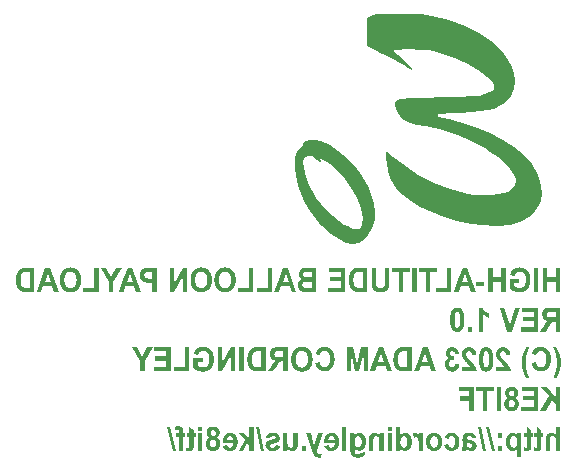
<source format=gbo>
%TF.GenerationSoftware,KiCad,Pcbnew,7.0.1*%
%TF.CreationDate,2023-06-24T00:20:47-07:00*%
%TF.ProjectId,Weather_Balloon_Payload_HW,57656174-6865-4725-9f42-616c6c6f6f6e,rev?*%
%TF.SameCoordinates,PX68e7780PY8583b00*%
%TF.FileFunction,Legend,Bot*%
%TF.FilePolarity,Positive*%
%FSLAX46Y46*%
G04 Gerber Fmt 4.6, Leading zero omitted, Abs format (unit mm)*
G04 Created by KiCad (PCBNEW 7.0.1) date 2023-06-24 00:20:47*
%MOMM*%
%LPD*%
G01*
G04 APERTURE LIST*
%ADD10C,0.370000*%
G04 APERTURE END LIST*
D10*
G36*
X98459319Y40430000D02*
G01*
X98459319Y42462101D01*
X98083381Y42462101D01*
X98083381Y41649261D01*
X97345963Y41649261D01*
X97345963Y42462101D01*
X96970024Y42462101D01*
X96970024Y40430000D01*
X97345963Y40430000D01*
X97345963Y41305367D01*
X98083381Y41305367D01*
X98083381Y40430000D01*
X98459319Y40430000D01*
G37*
G36*
X96603122Y40430000D02*
G01*
X96603122Y42462101D01*
X96227184Y42462101D01*
X96227184Y40430000D01*
X96603122Y40430000D01*
G37*
G36*
X95005835Y41180315D02*
G01*
X95005835Y41524208D01*
X94194766Y41524208D01*
X94194766Y40707460D01*
X94209977Y40692249D01*
X94226014Y40677266D01*
X94242877Y40662512D01*
X94260566Y40647987D01*
X94279082Y40633691D01*
X94298423Y40619625D01*
X94318590Y40605787D01*
X94339583Y40592178D01*
X94361403Y40578798D01*
X94384048Y40565647D01*
X94407520Y40552725D01*
X94431817Y40540032D01*
X94456941Y40527568D01*
X94482890Y40515333D01*
X94509666Y40503327D01*
X94537267Y40491550D01*
X94565305Y40480311D01*
X94593389Y40469797D01*
X94621518Y40460008D01*
X94649693Y40450944D01*
X94677914Y40442606D01*
X94706181Y40434992D01*
X94734494Y40428104D01*
X94762853Y40421940D01*
X94791258Y40416502D01*
X94819709Y40411789D01*
X94848205Y40407801D01*
X94876747Y40404538D01*
X94905336Y40402000D01*
X94933970Y40400188D01*
X94962650Y40399100D01*
X94991376Y40398737D01*
X95009574Y40398868D01*
X95045532Y40399909D01*
X95080903Y40401993D01*
X95115688Y40405119D01*
X95149888Y40409286D01*
X95183501Y40414495D01*
X95216528Y40420746D01*
X95248970Y40428039D01*
X95280825Y40436374D01*
X95312095Y40445751D01*
X95342778Y40456169D01*
X95372875Y40467630D01*
X95402387Y40480132D01*
X95431312Y40493676D01*
X95459652Y40508262D01*
X95487405Y40523889D01*
X95501062Y40532094D01*
X95527808Y40549210D01*
X95553709Y40567219D01*
X95578768Y40586121D01*
X95602982Y40605916D01*
X95626353Y40626605D01*
X95648880Y40648186D01*
X95670564Y40670660D01*
X95691403Y40694027D01*
X95711400Y40718287D01*
X95730552Y40743440D01*
X95748861Y40769487D01*
X95766326Y40796426D01*
X95782947Y40824258D01*
X95798725Y40852983D01*
X95813659Y40882602D01*
X95827749Y40913113D01*
X95840990Y40944302D01*
X95853377Y40975830D01*
X95864910Y41007698D01*
X95875589Y41039905D01*
X95885413Y41072453D01*
X95894383Y41105340D01*
X95902498Y41138566D01*
X95909760Y41172132D01*
X95916167Y41206038D01*
X95921720Y41240284D01*
X95926418Y41274869D01*
X95930262Y41309794D01*
X95933252Y41345058D01*
X95935388Y41380662D01*
X95936669Y41416606D01*
X95937096Y41452890D01*
X95936977Y41472604D01*
X95936620Y41492180D01*
X95935190Y41530918D01*
X95932807Y41569101D01*
X95929472Y41606732D01*
X95925183Y41643809D01*
X95919940Y41680333D01*
X95913745Y41716304D01*
X95906597Y41751721D01*
X95898495Y41786584D01*
X95889441Y41820895D01*
X95879433Y41854652D01*
X95868472Y41887856D01*
X95856558Y41920506D01*
X95843691Y41952603D01*
X95829871Y41984146D01*
X95815097Y42015137D01*
X95799406Y42045463D01*
X95782832Y42074892D01*
X95765376Y42103425D01*
X95747037Y42131060D01*
X95727816Y42157799D01*
X95707712Y42183641D01*
X95686726Y42208586D01*
X95664857Y42232635D01*
X95642106Y42255786D01*
X95618472Y42278041D01*
X95593956Y42299399D01*
X95568557Y42319860D01*
X95542276Y42339424D01*
X95515112Y42358092D01*
X95487065Y42375862D01*
X95458136Y42392736D01*
X95435373Y42404921D01*
X95411928Y42416321D01*
X95387801Y42426934D01*
X95362994Y42436761D01*
X95337505Y42445802D01*
X95311335Y42454056D01*
X95284483Y42461525D01*
X95256950Y42468207D01*
X95228736Y42474103D01*
X95199841Y42479213D01*
X95170264Y42483537D01*
X95140006Y42487075D01*
X95109067Y42489826D01*
X95077446Y42491792D01*
X95045144Y42492971D01*
X95012161Y42493364D01*
X94990621Y42493202D01*
X94969378Y42492715D01*
X94948433Y42491904D01*
X94927785Y42490769D01*
X94907435Y42489309D01*
X94887382Y42487525D01*
X94867626Y42485417D01*
X94848168Y42482984D01*
X94829007Y42480226D01*
X94810144Y42477145D01*
X94791578Y42473739D01*
X94773309Y42470008D01*
X94755338Y42465954D01*
X94737664Y42461574D01*
X94703209Y42451843D01*
X94669943Y42440814D01*
X94637867Y42428487D01*
X94606981Y42414863D01*
X94577284Y42399941D01*
X94548777Y42383722D01*
X94521460Y42366205D01*
X94495332Y42347391D01*
X94470394Y42327279D01*
X94446538Y42306022D01*
X94423769Y42283773D01*
X94402087Y42260532D01*
X94381492Y42236298D01*
X94361985Y42211073D01*
X94343565Y42184855D01*
X94326233Y42157645D01*
X94309987Y42129442D01*
X94294829Y42100248D01*
X94280758Y42070061D01*
X94267775Y42038882D01*
X94255878Y42006710D01*
X94245069Y41973547D01*
X94235347Y41939391D01*
X94226713Y41904243D01*
X94219166Y41868102D01*
X94592845Y41805576D01*
X94598031Y41825221D01*
X94603760Y41844342D01*
X94610033Y41862941D01*
X94620462Y41889859D01*
X94632113Y41915600D01*
X94644989Y41940165D01*
X94659087Y41963554D01*
X94674408Y41985766D01*
X94690953Y42006802D01*
X94708720Y42026661D01*
X94727711Y42045344D01*
X94741051Y42057146D01*
X94761861Y42073646D01*
X94783624Y42088522D01*
X94806340Y42101776D01*
X94830009Y42113406D01*
X94854632Y42123414D01*
X94880207Y42131799D01*
X94897787Y42136487D01*
X94915790Y42140454D01*
X94934217Y42143700D01*
X94953068Y42146224D01*
X94972342Y42148028D01*
X94992040Y42149110D01*
X95012161Y42149470D01*
X95042604Y42148800D01*
X95072257Y42146791D01*
X95101119Y42143442D01*
X95129190Y42138754D01*
X95156470Y42132726D01*
X95182960Y42125359D01*
X95208659Y42116652D01*
X95233567Y42106606D01*
X95257685Y42095220D01*
X95281011Y42082494D01*
X95303547Y42068429D01*
X95325293Y42053025D01*
X95346247Y42036281D01*
X95366411Y42018197D01*
X95385784Y41998774D01*
X95404366Y41978012D01*
X95421985Y41955990D01*
X95438467Y41932666D01*
X95453812Y41908042D01*
X95468020Y41882116D01*
X95481092Y41854888D01*
X95493028Y41826360D01*
X95503826Y41796530D01*
X95513488Y41765398D01*
X95522013Y41732965D01*
X95529401Y41699231D01*
X95535653Y41664196D01*
X95540768Y41627859D01*
X95544747Y41590221D01*
X95547588Y41551281D01*
X95548583Y41531323D01*
X95549293Y41511040D01*
X95549720Y41490432D01*
X95549862Y41469498D01*
X95549718Y41446961D01*
X95549286Y41424779D01*
X95548567Y41402951D01*
X95547560Y41381479D01*
X95546265Y41360362D01*
X95544683Y41339599D01*
X95542813Y41319191D01*
X95540655Y41299139D01*
X95538210Y41279441D01*
X95535477Y41260098D01*
X95529147Y41222477D01*
X95521667Y41186276D01*
X95513036Y41151494D01*
X95503254Y41118132D01*
X95492321Y41086189D01*
X95480238Y41055667D01*
X95467004Y41026564D01*
X95452619Y40998880D01*
X95437083Y40972617D01*
X95420396Y40947772D01*
X95402559Y40924348D01*
X95383733Y40902343D01*
X95364194Y40881758D01*
X95343942Y40862593D01*
X95322977Y40844847D01*
X95301299Y40828521D01*
X95278907Y40813614D01*
X95255803Y40800128D01*
X95231986Y40788061D01*
X95207455Y40777413D01*
X95182212Y40768185D01*
X95156255Y40760377D01*
X95129585Y40753989D01*
X95102203Y40749020D01*
X95074107Y40745471D01*
X95045298Y40743341D01*
X95015776Y40742631D01*
X94993656Y40743082D01*
X94971519Y40744435D01*
X94949367Y40746689D01*
X94927199Y40749844D01*
X94905015Y40753901D01*
X94882816Y40758860D01*
X94860600Y40764721D01*
X94838369Y40771483D01*
X94816121Y40779146D01*
X94793858Y40787711D01*
X94779007Y40793922D01*
X94757019Y40803733D01*
X94735619Y40813929D01*
X94714806Y40824512D01*
X94694582Y40835482D01*
X94674945Y40846838D01*
X94655896Y40858580D01*
X94637434Y40870709D01*
X94619561Y40883224D01*
X94602275Y40896125D01*
X94585577Y40909413D01*
X94574771Y40918486D01*
X94574771Y41180315D01*
X95005835Y41180315D01*
G37*
G36*
X93857686Y40430000D02*
G01*
X93857686Y42462101D01*
X93481748Y42462101D01*
X93481748Y41649261D01*
X92744330Y41649261D01*
X92744330Y42462101D01*
X92368391Y42462101D01*
X92368391Y40430000D01*
X92744330Y40430000D01*
X92744330Y41305367D01*
X93481748Y41305367D01*
X93481748Y40430000D01*
X93857686Y40430000D01*
G37*
G36*
X92033571Y40961473D02*
G01*
X92033571Y41305367D01*
X91331849Y41305367D01*
X91331849Y40961473D01*
X92033571Y40961473D01*
G37*
G36*
X91317390Y40430000D02*
G01*
X90918407Y40430000D01*
X90764778Y40898947D01*
X90019678Y40898947D01*
X89857013Y40430000D01*
X89448089Y40430000D01*
X89746490Y41242841D01*
X90140774Y41242841D01*
X90649105Y41242841D01*
X90397424Y41961892D01*
X90140774Y41242841D01*
X89746490Y41242841D01*
X90194092Y42462101D01*
X90591720Y42462101D01*
X91317390Y40430000D01*
G37*
G36*
X89248824Y40430000D02*
G01*
X89248824Y42462101D01*
X88872885Y42462101D01*
X88872885Y40773894D01*
X87937557Y40773894D01*
X87937557Y40430000D01*
X89248824Y40430000D01*
G37*
G36*
X87450012Y40430000D02*
G01*
X87450012Y42118207D01*
X88002623Y42118207D01*
X88002623Y42462101D01*
X86522365Y42462101D01*
X86522365Y42118207D01*
X87073621Y42118207D01*
X87073621Y40430000D01*
X87450012Y40430000D01*
G37*
G36*
X86299152Y40430000D02*
G01*
X86299152Y42462101D01*
X85923213Y42462101D01*
X85923213Y40430000D01*
X86299152Y40430000D01*
G37*
G36*
X85149195Y40430000D02*
G01*
X85149195Y42118207D01*
X85701807Y42118207D01*
X85701807Y42462101D01*
X84221549Y42462101D01*
X84221549Y42118207D01*
X84772805Y42118207D01*
X84772805Y40430000D01*
X85149195Y40430000D01*
G37*
G36*
X83989750Y42462101D02*
G01*
X83613360Y42462101D01*
X83613360Y41359100D01*
X83613305Y41327032D01*
X83613141Y41296406D01*
X83612867Y41267223D01*
X83612484Y41239482D01*
X83611992Y41213184D01*
X83611390Y41188329D01*
X83610678Y41164916D01*
X83609858Y41142945D01*
X83608928Y41122418D01*
X83607327Y41094331D01*
X83605480Y41069489D01*
X83603388Y41047894D01*
X83600214Y41024149D01*
X83599352Y41019114D01*
X83594274Y40996101D01*
X83588021Y40973954D01*
X83580592Y40952675D01*
X83571987Y40932263D01*
X83562207Y40912718D01*
X83551251Y40894041D01*
X83539120Y40876231D01*
X83525814Y40859288D01*
X83511332Y40843212D01*
X83495674Y40828004D01*
X83484583Y40818347D01*
X83466889Y40804815D01*
X83448036Y40792615D01*
X83428023Y40781746D01*
X83406850Y40772208D01*
X83384518Y40764000D01*
X83361026Y40757124D01*
X83336375Y40751578D01*
X83310564Y40747364D01*
X83283593Y40744480D01*
X83264969Y40743297D01*
X83245829Y40742705D01*
X83236065Y40742631D01*
X83216324Y40742910D01*
X83197199Y40743746D01*
X83178693Y40745139D01*
X83152092Y40748273D01*
X83126880Y40752661D01*
X83103059Y40758302D01*
X83080628Y40765197D01*
X83059586Y40773346D01*
X83039935Y40782748D01*
X83021673Y40793404D01*
X83004802Y40805314D01*
X82994326Y40813950D01*
X82979648Y40827698D01*
X82966114Y40842011D01*
X82953723Y40856892D01*
X82942476Y40872340D01*
X82929260Y40893818D01*
X82918077Y40916303D01*
X82908927Y40939796D01*
X82901810Y40964297D01*
X82896727Y40989805D01*
X82893739Y41010525D01*
X82891045Y41033666D01*
X82888645Y41059228D01*
X82886539Y41087212D01*
X82885298Y41107213D01*
X82884188Y41128291D01*
X82883208Y41150444D01*
X82882359Y41173674D01*
X82881641Y41197980D01*
X82881053Y41223362D01*
X82880596Y41249821D01*
X82880269Y41277355D01*
X82880074Y41305966D01*
X82880008Y41335653D01*
X82880008Y42462101D01*
X82504070Y42462101D01*
X82504070Y41396714D01*
X82504100Y41374086D01*
X82504190Y41351878D01*
X82504340Y41330088D01*
X82504550Y41308718D01*
X82504820Y41287766D01*
X82505150Y41267233D01*
X82505540Y41247118D01*
X82505990Y41227423D01*
X82507070Y41189289D01*
X82508390Y41152830D01*
X82509951Y41118046D01*
X82511751Y41084938D01*
X82513791Y41053505D01*
X82516072Y41023747D01*
X82518592Y40995665D01*
X82521353Y40969258D01*
X82524353Y40944527D01*
X82527594Y40921471D01*
X82531075Y40900090D01*
X82534795Y40880384D01*
X82540928Y40852495D01*
X82547975Y40825430D01*
X82555935Y40799189D01*
X82564808Y40773772D01*
X82574595Y40749180D01*
X82585295Y40725412D01*
X82596908Y40702469D01*
X82609435Y40680349D01*
X82622876Y40659054D01*
X82637229Y40638584D01*
X82647306Y40625395D01*
X82663129Y40606347D01*
X82679929Y40588037D01*
X82697706Y40570466D01*
X82716460Y40553633D01*
X82736191Y40537539D01*
X82756899Y40522183D01*
X82778584Y40507566D01*
X82801245Y40493687D01*
X82824884Y40480546D01*
X82849500Y40468144D01*
X82866453Y40460287D01*
X82883897Y40452833D01*
X82902001Y40445861D01*
X82920765Y40439370D01*
X82940189Y40433359D01*
X82960273Y40427829D01*
X82981018Y40422780D01*
X83002422Y40418212D01*
X83024487Y40414125D01*
X83047212Y40410518D01*
X83070597Y40407393D01*
X83094642Y40404748D01*
X83119347Y40402584D01*
X83144712Y40400901D01*
X83170738Y40399699D01*
X83197424Y40398978D01*
X83224769Y40398737D01*
X83257592Y40398999D01*
X83289412Y40399783D01*
X83320229Y40401090D01*
X83350044Y40402920D01*
X83378857Y40405273D01*
X83406667Y40408148D01*
X83433474Y40411547D01*
X83459279Y40415468D01*
X83484081Y40419912D01*
X83507881Y40424879D01*
X83530678Y40430369D01*
X83552473Y40436381D01*
X83573265Y40442917D01*
X83593055Y40449975D01*
X83611842Y40457556D01*
X83629626Y40465660D01*
X83646627Y40474241D01*
X83663176Y40483131D01*
X83679273Y40492330D01*
X83702572Y40506708D01*
X83724853Y40521782D01*
X83746119Y40537552D01*
X83766367Y40554017D01*
X83785599Y40571177D01*
X83803814Y40589033D01*
X83821013Y40607585D01*
X83837194Y40626832D01*
X83847418Y40640049D01*
X83861933Y40660290D01*
X83875487Y40680710D01*
X83888080Y40701311D01*
X83899712Y40722092D01*
X83910383Y40743054D01*
X83920093Y40764195D01*
X83928842Y40785517D01*
X83936629Y40807020D01*
X83943456Y40828703D01*
X83949322Y40850566D01*
X83952698Y40865241D01*
X83957185Y40887689D01*
X83961382Y40911434D01*
X83965290Y40936476D01*
X83968908Y40962816D01*
X83972237Y40990454D01*
X83975277Y41019389D01*
X83978027Y41049622D01*
X83980487Y41081152D01*
X83982658Y41113980D01*
X83984540Y41148105D01*
X83986132Y41183528D01*
X83987434Y41220248D01*
X83988447Y41258266D01*
X83989171Y41297582D01*
X83989424Y41317726D01*
X83989605Y41338195D01*
X83989714Y41358988D01*
X83989750Y41380105D01*
X83989750Y42462101D01*
G37*
G36*
X82119546Y40430000D02*
G01*
X81411498Y40430000D01*
X81385787Y40430168D01*
X81360729Y40430672D01*
X81336323Y40431512D01*
X81312571Y40432687D01*
X81289472Y40434198D01*
X81267026Y40436046D01*
X81245233Y40438228D01*
X81224094Y40440747D01*
X81203607Y40443602D01*
X81183773Y40446792D01*
X81164592Y40450318D01*
X81146065Y40454181D01*
X81128190Y40458378D01*
X81102603Y40465305D01*
X81078485Y40472987D01*
X81068159Y40476665D01*
X81047907Y40484290D01*
X81028188Y40492274D01*
X81009002Y40500616D01*
X80990349Y40509317D01*
X80972230Y40518377D01*
X80954643Y40527796D01*
X80937589Y40537573D01*
X80921068Y40547709D01*
X80905081Y40558204D01*
X80889626Y40569058D01*
X80874704Y40580270D01*
X80853321Y40597761D01*
X80833138Y40616059D01*
X80814153Y40635164D01*
X80798178Y40652653D01*
X80782672Y40670801D01*
X80767636Y40689610D01*
X80753069Y40709078D01*
X80738972Y40729208D01*
X80725344Y40749997D01*
X80712185Y40771446D01*
X80699497Y40793556D01*
X80687277Y40816326D01*
X80675527Y40839756D01*
X80664247Y40863846D01*
X80653436Y40888597D01*
X80643095Y40914008D01*
X80633223Y40940079D01*
X80623821Y40966810D01*
X80614888Y40994201D01*
X80607939Y41017185D01*
X80601438Y41040707D01*
X80595386Y41064767D01*
X80589782Y41089365D01*
X80584626Y41114501D01*
X80579919Y41140175D01*
X80575660Y41166387D01*
X80571849Y41193137D01*
X80568487Y41220426D01*
X80565573Y41248252D01*
X80563107Y41276617D01*
X80561090Y41305520D01*
X80559520Y41334960D01*
X80558400Y41364939D01*
X80557727Y41395456D01*
X80557503Y41426511D01*
X80557631Y41445562D01*
X80946545Y41445562D01*
X80946695Y41416516D01*
X80947145Y41388242D01*
X80947895Y41360737D01*
X80948946Y41334004D01*
X80950296Y41308042D01*
X80951946Y41282851D01*
X80953897Y41258430D01*
X80956147Y41234781D01*
X80958697Y41211902D01*
X80961548Y41189794D01*
X80964699Y41168457D01*
X80968149Y41147891D01*
X80971900Y41128096D01*
X80978089Y41099849D01*
X80984952Y41073336D01*
X80989785Y41056600D01*
X80997365Y41032619D01*
X81005342Y41009986D01*
X81013716Y40988701D01*
X81022488Y40968764D01*
X81031656Y40950175D01*
X81041222Y40932935D01*
X81054594Y40912044D01*
X81068672Y40893551D01*
X81083456Y40877453D01*
X81098967Y40863211D01*
X81115452Y40850037D01*
X81132912Y40837932D01*
X81151346Y40826895D01*
X81170754Y40816927D01*
X81191137Y40808027D01*
X81212494Y40800196D01*
X81234825Y40793434D01*
X81243922Y40791068D01*
X81264171Y40786794D01*
X81287158Y40783130D01*
X81306197Y40780783D01*
X81326776Y40778779D01*
X81348897Y40777119D01*
X81372558Y40775803D01*
X81397760Y40774829D01*
X81424503Y40774200D01*
X81443188Y40773971D01*
X81462557Y40773894D01*
X81743155Y40773894D01*
X81743155Y42118207D01*
X81574164Y42118207D01*
X81559937Y42118188D01*
X81532371Y42118035D01*
X81505987Y42117730D01*
X81480786Y42117272D01*
X81456767Y42116661D01*
X81433931Y42115898D01*
X81412278Y42114982D01*
X81391807Y42113914D01*
X81372519Y42112693D01*
X81354413Y42111319D01*
X81329472Y42108972D01*
X81307191Y42106281D01*
X81287571Y42103247D01*
X81265551Y42098668D01*
X81252481Y42095374D01*
X81233425Y42089761D01*
X81215028Y42083341D01*
X81197291Y42076114D01*
X81180213Y42068080D01*
X81163794Y42059239D01*
X81148035Y42049590D01*
X81128047Y42035470D01*
X81109232Y42019915D01*
X81091589Y42002924D01*
X81087326Y41998474D01*
X81070876Y41979583D01*
X81059169Y41964273D01*
X81048001Y41947984D01*
X81037374Y41930716D01*
X81027287Y41912470D01*
X81017740Y41893244D01*
X81008733Y41873040D01*
X81000266Y41851856D01*
X80992339Y41829694D01*
X80984952Y41806553D01*
X80980302Y41790374D01*
X80973888Y41764510D01*
X80968149Y41736730D01*
X80964699Y41717147D01*
X80961548Y41696713D01*
X80958697Y41675427D01*
X80956147Y41653291D01*
X80953897Y41630303D01*
X80951946Y41606465D01*
X80950296Y41581775D01*
X80948946Y41556235D01*
X80947895Y41529843D01*
X80947145Y41502601D01*
X80946695Y41474507D01*
X80946545Y41445562D01*
X80557631Y41445562D01*
X80557741Y41461875D01*
X80558456Y41496525D01*
X80559648Y41530461D01*
X80561315Y41563684D01*
X80563460Y41596193D01*
X80566081Y41627989D01*
X80569179Y41659071D01*
X80572753Y41689439D01*
X80576804Y41719093D01*
X80581331Y41748034D01*
X80586335Y41776261D01*
X80591815Y41803775D01*
X80597772Y41830575D01*
X80604206Y41856661D01*
X80611116Y41882034D01*
X80618503Y41906693D01*
X80626346Y41930819D01*
X80634628Y41954473D01*
X80643347Y41977653D01*
X80652504Y42000360D01*
X80662099Y42022594D01*
X80672132Y42044354D01*
X80682602Y42065641D01*
X80693510Y42086455D01*
X80704855Y42106796D01*
X80716639Y42126664D01*
X80728860Y42146058D01*
X80741519Y42164980D01*
X80754615Y42183428D01*
X80768149Y42201402D01*
X80782121Y42218904D01*
X80796531Y42235932D01*
X80811342Y42252464D01*
X80826516Y42268355D01*
X80842053Y42283605D01*
X80857955Y42298214D01*
X80874219Y42312182D01*
X80890848Y42325508D01*
X80907840Y42338194D01*
X80925195Y42350238D01*
X80942915Y42361641D01*
X80960997Y42372403D01*
X80979444Y42382524D01*
X80998254Y42392003D01*
X81017427Y42400842D01*
X81036964Y42409039D01*
X81056865Y42416595D01*
X81077130Y42423511D01*
X81100977Y42430407D01*
X81126771Y42436625D01*
X81145048Y42440394D01*
X81164190Y42443861D01*
X81184197Y42447027D01*
X81205068Y42449891D01*
X81226805Y42452453D01*
X81249406Y42454715D01*
X81272872Y42456674D01*
X81297203Y42458332D01*
X81322399Y42459689D01*
X81348460Y42460744D01*
X81375385Y42461498D01*
X81403176Y42461950D01*
X81431831Y42462101D01*
X82119546Y42462101D01*
X82119546Y40430000D01*
G37*
G36*
X80249342Y40430000D02*
G01*
X80249342Y42462101D01*
X78868039Y42462101D01*
X78868039Y42118207D01*
X79872951Y42118207D01*
X79872951Y41680524D01*
X78937623Y41680524D01*
X78937623Y41336630D01*
X79872951Y41336630D01*
X79872951Y40773894D01*
X78832342Y40773894D01*
X78832342Y40430000D01*
X80249342Y40430000D01*
G37*
G36*
X77802578Y40430000D02*
G01*
X77168182Y40430000D01*
X77145962Y40430191D01*
X77124260Y40430397D01*
X77103078Y40430619D01*
X77082415Y40430855D01*
X77062271Y40431107D01*
X77042645Y40431374D01*
X77023539Y40431657D01*
X77004951Y40431954D01*
X76969333Y40432596D01*
X76935790Y40433298D01*
X76904323Y40434061D01*
X76874931Y40434885D01*
X76847616Y40435771D01*
X76822376Y40436717D01*
X76799211Y40437725D01*
X76778123Y40438793D01*
X76759110Y40439923D01*
X76734482Y40441732D01*
X76714525Y40443678D01*
X76705196Y40444866D01*
X76686818Y40447591D01*
X76668815Y40450781D01*
X76642511Y40456440D01*
X76617050Y40463146D01*
X76592430Y40470900D01*
X76568653Y40479701D01*
X76545717Y40489550D01*
X76523623Y40500446D01*
X76502371Y40512390D01*
X76481961Y40525382D01*
X76462393Y40539421D01*
X76449796Y40549334D01*
X76431529Y40564969D01*
X76414017Y40581523D01*
X76397259Y40598995D01*
X76381256Y40617386D01*
X76366008Y40636696D01*
X76351514Y40656925D01*
X76337774Y40678073D01*
X76324789Y40700139D01*
X76312559Y40723124D01*
X76301083Y40747028D01*
X76293915Y40763360D01*
X76284030Y40787965D01*
X76275186Y40812699D01*
X76267383Y40837561D01*
X76260619Y40862553D01*
X76254897Y40887673D01*
X76250215Y40912922D01*
X76246573Y40938300D01*
X76243972Y40963807D01*
X76242411Y40989442D01*
X76241891Y41015206D01*
X76242206Y41034257D01*
X76630933Y41034257D01*
X76631759Y41008429D01*
X76634237Y40983943D01*
X76638367Y40960801D01*
X76644149Y40939003D01*
X76651584Y40918547D01*
X76660670Y40899435D01*
X76671409Y40881667D01*
X76683799Y40865241D01*
X76697397Y40850220D01*
X76711983Y40836665D01*
X76727558Y40824575D01*
X76744121Y40813950D01*
X76761673Y40804791D01*
X76780213Y40797097D01*
X76799741Y40790869D01*
X76820258Y40786107D01*
X76836249Y40783244D01*
X76856886Y40780764D01*
X76875412Y40779154D01*
X76896551Y40777758D01*
X76920304Y40776578D01*
X76946670Y40775612D01*
X76965698Y40775087D01*
X76985889Y40774658D01*
X77007240Y40774324D01*
X77029753Y40774085D01*
X77053428Y40773942D01*
X77078264Y40773894D01*
X77426639Y40773894D01*
X77426639Y41305367D01*
X77122997Y41305367D01*
X77107104Y41305339D01*
X77076375Y41305114D01*
X77047054Y41304663D01*
X77019142Y41303988D01*
X76992638Y41303087D01*
X76967542Y41301961D01*
X76943856Y41300610D01*
X76921577Y41299034D01*
X76900708Y41297233D01*
X76881246Y41295206D01*
X76854695Y41291745D01*
X76831313Y41287776D01*
X76811101Y41283301D01*
X76789080Y41276546D01*
X76784315Y41274742D01*
X76765958Y41266858D01*
X76748731Y41257905D01*
X76732634Y41247883D01*
X76717667Y41236793D01*
X76700546Y41221427D01*
X76685190Y41204392D01*
X76671599Y41185688D01*
X76669097Y41181784D01*
X76657779Y41161462D01*
X76648446Y41139805D01*
X76641099Y41116811D01*
X76636652Y41097455D01*
X76633475Y41077244D01*
X76631568Y41056178D01*
X76630933Y41034257D01*
X76242206Y41034257D01*
X76242249Y41036889D01*
X76243324Y41058216D01*
X76245115Y41079188D01*
X76247623Y41099806D01*
X76250848Y41120069D01*
X76254790Y41139976D01*
X76259447Y41159529D01*
X76264822Y41178727D01*
X76270913Y41197570D01*
X76277721Y41216058D01*
X76285245Y41234191D01*
X76293486Y41251969D01*
X76302444Y41269393D01*
X76312118Y41286461D01*
X76322509Y41303174D01*
X76333616Y41319533D01*
X76345334Y41335418D01*
X76357670Y41350712D01*
X76370624Y41365414D01*
X76384195Y41379525D01*
X76398384Y41393044D01*
X76413191Y41405972D01*
X76428616Y41418308D01*
X76444658Y41430053D01*
X76461318Y41441206D01*
X76478596Y41451768D01*
X76496492Y41461738D01*
X76515005Y41471116D01*
X76534137Y41479903D01*
X76553885Y41488099D01*
X76574252Y41495703D01*
X76595237Y41502715D01*
X76580352Y41510460D01*
X76558760Y41522958D01*
X76538050Y41536512D01*
X76518221Y41551122D01*
X76499274Y41566789D01*
X76481208Y41583511D01*
X76464024Y41601290D01*
X76447722Y41620125D01*
X76432301Y41640016D01*
X76417762Y41660963D01*
X76404105Y41682966D01*
X76395569Y41698079D01*
X76383798Y41721091D01*
X76373266Y41744516D01*
X76363973Y41768352D01*
X76355919Y41792601D01*
X76349104Y41817262D01*
X76343528Y41842335D01*
X76339192Y41867820D01*
X76336879Y41887153D01*
X76699614Y41887153D01*
X76700482Y41863202D01*
X76703088Y41840442D01*
X76707430Y41818872D01*
X76713508Y41798493D01*
X76721324Y41779305D01*
X76730876Y41761307D01*
X76742165Y41744500D01*
X76755191Y41728884D01*
X76769622Y41714603D01*
X76785352Y41701804D01*
X76802381Y41690484D01*
X76820710Y41680646D01*
X76840337Y41672288D01*
X76861263Y41665411D01*
X76883488Y41660015D01*
X76907013Y41656100D01*
X76927734Y41654129D01*
X76950157Y41652794D01*
X76970385Y41651932D01*
X76993535Y41651191D01*
X77019608Y41650570D01*
X77038614Y41650222D01*
X77058919Y41649929D01*
X77080523Y41649688D01*
X77103426Y41649501D01*
X77127628Y41649368D01*
X77153129Y41649288D01*
X77179930Y41649261D01*
X77426639Y41649261D01*
X77426639Y42118207D01*
X77210655Y42118207D01*
X77178264Y42118180D01*
X77147510Y42118100D01*
X77118393Y42117967D01*
X77090915Y42117780D01*
X77065075Y42117539D01*
X77040873Y42117245D01*
X77018309Y42116898D01*
X76997383Y42116497D01*
X76978094Y42116043D01*
X76952233Y42115262D01*
X76930057Y42114360D01*
X76911567Y42113338D01*
X76888939Y42111368D01*
X76871726Y42108583D01*
X76850048Y42103615D01*
X76829824Y42097211D01*
X76811054Y42089372D01*
X76793739Y42080098D01*
X76777879Y42069390D01*
X76763473Y42057247D01*
X76747510Y42040049D01*
X76738950Y42028745D01*
X76726555Y42008511D01*
X76718323Y41991071D01*
X76711588Y41972516D01*
X76706349Y41952847D01*
X76702607Y41932063D01*
X76700362Y41910166D01*
X76699614Y41887153D01*
X76336879Y41887153D01*
X76336094Y41893717D01*
X76334236Y41920027D01*
X76333616Y41946749D01*
X76333840Y41963254D01*
X76335017Y41987626D01*
X76337203Y42011534D01*
X76340397Y42034978D01*
X76344600Y42057959D01*
X76349812Y42080476D01*
X76356032Y42102530D01*
X76363261Y42124119D01*
X76371499Y42145246D01*
X76380746Y42165908D01*
X76391001Y42186107D01*
X76398230Y42199311D01*
X76409498Y42218488D01*
X76421275Y42236909D01*
X76433559Y42254575D01*
X76446352Y42271485D01*
X76459654Y42287639D01*
X76473463Y42303038D01*
X76487781Y42317681D01*
X76502608Y42331568D01*
X76517942Y42344700D01*
X76533785Y42357077D01*
X76544607Y42364963D01*
X76561176Y42376141D01*
X76578151Y42386538D01*
X76595531Y42396154D01*
X76613316Y42404988D01*
X76631506Y42413041D01*
X76650101Y42420313D01*
X76669101Y42426803D01*
X76688507Y42432511D01*
X76708317Y42437439D01*
X76728532Y42441585D01*
X76735420Y42442847D01*
X76757401Y42446393D01*
X76781360Y42449579D01*
X76807297Y42452404D01*
X76825687Y42454087D01*
X76844956Y42455609D01*
X76865104Y42456972D01*
X76886131Y42458174D01*
X76908036Y42459216D01*
X76930821Y42460097D01*
X76954485Y42460819D01*
X76979028Y42461380D01*
X77004450Y42461780D01*
X77030751Y42462021D01*
X77057930Y42462101D01*
X77802578Y42462101D01*
X77802578Y40430000D01*
G37*
G36*
X76124410Y40430000D02*
G01*
X75725427Y40430000D01*
X75571798Y40898947D01*
X74826699Y40898947D01*
X74664033Y40430000D01*
X74255109Y40430000D01*
X74553511Y41242841D01*
X74947794Y41242841D01*
X75456125Y41242841D01*
X75204445Y41961892D01*
X74947794Y41242841D01*
X74553511Y41242841D01*
X75001113Y42462101D01*
X75398740Y42462101D01*
X76124410Y40430000D01*
G37*
G36*
X74055844Y40430000D02*
G01*
X74055844Y42462101D01*
X73679905Y42462101D01*
X73679905Y40773894D01*
X72744577Y40773894D01*
X72744577Y40430000D01*
X74055844Y40430000D01*
G37*
G36*
X72474371Y40430000D02*
G01*
X72474371Y42462101D01*
X72098433Y42462101D01*
X72098433Y40773894D01*
X71163105Y40773894D01*
X71163105Y40430000D01*
X72474371Y40430000D01*
G37*
G36*
X70106870Y42493051D02*
G01*
X70134661Y42492112D01*
X70162038Y42490548D01*
X70189003Y42488357D01*
X70215554Y42485541D01*
X70241692Y42482098D01*
X70267418Y42478030D01*
X70292730Y42473336D01*
X70317630Y42468016D01*
X70342116Y42462070D01*
X70366189Y42455499D01*
X70389850Y42448301D01*
X70413097Y42440478D01*
X70435931Y42432029D01*
X70458352Y42422953D01*
X70480361Y42413252D01*
X70488502Y42409466D01*
X70512689Y42397361D01*
X70536518Y42384141D01*
X70559990Y42369804D01*
X70575440Y42359626D01*
X70590730Y42348952D01*
X70605862Y42337781D01*
X70620835Y42326115D01*
X70635649Y42313952D01*
X70650304Y42301294D01*
X70664800Y42288139D01*
X70679137Y42274488D01*
X70693316Y42260341D01*
X70707335Y42245698D01*
X70721196Y42230559D01*
X70734741Y42215107D01*
X70747926Y42199403D01*
X70760751Y42183447D01*
X70773215Y42167239D01*
X70785320Y42150779D01*
X70797065Y42134068D01*
X70808449Y42117104D01*
X70819474Y42099889D01*
X70830138Y42082422D01*
X70840442Y42064703D01*
X70850386Y42046732D01*
X70859970Y42028509D01*
X70869195Y42010034D01*
X70878059Y41991308D01*
X70886563Y41972329D01*
X70894706Y41953099D01*
X70904993Y41926455D01*
X70914616Y41899037D01*
X70923575Y41870844D01*
X70931871Y41841877D01*
X70939503Y41812135D01*
X70946471Y41781618D01*
X70952776Y41750326D01*
X70958417Y41718259D01*
X70963395Y41685418D01*
X70967708Y41651802D01*
X70971358Y41617412D01*
X70974345Y41582247D01*
X70976668Y41546307D01*
X70978327Y41509592D01*
X70979322Y41472103D01*
X70979654Y41433839D01*
X70979414Y41403816D01*
X70978696Y41374199D01*
X70977498Y41344988D01*
X70975820Y41316182D01*
X70973664Y41287782D01*
X70971028Y41259787D01*
X70967913Y41232198D01*
X70964319Y41205014D01*
X70960246Y41178235D01*
X70955694Y41151862D01*
X70950662Y41125895D01*
X70945151Y41100333D01*
X70939161Y41075176D01*
X70932692Y41050425D01*
X70925743Y41026079D01*
X70918316Y41002139D01*
X70910409Y40978605D01*
X70902022Y40955476D01*
X70893157Y40932752D01*
X70883813Y40910434D01*
X70873989Y40888521D01*
X70863686Y40867014D01*
X70852904Y40845912D01*
X70841642Y40825216D01*
X70829902Y40804925D01*
X70817682Y40785040D01*
X70804983Y40765560D01*
X70791805Y40746486D01*
X70778147Y40727817D01*
X70764011Y40709554D01*
X70749395Y40691696D01*
X70734300Y40674243D01*
X70718799Y40657293D01*
X70702965Y40640881D01*
X70686799Y40625007D01*
X70670300Y40609672D01*
X70653468Y40594874D01*
X70636303Y40580614D01*
X70618806Y40566893D01*
X70600976Y40553710D01*
X70582813Y40541064D01*
X70564318Y40528957D01*
X70545490Y40517388D01*
X70526329Y40506357D01*
X70506836Y40495864D01*
X70487010Y40485909D01*
X70466851Y40476493D01*
X70446359Y40467614D01*
X70425535Y40459273D01*
X70404378Y40451471D01*
X70382888Y40444207D01*
X70361065Y40437480D01*
X70338910Y40431292D01*
X70316422Y40425642D01*
X70293602Y40420530D01*
X70270448Y40415957D01*
X70246962Y40411921D01*
X70223144Y40408423D01*
X70198992Y40405464D01*
X70174508Y40403042D01*
X70149691Y40401159D01*
X70124542Y40399814D01*
X70099059Y40399006D01*
X70073244Y40398737D01*
X70047763Y40399008D01*
X70022604Y40399819D01*
X69997767Y40401172D01*
X69973252Y40403065D01*
X69949059Y40405499D01*
X69925188Y40408475D01*
X69901639Y40411991D01*
X69878413Y40416048D01*
X69855508Y40420646D01*
X69832926Y40425785D01*
X69810666Y40431465D01*
X69788728Y40437687D01*
X69767112Y40444449D01*
X69745818Y40451751D01*
X69724846Y40459595D01*
X69704197Y40467980D01*
X69683869Y40476906D01*
X69663864Y40486373D01*
X69644180Y40496381D01*
X69624819Y40506929D01*
X69605780Y40518019D01*
X69587063Y40529650D01*
X69568669Y40541821D01*
X69550596Y40554534D01*
X69532846Y40567787D01*
X69515417Y40581582D01*
X69498311Y40595917D01*
X69481527Y40610794D01*
X69465065Y40626211D01*
X69448925Y40642169D01*
X69433107Y40658669D01*
X69417611Y40675709D01*
X69402516Y40693228D01*
X69387900Y40711164D01*
X69373764Y40729517D01*
X69360106Y40748287D01*
X69346928Y40767474D01*
X69334229Y40787078D01*
X69322009Y40807099D01*
X69310269Y40827536D01*
X69299007Y40848391D01*
X69288225Y40869662D01*
X69277922Y40891351D01*
X69268098Y40913456D01*
X69258754Y40935979D01*
X69249889Y40958918D01*
X69241502Y40982274D01*
X69233596Y41006047D01*
X69226168Y41030237D01*
X69219219Y41054844D01*
X69212750Y41079868D01*
X69206760Y41105309D01*
X69201249Y41131167D01*
X69196217Y41157442D01*
X69191665Y41184133D01*
X69187592Y41211242D01*
X69183998Y41238767D01*
X69180883Y41266710D01*
X69178247Y41295069D01*
X69176091Y41323845D01*
X69174413Y41353039D01*
X69173215Y41382649D01*
X69172497Y41412676D01*
X69172257Y41443120D01*
X69172334Y41452890D01*
X69561299Y41452890D01*
X69561440Y41430867D01*
X69561862Y41409191D01*
X69562566Y41387861D01*
X69563551Y41366878D01*
X69564818Y41346241D01*
X69566367Y41325950D01*
X69568197Y41306006D01*
X69570308Y41286408D01*
X69575375Y41248250D01*
X69581569Y41211478D01*
X69588889Y41176092D01*
X69597334Y41142091D01*
X69606906Y41109475D01*
X69617604Y41078244D01*
X69629428Y41048399D01*
X69642378Y41019939D01*
X69656454Y40992864D01*
X69671656Y40967174D01*
X69687985Y40942870D01*
X69705439Y40919952D01*
X69723773Y40898479D01*
X69742738Y40878392D01*
X69762335Y40859690D01*
X69782564Y40842374D01*
X69803425Y40826443D01*
X69824918Y40811897D01*
X69847043Y40798737D01*
X69869799Y40786961D01*
X69893188Y40776572D01*
X69917208Y40767567D01*
X69941860Y40759948D01*
X69967145Y40753714D01*
X69993061Y40748865D01*
X70019609Y40745402D01*
X70046788Y40743324D01*
X70074600Y40742631D01*
X70102420Y40743330D01*
X70129627Y40745425D01*
X70156219Y40748917D01*
X70182197Y40753805D01*
X70207560Y40760091D01*
X70232310Y40767773D01*
X70256445Y40776852D01*
X70279965Y40787328D01*
X70302872Y40799200D01*
X70325165Y40812470D01*
X70346843Y40827136D01*
X70367907Y40843198D01*
X70388356Y40860658D01*
X70408192Y40879514D01*
X70427413Y40899767D01*
X70446020Y40921417D01*
X70454999Y40932785D01*
X70472102Y40956504D01*
X70488065Y40981531D01*
X70502888Y41007867D01*
X70516571Y41035512D01*
X70529113Y41064467D01*
X70540515Y41094730D01*
X70550777Y41126302D01*
X70559899Y41159183D01*
X70567880Y41193373D01*
X70574722Y41228873D01*
X70580423Y41265681D01*
X70584984Y41303798D01*
X70586836Y41323347D01*
X70588404Y41343224D01*
X70589687Y41363428D01*
X70590685Y41383959D01*
X70591397Y41404818D01*
X70591825Y41426003D01*
X70591967Y41447516D01*
X70591828Y41469355D01*
X70591411Y41490848D01*
X70590716Y41511995D01*
X70589743Y41532795D01*
X70588492Y41553249D01*
X70586964Y41573357D01*
X70585157Y41593118D01*
X70583072Y41612533D01*
X70578068Y41650324D01*
X70571952Y41686729D01*
X70564724Y41721749D01*
X70556384Y41755384D01*
X70546933Y41787634D01*
X70536369Y41818498D01*
X70524693Y41847977D01*
X70511905Y41876071D01*
X70498006Y41902779D01*
X70482994Y41928102D01*
X70466870Y41952040D01*
X70449635Y41974592D01*
X70431490Y41995769D01*
X70412640Y42015579D01*
X70393083Y42034023D01*
X70372821Y42051101D01*
X70351852Y42066813D01*
X70330177Y42081158D01*
X70307797Y42094138D01*
X70284710Y42105751D01*
X70260917Y42115997D01*
X70236419Y42124878D01*
X70211214Y42132392D01*
X70185303Y42138540D01*
X70158686Y42143322D01*
X70131364Y42146738D01*
X70103335Y42148787D01*
X70074600Y42149470D01*
X70045927Y42148795D01*
X70017971Y42146768D01*
X69990731Y42143391D01*
X69964208Y42138662D01*
X69938401Y42132583D01*
X69913311Y42125153D01*
X69888938Y42116371D01*
X69865281Y42106239D01*
X69842341Y42094756D01*
X69820117Y42081922D01*
X69798610Y42067737D01*
X69777820Y42052200D01*
X69757746Y42035313D01*
X69738389Y42017075D01*
X69719748Y41997486D01*
X69701824Y41976546D01*
X69693179Y41965594D01*
X69676711Y41942643D01*
X69661341Y41918295D01*
X69647069Y41892551D01*
X69633895Y41865409D01*
X69621818Y41836871D01*
X69610840Y41806936D01*
X69600959Y41775604D01*
X69592176Y41742875D01*
X69584491Y41708750D01*
X69577904Y41673228D01*
X69572415Y41636309D01*
X69568024Y41597994D01*
X69566240Y41578312D01*
X69564730Y41558281D01*
X69563495Y41537901D01*
X69562534Y41517172D01*
X69561848Y41496094D01*
X69561436Y41474666D01*
X69561299Y41452890D01*
X69172334Y41452890D01*
X69172498Y41473835D01*
X69173222Y41504125D01*
X69174429Y41533991D01*
X69176119Y41563432D01*
X69178291Y41592449D01*
X69180946Y41621041D01*
X69184084Y41649209D01*
X69187705Y41676952D01*
X69191808Y41704270D01*
X69196394Y41731164D01*
X69201463Y41757634D01*
X69207014Y41783678D01*
X69213048Y41809299D01*
X69219565Y41834494D01*
X69226565Y41859265D01*
X69234047Y41883612D01*
X69242013Y41907534D01*
X69250460Y41931031D01*
X69259391Y41954104D01*
X69268804Y41976752D01*
X69278701Y41998976D01*
X69289079Y42020775D01*
X69299941Y42042150D01*
X69311285Y42063100D01*
X69323112Y42083625D01*
X69335422Y42103726D01*
X69348215Y42123402D01*
X69361490Y42142654D01*
X69375248Y42161481D01*
X69389489Y42179884D01*
X69404212Y42197862D01*
X69419419Y42215416D01*
X69435027Y42232516D01*
X69450958Y42249074D01*
X69467211Y42265088D01*
X69483786Y42280560D01*
X69500683Y42295489D01*
X69517902Y42309875D01*
X69535444Y42323718D01*
X69553307Y42337018D01*
X69571493Y42349776D01*
X69590000Y42361990D01*
X69608830Y42373662D01*
X69627982Y42384790D01*
X69647456Y42395376D01*
X69667253Y42405419D01*
X69687371Y42414920D01*
X69707811Y42423877D01*
X69728574Y42432291D01*
X69749659Y42440163D01*
X69771065Y42447492D01*
X69792794Y42454278D01*
X69814845Y42460521D01*
X69837219Y42466221D01*
X69859914Y42471378D01*
X69882931Y42475992D01*
X69906271Y42480064D01*
X69929932Y42483592D01*
X69953916Y42486578D01*
X69978222Y42489021D01*
X70002850Y42490921D01*
X70027800Y42492278D01*
X70053072Y42493093D01*
X70078667Y42493364D01*
X70106870Y42493051D01*
G37*
G36*
X68093430Y42493051D02*
G01*
X68121220Y42492112D01*
X68148598Y42490548D01*
X68175562Y42488357D01*
X68202114Y42485541D01*
X68228252Y42482098D01*
X68253978Y42478030D01*
X68279290Y42473336D01*
X68304189Y42468016D01*
X68328676Y42462070D01*
X68352749Y42455499D01*
X68376409Y42448301D01*
X68399657Y42440478D01*
X68422491Y42432029D01*
X68444912Y42422953D01*
X68466920Y42413252D01*
X68475062Y42409466D01*
X68499249Y42397361D01*
X68523078Y42384141D01*
X68546550Y42369804D01*
X68561999Y42359626D01*
X68577290Y42348952D01*
X68592421Y42337781D01*
X68607394Y42326115D01*
X68622208Y42313952D01*
X68636863Y42301294D01*
X68651360Y42288139D01*
X68665697Y42274488D01*
X68679875Y42260341D01*
X68693895Y42245698D01*
X68707756Y42230559D01*
X68721301Y42215107D01*
X68734486Y42199403D01*
X68747310Y42183447D01*
X68759775Y42167239D01*
X68771880Y42150779D01*
X68783624Y42134068D01*
X68795009Y42117104D01*
X68806033Y42099889D01*
X68816698Y42082422D01*
X68827002Y42064703D01*
X68836946Y42046732D01*
X68846530Y42028509D01*
X68855754Y42010034D01*
X68864618Y41991308D01*
X68873122Y41972329D01*
X68881266Y41953099D01*
X68891553Y41926455D01*
X68901176Y41899037D01*
X68910135Y41870844D01*
X68918431Y41841877D01*
X68926063Y41812135D01*
X68933031Y41781618D01*
X68939336Y41750326D01*
X68944977Y41718259D01*
X68949954Y41685418D01*
X68954268Y41651802D01*
X68957918Y41617412D01*
X68960905Y41582247D01*
X68963227Y41546307D01*
X68964886Y41509592D01*
X68965882Y41472103D01*
X68966214Y41433839D01*
X68965974Y41403816D01*
X68965255Y41374199D01*
X68964057Y41344988D01*
X68962380Y41316182D01*
X68960224Y41287782D01*
X68957588Y41259787D01*
X68954473Y41232198D01*
X68950879Y41205014D01*
X68946806Y41178235D01*
X68942253Y41151862D01*
X68937222Y41125895D01*
X68931711Y41100333D01*
X68925721Y41075176D01*
X68919251Y41050425D01*
X68912303Y41026079D01*
X68904875Y41002139D01*
X68896968Y40978605D01*
X68888582Y40955476D01*
X68879717Y40932752D01*
X68870372Y40910434D01*
X68860549Y40888521D01*
X68850246Y40867014D01*
X68839463Y40845912D01*
X68828202Y40825216D01*
X68816461Y40804925D01*
X68804242Y40785040D01*
X68791543Y40765560D01*
X68778364Y40746486D01*
X68764707Y40727817D01*
X68750570Y40709554D01*
X68735955Y40691696D01*
X68720860Y40674243D01*
X68705359Y40657293D01*
X68689525Y40640881D01*
X68673358Y40625007D01*
X68656859Y40609672D01*
X68640028Y40594874D01*
X68622863Y40580614D01*
X68605366Y40566893D01*
X68587536Y40553710D01*
X68569373Y40541064D01*
X68550878Y40528957D01*
X68532050Y40517388D01*
X68512889Y40506357D01*
X68493395Y40495864D01*
X68473569Y40485909D01*
X68453410Y40476493D01*
X68432919Y40467614D01*
X68412094Y40459273D01*
X68390937Y40451471D01*
X68369447Y40444207D01*
X68347625Y40437480D01*
X68325470Y40431292D01*
X68302982Y40425642D01*
X68280161Y40420530D01*
X68257008Y40415957D01*
X68233522Y40411921D01*
X68209703Y40408423D01*
X68185552Y40405464D01*
X68161068Y40403042D01*
X68136251Y40401159D01*
X68111101Y40399814D01*
X68085619Y40399006D01*
X68059804Y40398737D01*
X68034323Y40399008D01*
X68009163Y40399819D01*
X67984326Y40401172D01*
X67959811Y40403065D01*
X67935618Y40405499D01*
X67911748Y40408475D01*
X67888199Y40411991D01*
X67864972Y40416048D01*
X67842068Y40420646D01*
X67819486Y40425785D01*
X67797225Y40431465D01*
X67775287Y40437687D01*
X67753671Y40444449D01*
X67732378Y40451751D01*
X67711406Y40459595D01*
X67690756Y40467980D01*
X67670429Y40476906D01*
X67650423Y40486373D01*
X67630740Y40496381D01*
X67611379Y40506929D01*
X67592340Y40518019D01*
X67573623Y40529650D01*
X67555228Y40541821D01*
X67537156Y40554534D01*
X67519405Y40567787D01*
X67501977Y40581582D01*
X67484870Y40595917D01*
X67468086Y40610794D01*
X67451624Y40626211D01*
X67435484Y40642169D01*
X67419667Y40658669D01*
X67404171Y40675709D01*
X67389076Y40693228D01*
X67374460Y40711164D01*
X67360323Y40729517D01*
X67346666Y40748287D01*
X67333488Y40767474D01*
X67320789Y40787078D01*
X67308569Y40807099D01*
X67296828Y40827536D01*
X67285567Y40848391D01*
X67274785Y40869662D01*
X67264482Y40891351D01*
X67254658Y40913456D01*
X67245314Y40935979D01*
X67236448Y40958918D01*
X67228062Y40982274D01*
X67220155Y41006047D01*
X67212727Y41030237D01*
X67205779Y41054844D01*
X67199310Y41079868D01*
X67193320Y41105309D01*
X67187809Y41131167D01*
X67182777Y41157442D01*
X67178225Y41184133D01*
X67174151Y41211242D01*
X67170557Y41238767D01*
X67167442Y41266710D01*
X67164807Y41295069D01*
X67162650Y41323845D01*
X67160973Y41353039D01*
X67159775Y41382649D01*
X67159056Y41412676D01*
X67158817Y41443120D01*
X67158894Y41452890D01*
X67547859Y41452890D01*
X67548000Y41430867D01*
X67548422Y41409191D01*
X67549126Y41387861D01*
X67550111Y41366878D01*
X67551378Y41346241D01*
X67552926Y41325950D01*
X67554756Y41306006D01*
X67556868Y41286408D01*
X67561935Y41248250D01*
X67568129Y41211478D01*
X67575448Y41176092D01*
X67583894Y41142091D01*
X67593466Y41109475D01*
X67604164Y41078244D01*
X67615988Y41048399D01*
X67628938Y41019939D01*
X67643014Y40992864D01*
X67658216Y40967174D01*
X67674544Y40942870D01*
X67691999Y40919952D01*
X67710332Y40898479D01*
X67729298Y40878392D01*
X67748895Y40859690D01*
X67769124Y40842374D01*
X67789985Y40826443D01*
X67811478Y40811897D01*
X67833602Y40798737D01*
X67856359Y40786961D01*
X67879747Y40776572D01*
X67903768Y40767567D01*
X67928420Y40759948D01*
X67953704Y40753714D01*
X67979620Y40748865D01*
X68006168Y40745402D01*
X68033348Y40743324D01*
X68061160Y40742631D01*
X68088980Y40743330D01*
X68116186Y40745425D01*
X68142778Y40748917D01*
X68168756Y40753805D01*
X68194120Y40760091D01*
X68218869Y40767773D01*
X68243004Y40776852D01*
X68266525Y40787328D01*
X68289432Y40799200D01*
X68311724Y40812470D01*
X68333402Y40827136D01*
X68354466Y40843198D01*
X68374916Y40860658D01*
X68394751Y40879514D01*
X68413973Y40899767D01*
X68432580Y40921417D01*
X68441559Y40932785D01*
X68458662Y40956504D01*
X68474625Y40981531D01*
X68489448Y41007867D01*
X68503130Y41035512D01*
X68515673Y41064467D01*
X68527075Y41094730D01*
X68537337Y41126302D01*
X68546459Y41159183D01*
X68554440Y41193373D01*
X68561281Y41228873D01*
X68566982Y41265681D01*
X68571543Y41303798D01*
X68573396Y41323347D01*
X68574964Y41343224D01*
X68576247Y41363428D01*
X68577244Y41383959D01*
X68577957Y41404818D01*
X68578385Y41426003D01*
X68578527Y41447516D01*
X68578388Y41469355D01*
X68577971Y41490848D01*
X68577276Y41511995D01*
X68576303Y41532795D01*
X68575052Y41553249D01*
X68573523Y41573357D01*
X68571716Y41593118D01*
X68569631Y41612533D01*
X68564627Y41650324D01*
X68558512Y41686729D01*
X68551284Y41721749D01*
X68542944Y41755384D01*
X68533492Y41787634D01*
X68522928Y41818498D01*
X68511253Y41847977D01*
X68498465Y41876071D01*
X68484565Y41902779D01*
X68469554Y41928102D01*
X68453430Y41952040D01*
X68436195Y41974592D01*
X68418050Y41995769D01*
X68399199Y42015579D01*
X68379643Y42034023D01*
X68359380Y42051101D01*
X68338412Y42066813D01*
X68316737Y42081158D01*
X68294356Y42094138D01*
X68271270Y42105751D01*
X68247477Y42115997D01*
X68222978Y42124878D01*
X68197773Y42132392D01*
X68171863Y42138540D01*
X68145246Y42143322D01*
X68117923Y42146738D01*
X68089894Y42148787D01*
X68061160Y42149470D01*
X68032487Y42148795D01*
X68004530Y42146768D01*
X67977290Y42143391D01*
X67950767Y42138662D01*
X67924961Y42132583D01*
X67899871Y42125153D01*
X67875497Y42116371D01*
X67851840Y42106239D01*
X67828900Y42094756D01*
X67806677Y42081922D01*
X67785170Y42067737D01*
X67764379Y42052200D01*
X67744306Y42035313D01*
X67724948Y42017075D01*
X67706308Y41997486D01*
X67688384Y41976546D01*
X67679738Y41965594D01*
X67663271Y41942643D01*
X67647901Y41918295D01*
X67633629Y41892551D01*
X67620454Y41865409D01*
X67608378Y41836871D01*
X67597399Y41806936D01*
X67587519Y41775604D01*
X67578736Y41742875D01*
X67571051Y41708750D01*
X67564464Y41673228D01*
X67558975Y41636309D01*
X67554583Y41597994D01*
X67552799Y41578312D01*
X67551290Y41558281D01*
X67550055Y41537901D01*
X67549094Y41517172D01*
X67548408Y41496094D01*
X67547996Y41474666D01*
X67547859Y41452890D01*
X67158894Y41452890D01*
X67159058Y41473835D01*
X67159782Y41504125D01*
X67160989Y41533991D01*
X67162679Y41563432D01*
X67164851Y41592449D01*
X67167506Y41621041D01*
X67170644Y41649209D01*
X67174264Y41676952D01*
X67178368Y41704270D01*
X67182954Y41731164D01*
X67188022Y41757634D01*
X67193574Y41783678D01*
X67199608Y41809299D01*
X67206125Y41834494D01*
X67213125Y41859265D01*
X67220607Y41883612D01*
X67228572Y41907534D01*
X67237020Y41931031D01*
X67245951Y41954104D01*
X67255364Y41976752D01*
X67265260Y41998976D01*
X67275639Y42020775D01*
X67286501Y42042150D01*
X67297845Y42063100D01*
X67309672Y42083625D01*
X67321982Y42103726D01*
X67334774Y42123402D01*
X67348050Y42142654D01*
X67361808Y42161481D01*
X67376048Y42179884D01*
X67390772Y42197862D01*
X67405978Y42215416D01*
X67421587Y42232516D01*
X67437518Y42249074D01*
X67453771Y42265088D01*
X67470346Y42280560D01*
X67487243Y42295489D01*
X67504462Y42309875D01*
X67522003Y42323718D01*
X67539867Y42337018D01*
X67558052Y42349776D01*
X67576560Y42361990D01*
X67595390Y42373662D01*
X67614542Y42384790D01*
X67634016Y42395376D01*
X67653812Y42405419D01*
X67673931Y42414920D01*
X67694371Y42423877D01*
X67715134Y42432291D01*
X67736218Y42440163D01*
X67757625Y42447492D01*
X67779354Y42454278D01*
X67801405Y42460521D01*
X67823778Y42466221D01*
X67846473Y42471378D01*
X67869491Y42475992D01*
X67892830Y42480064D01*
X67916492Y42483592D01*
X67940476Y42486578D01*
X67964782Y42489021D01*
X67989410Y42490921D01*
X68014360Y42492278D01*
X68039632Y42493093D01*
X68065226Y42493364D01*
X68093430Y42493051D01*
G37*
G36*
X66872344Y40430000D02*
G01*
X66872344Y42462101D01*
X66506346Y42462101D01*
X65744077Y41088968D01*
X65744077Y42462101D01*
X65394797Y42462101D01*
X65394797Y40430000D01*
X65772091Y40430000D01*
X66523065Y41782617D01*
X66523065Y40430000D01*
X66872344Y40430000D01*
G37*
G36*
X64288218Y40430000D02*
G01*
X63911828Y40430000D01*
X63911828Y41211578D01*
X63666474Y41211578D01*
X63650636Y41211606D01*
X63619666Y41211831D01*
X63589639Y41212281D01*
X63560555Y41212957D01*
X63532413Y41213857D01*
X63505214Y41214983D01*
X63478958Y41216334D01*
X63453643Y41217910D01*
X63429272Y41219712D01*
X63405843Y41221738D01*
X63383356Y41223990D01*
X63361812Y41226466D01*
X63341211Y41229168D01*
X63321552Y41232095D01*
X63302835Y41235248D01*
X63276528Y41240398D01*
X63264116Y41243518D01*
X63245551Y41248906D01*
X63227050Y41255144D01*
X63208613Y41262233D01*
X63190239Y41270171D01*
X63171928Y41278960D01*
X63153681Y41288598D01*
X63135498Y41299087D01*
X63117378Y41310425D01*
X63099322Y41322614D01*
X63081329Y41335653D01*
X63069485Y41344841D01*
X63052210Y41359417D01*
X63035523Y41374946D01*
X63019423Y41391428D01*
X63003911Y41408863D01*
X62988987Y41427251D01*
X62974650Y41446593D01*
X62960901Y41466887D01*
X62947740Y41488135D01*
X62935167Y41510336D01*
X62923182Y41533490D01*
X62915631Y41549472D01*
X62905218Y41574305D01*
X62895901Y41600168D01*
X62887681Y41627061D01*
X62880556Y41654985D01*
X62876415Y41674174D01*
X62872762Y41693820D01*
X62869595Y41713924D01*
X62866916Y41734486D01*
X62864724Y41755506D01*
X62863019Y41776985D01*
X62861801Y41798921D01*
X62861070Y41821315D01*
X62860889Y41838305D01*
X63248513Y41838305D01*
X63249177Y41816659D01*
X63251168Y41795684D01*
X63254486Y41775382D01*
X63259132Y41755751D01*
X63265104Y41736791D01*
X63272405Y41718504D01*
X63281032Y41700888D01*
X63290987Y41683943D01*
X63302114Y41667884D01*
X63314257Y41652924D01*
X63327417Y41639064D01*
X63341594Y41626302D01*
X63356787Y41614639D01*
X63372998Y41604076D01*
X63390224Y41594611D01*
X63408468Y41586246D01*
X63413300Y41584353D01*
X63435504Y41577380D01*
X63455178Y41572782D01*
X63477441Y41568725D01*
X63502294Y41565209D01*
X63520300Y41563165D01*
X63539458Y41561362D01*
X63559767Y41559799D01*
X63581226Y41558477D01*
X63603836Y41557395D01*
X63627597Y41556553D01*
X63652509Y41555952D01*
X63678571Y41555592D01*
X63705785Y41555472D01*
X63911828Y41555472D01*
X63911828Y42118207D01*
X63730184Y42118207D01*
X63705299Y42118154D01*
X63681476Y42117993D01*
X63658716Y42117726D01*
X63637019Y42117352D01*
X63616384Y42116871D01*
X63596811Y42116284D01*
X63569445Y42115202D01*
X63544469Y42113879D01*
X63521884Y42112317D01*
X63501690Y42110513D01*
X63478483Y42107735D01*
X63459527Y42104529D01*
X63437097Y42099309D01*
X63415669Y42092439D01*
X63395244Y42083921D01*
X63375822Y42073755D01*
X63357402Y42061940D01*
X63339984Y42048476D01*
X63323570Y42033363D01*
X63308157Y42016602D01*
X63304488Y42012169D01*
X63290975Y41993702D01*
X63279325Y41974059D01*
X63269540Y41953242D01*
X63261619Y41931248D01*
X63255561Y41908080D01*
X63251367Y41883735D01*
X63249037Y41858216D01*
X63248513Y41838305D01*
X62860889Y41838305D01*
X62860826Y41844167D01*
X62861248Y41873802D01*
X62862514Y41902747D01*
X62864623Y41931001D01*
X62867576Y41958564D01*
X62871373Y41985436D01*
X62876013Y42011618D01*
X62881497Y42037109D01*
X62887824Y42061909D01*
X62894996Y42086019D01*
X62903011Y42109437D01*
X62911870Y42132165D01*
X62921572Y42154202D01*
X62932118Y42175549D01*
X62943508Y42196204D01*
X62955741Y42216169D01*
X62968818Y42235444D01*
X62982522Y42253956D01*
X62996635Y42271637D01*
X63011158Y42288486D01*
X63026090Y42304503D01*
X63041432Y42319688D01*
X63057183Y42334041D01*
X63073344Y42347563D01*
X63089914Y42360252D01*
X63106894Y42372109D01*
X63124283Y42383134D01*
X63142081Y42393328D01*
X63160290Y42402689D01*
X63178907Y42411218D01*
X63197934Y42418916D01*
X63217371Y42425781D01*
X63237217Y42431815D01*
X63251143Y42435482D01*
X63275540Y42440540D01*
X63294144Y42443616D01*
X63314618Y42446455D01*
X63336963Y42449058D01*
X63361180Y42451424D01*
X63387267Y42453553D01*
X63415225Y42455446D01*
X63445054Y42457103D01*
X63476754Y42458522D01*
X63510325Y42459705D01*
X63545767Y42460652D01*
X63564190Y42461036D01*
X63583080Y42461362D01*
X63602438Y42461628D01*
X63622264Y42461835D01*
X63642557Y42461983D01*
X63663319Y42462071D01*
X63684548Y42462101D01*
X64288218Y42462101D01*
X64288218Y40430000D01*
G37*
G36*
X62943063Y40430000D02*
G01*
X62544080Y40430000D01*
X62390451Y40898947D01*
X61645352Y40898947D01*
X61482686Y40430000D01*
X61073763Y40430000D01*
X61372164Y41242841D01*
X61766448Y41242841D01*
X62274778Y41242841D01*
X62023098Y41961892D01*
X61766448Y41242841D01*
X61372164Y41242841D01*
X61819766Y42462101D01*
X62217393Y42462101D01*
X62943063Y40430000D01*
G37*
G36*
X60632306Y40430000D02*
G01*
X60632306Y41285339D01*
X61314598Y42462101D01*
X60873593Y42462101D01*
X60435300Y41647307D01*
X60006043Y42462101D01*
X59572267Y42462101D01*
X60257271Y41282408D01*
X60257271Y40430000D01*
X60632306Y40430000D01*
G37*
G36*
X59385202Y40430000D02*
G01*
X59385202Y42462101D01*
X59009263Y42462101D01*
X59009263Y40773894D01*
X58073935Y40773894D01*
X58073935Y40430000D01*
X59385202Y40430000D01*
G37*
G36*
X57017701Y42493051D02*
G01*
X57045491Y42492112D01*
X57072869Y42490548D01*
X57099833Y42488357D01*
X57126384Y42485541D01*
X57152523Y42482098D01*
X57178248Y42478030D01*
X57203561Y42473336D01*
X57228460Y42468016D01*
X57252946Y42462070D01*
X57277020Y42455499D01*
X57300680Y42448301D01*
X57323927Y42440478D01*
X57346762Y42432029D01*
X57369183Y42422953D01*
X57391191Y42413252D01*
X57399333Y42409466D01*
X57423519Y42397361D01*
X57447349Y42384141D01*
X57470821Y42369804D01*
X57486270Y42359626D01*
X57501561Y42348952D01*
X57516692Y42337781D01*
X57531665Y42326115D01*
X57546479Y42313952D01*
X57561134Y42301294D01*
X57575630Y42288139D01*
X57589968Y42274488D01*
X57604146Y42260341D01*
X57618166Y42245698D01*
X57632027Y42230559D01*
X57645572Y42215107D01*
X57658756Y42199403D01*
X57671581Y42183447D01*
X57684046Y42167239D01*
X57696150Y42150779D01*
X57707895Y42134068D01*
X57719280Y42117104D01*
X57730304Y42099889D01*
X57740968Y42082422D01*
X57751273Y42064703D01*
X57761217Y42046732D01*
X57770801Y42028509D01*
X57780025Y42010034D01*
X57788889Y41991308D01*
X57797393Y41972329D01*
X57805537Y41953099D01*
X57815823Y41926455D01*
X57825446Y41899037D01*
X57834406Y41870844D01*
X57842701Y41841877D01*
X57850333Y41812135D01*
X57857302Y41781618D01*
X57863607Y41750326D01*
X57869248Y41718259D01*
X57874225Y41685418D01*
X57878539Y41651802D01*
X57882189Y41617412D01*
X57885175Y41582247D01*
X57887498Y41546307D01*
X57889157Y41509592D01*
X57890153Y41472103D01*
X57890484Y41433839D01*
X57890245Y41403816D01*
X57889526Y41374199D01*
X57888328Y41344988D01*
X57886651Y41316182D01*
X57884494Y41287782D01*
X57881859Y41259787D01*
X57878744Y41232198D01*
X57875150Y41205014D01*
X57871077Y41178235D01*
X57866524Y41151862D01*
X57861492Y41125895D01*
X57855982Y41100333D01*
X57849991Y41075176D01*
X57843522Y41050425D01*
X57836574Y41026079D01*
X57829146Y41002139D01*
X57821239Y40978605D01*
X57812853Y40955476D01*
X57803988Y40932752D01*
X57794643Y40910434D01*
X57784819Y40888521D01*
X57774516Y40867014D01*
X57763734Y40845912D01*
X57752473Y40825216D01*
X57740732Y40804925D01*
X57728512Y40785040D01*
X57715813Y40765560D01*
X57702635Y40746486D01*
X57688978Y40727817D01*
X57674841Y40709554D01*
X57660225Y40691696D01*
X57645130Y40674243D01*
X57629629Y40657293D01*
X57613796Y40640881D01*
X57597629Y40625007D01*
X57581130Y40609672D01*
X57564298Y40594874D01*
X57547134Y40580614D01*
X57529637Y40566893D01*
X57511807Y40553710D01*
X57493644Y40541064D01*
X57475149Y40528957D01*
X57456320Y40517388D01*
X57437160Y40506357D01*
X57417666Y40495864D01*
X57397840Y40485909D01*
X57377681Y40476493D01*
X57357189Y40467614D01*
X57336365Y40459273D01*
X57315208Y40451471D01*
X57293718Y40444207D01*
X57271896Y40437480D01*
X57249741Y40431292D01*
X57227253Y40425642D01*
X57204432Y40420530D01*
X57181279Y40415957D01*
X57157793Y40411921D01*
X57133974Y40408423D01*
X57109823Y40405464D01*
X57085339Y40403042D01*
X57060522Y40401159D01*
X57035372Y40399814D01*
X57009890Y40399006D01*
X56984075Y40398737D01*
X56958593Y40399008D01*
X56933434Y40399819D01*
X56908597Y40401172D01*
X56884082Y40403065D01*
X56859889Y40405499D01*
X56836018Y40408475D01*
X56812470Y40411991D01*
X56789243Y40416048D01*
X56766339Y40420646D01*
X56743756Y40425785D01*
X56721496Y40431465D01*
X56699558Y40437687D01*
X56677942Y40444449D01*
X56656648Y40451751D01*
X56635677Y40459595D01*
X56615027Y40467980D01*
X56594699Y40476906D01*
X56574694Y40486373D01*
X56555011Y40496381D01*
X56535650Y40506929D01*
X56516611Y40518019D01*
X56497894Y40529650D01*
X56479499Y40541821D01*
X56461426Y40554534D01*
X56443676Y40567787D01*
X56426248Y40581582D01*
X56409141Y40595917D01*
X56392357Y40610794D01*
X56375895Y40626211D01*
X56359755Y40642169D01*
X56343937Y40658669D01*
X56328442Y40675709D01*
X56313347Y40693228D01*
X56298731Y40711164D01*
X56284594Y40729517D01*
X56270937Y40748287D01*
X56257758Y40767474D01*
X56245060Y40787078D01*
X56232840Y40807099D01*
X56221099Y40827536D01*
X56209838Y40848391D01*
X56199056Y40869662D01*
X56188753Y40891351D01*
X56178929Y40913456D01*
X56169584Y40935979D01*
X56160719Y40958918D01*
X56152333Y40982274D01*
X56144426Y41006047D01*
X56136998Y41030237D01*
X56130050Y41054844D01*
X56123580Y41079868D01*
X56117590Y41105309D01*
X56112079Y41131167D01*
X56107048Y41157442D01*
X56102495Y41184133D01*
X56098422Y41211242D01*
X56094828Y41238767D01*
X56091713Y41266710D01*
X56089078Y41295069D01*
X56086921Y41323845D01*
X56085244Y41353039D01*
X56084046Y41382649D01*
X56083327Y41412676D01*
X56083087Y41443120D01*
X56083164Y41452890D01*
X56472130Y41452890D01*
X56472270Y41430867D01*
X56472693Y41409191D01*
X56473397Y41387861D01*
X56474382Y41366878D01*
X56475649Y41346241D01*
X56477197Y41325950D01*
X56479027Y41306006D01*
X56481138Y41286408D01*
X56486206Y41248250D01*
X56492399Y41211478D01*
X56499719Y41176092D01*
X56508165Y41142091D01*
X56517736Y41109475D01*
X56528434Y41078244D01*
X56540258Y41048399D01*
X56553208Y41019939D01*
X56567285Y40992864D01*
X56582487Y40967174D01*
X56598815Y40942870D01*
X56616270Y40919952D01*
X56634603Y40898479D01*
X56653568Y40878392D01*
X56673166Y40859690D01*
X56693395Y40842374D01*
X56714256Y40826443D01*
X56735748Y40811897D01*
X56757873Y40798737D01*
X56780630Y40786961D01*
X56804018Y40776572D01*
X56828039Y40767567D01*
X56852691Y40759948D01*
X56877975Y40753714D01*
X56903891Y40748865D01*
X56930439Y40745402D01*
X56957619Y40743324D01*
X56985430Y40742631D01*
X57013251Y40743330D01*
X57040457Y40745425D01*
X57067049Y40748917D01*
X57093027Y40753805D01*
X57118391Y40760091D01*
X57143140Y40767773D01*
X57167275Y40776852D01*
X57190796Y40787328D01*
X57213703Y40799200D01*
X57235995Y40812470D01*
X57257673Y40827136D01*
X57278737Y40843198D01*
X57299187Y40860658D01*
X57319022Y40879514D01*
X57338244Y40899767D01*
X57356851Y40921417D01*
X57365830Y40932785D01*
X57382933Y40956504D01*
X57398896Y40981531D01*
X57413719Y41007867D01*
X57427401Y41035512D01*
X57439944Y41064467D01*
X57451346Y41094730D01*
X57461608Y41126302D01*
X57470729Y41159183D01*
X57478711Y41193373D01*
X57485552Y41228873D01*
X57491253Y41265681D01*
X57495814Y41303798D01*
X57497667Y41323347D01*
X57499235Y41343224D01*
X57500517Y41363428D01*
X57501515Y41383959D01*
X57502228Y41404818D01*
X57502655Y41426003D01*
X57502798Y41447516D01*
X57502659Y41469355D01*
X57502242Y41490848D01*
X57501547Y41511995D01*
X57500574Y41532795D01*
X57499323Y41553249D01*
X57497794Y41573357D01*
X57495987Y41593118D01*
X57493902Y41612533D01*
X57488898Y41650324D01*
X57482782Y41686729D01*
X57475554Y41721749D01*
X57467215Y41755384D01*
X57457763Y41787634D01*
X57447199Y41818498D01*
X57435523Y41847977D01*
X57422736Y41876071D01*
X57408836Y41902779D01*
X57393824Y41928102D01*
X57377701Y41952040D01*
X57360465Y41974592D01*
X57342321Y41995769D01*
X57323470Y42015579D01*
X57303914Y42034023D01*
X57283651Y42051101D01*
X57262682Y42066813D01*
X57241008Y42081158D01*
X57218627Y42094138D01*
X57195540Y42105751D01*
X57171748Y42115997D01*
X57147249Y42124878D01*
X57122044Y42132392D01*
X57096133Y42138540D01*
X57069517Y42143322D01*
X57042194Y42146738D01*
X57014165Y42148787D01*
X56985430Y42149470D01*
X56956757Y42148795D01*
X56928801Y42146768D01*
X56901561Y42143391D01*
X56875038Y42138662D01*
X56849231Y42132583D01*
X56824141Y42125153D01*
X56799768Y42116371D01*
X56776111Y42106239D01*
X56753171Y42094756D01*
X56730947Y42081922D01*
X56709441Y42067737D01*
X56688650Y42052200D01*
X56668576Y42035313D01*
X56649219Y42017075D01*
X56630579Y41997486D01*
X56612655Y41976546D01*
X56604009Y41965594D01*
X56587541Y41942643D01*
X56572171Y41918295D01*
X56557899Y41892551D01*
X56544725Y41865409D01*
X56532649Y41836871D01*
X56521670Y41806936D01*
X56511790Y41775604D01*
X56503007Y41742875D01*
X56495322Y41708750D01*
X56488735Y41673228D01*
X56483245Y41636309D01*
X56478854Y41597994D01*
X56477070Y41578312D01*
X56475560Y41558281D01*
X56474325Y41537901D01*
X56473365Y41517172D01*
X56472679Y41496094D01*
X56472267Y41474666D01*
X56472130Y41452890D01*
X56083164Y41452890D01*
X56083329Y41473835D01*
X56084053Y41504125D01*
X56085260Y41533991D01*
X56086949Y41563432D01*
X56089122Y41592449D01*
X56091777Y41621041D01*
X56094914Y41649209D01*
X56098535Y41676952D01*
X56102638Y41704270D01*
X56107224Y41731164D01*
X56112293Y41757634D01*
X56117845Y41783678D01*
X56123879Y41809299D01*
X56130396Y41834494D01*
X56137395Y41859265D01*
X56144878Y41883612D01*
X56152843Y41907534D01*
X56161291Y41931031D01*
X56170222Y41954104D01*
X56179635Y41976752D01*
X56189531Y41998976D01*
X56199910Y42020775D01*
X56210771Y42042150D01*
X56222116Y42063100D01*
X56233943Y42083625D01*
X56246253Y42103726D01*
X56259045Y42123402D01*
X56272320Y42142654D01*
X56286079Y42161481D01*
X56300319Y42179884D01*
X56315043Y42197862D01*
X56330249Y42215416D01*
X56345858Y42232516D01*
X56361788Y42249074D01*
X56378041Y42265088D01*
X56394616Y42280560D01*
X56411513Y42295489D01*
X56428733Y42309875D01*
X56446274Y42323718D01*
X56464138Y42337018D01*
X56482323Y42349776D01*
X56500831Y42361990D01*
X56519661Y42373662D01*
X56538813Y42384790D01*
X56558287Y42395376D01*
X56578083Y42405419D01*
X56598201Y42414920D01*
X56618642Y42423877D01*
X56639404Y42432291D01*
X56660489Y42440163D01*
X56681896Y42447492D01*
X56703625Y42454278D01*
X56725676Y42460521D01*
X56748049Y42466221D01*
X56770744Y42471378D01*
X56793762Y42475992D01*
X56817101Y42480064D01*
X56840763Y42483592D01*
X56864747Y42486578D01*
X56889052Y42489021D01*
X56913680Y42490921D01*
X56938630Y42492278D01*
X56963903Y42493093D01*
X56989497Y42493364D01*
X57017701Y42493051D01*
G37*
G36*
X55990006Y40430000D02*
G01*
X55591024Y40430000D01*
X55437395Y40898947D01*
X54692295Y40898947D01*
X54529630Y40430000D01*
X54120706Y40430000D01*
X54419107Y41242841D01*
X54813391Y41242841D01*
X55321721Y41242841D01*
X55070041Y41961892D01*
X54813391Y41242841D01*
X54419107Y41242841D01*
X54866709Y42462101D01*
X55264337Y42462101D01*
X55990006Y40430000D01*
G37*
G36*
X53933189Y40430000D02*
G01*
X53225141Y40430000D01*
X53199430Y40430168D01*
X53174371Y40430672D01*
X53149966Y40431512D01*
X53126214Y40432687D01*
X53103115Y40434198D01*
X53080669Y40436046D01*
X53058876Y40438228D01*
X53037736Y40440747D01*
X53017250Y40443602D01*
X52997416Y40446792D01*
X52978235Y40450318D01*
X52959708Y40454181D01*
X52941833Y40458378D01*
X52916246Y40465305D01*
X52892128Y40472987D01*
X52881802Y40476665D01*
X52861550Y40484290D01*
X52841831Y40492274D01*
X52822645Y40500616D01*
X52803992Y40509317D01*
X52785872Y40518377D01*
X52768285Y40527796D01*
X52751232Y40537573D01*
X52734711Y40547709D01*
X52718723Y40558204D01*
X52703269Y40569058D01*
X52688347Y40580270D01*
X52666964Y40597761D01*
X52646780Y40616059D01*
X52627796Y40635164D01*
X52611821Y40652653D01*
X52596315Y40670801D01*
X52581279Y40689610D01*
X52566712Y40709078D01*
X52552614Y40729208D01*
X52538987Y40749997D01*
X52525828Y40771446D01*
X52513139Y40793556D01*
X52500920Y40816326D01*
X52489170Y40839756D01*
X52477890Y40863846D01*
X52467079Y40888597D01*
X52456738Y40914008D01*
X52446866Y40940079D01*
X52437463Y40966810D01*
X52428531Y40994201D01*
X52421582Y41017185D01*
X52415081Y41040707D01*
X52409029Y41064767D01*
X52403425Y41089365D01*
X52398269Y41114501D01*
X52393562Y41140175D01*
X52389303Y41166387D01*
X52385492Y41193137D01*
X52382130Y41220426D01*
X52379215Y41248252D01*
X52376750Y41276617D01*
X52374732Y41305520D01*
X52373163Y41334960D01*
X52372042Y41364939D01*
X52371370Y41395456D01*
X52371146Y41426511D01*
X52371274Y41445562D01*
X52760188Y41445562D01*
X52760338Y41416516D01*
X52760788Y41388242D01*
X52761538Y41360737D01*
X52762588Y41334004D01*
X52763939Y41308042D01*
X52765589Y41282851D01*
X52767539Y41258430D01*
X52769790Y41234781D01*
X52772340Y41211902D01*
X52775191Y41189794D01*
X52778341Y41168457D01*
X52781792Y41147891D01*
X52785543Y41128096D01*
X52791731Y41099849D01*
X52798595Y41073336D01*
X52803428Y41056600D01*
X52811008Y41032619D01*
X52818985Y41009986D01*
X52827359Y40988701D01*
X52836130Y40968764D01*
X52845299Y40950175D01*
X52854864Y40932935D01*
X52868236Y40912044D01*
X52882314Y40893551D01*
X52897098Y40877453D01*
X52912609Y40863211D01*
X52929095Y40850037D01*
X52946555Y40837932D01*
X52964989Y40826895D01*
X52984397Y40816927D01*
X53004780Y40808027D01*
X53026137Y40800196D01*
X53048468Y40793434D01*
X53057565Y40791068D01*
X53077813Y40786794D01*
X53100801Y40783130D01*
X53119840Y40780783D01*
X53140419Y40778779D01*
X53162539Y40777119D01*
X53186201Y40775803D01*
X53211403Y40774829D01*
X53238146Y40774200D01*
X53256830Y40773971D01*
X53276200Y40773894D01*
X53556798Y40773894D01*
X53556798Y42118207D01*
X53387807Y42118207D01*
X53373580Y42118188D01*
X53346014Y42118035D01*
X53319630Y42117730D01*
X53294429Y42117272D01*
X53270410Y42116661D01*
X53247574Y42115898D01*
X53225921Y42114982D01*
X53205450Y42113914D01*
X53186161Y42112693D01*
X53168056Y42111319D01*
X53143114Y42108972D01*
X53120834Y42106281D01*
X53101214Y42103247D01*
X53079193Y42098668D01*
X53066123Y42095374D01*
X53047068Y42089761D01*
X53028671Y42083341D01*
X53010934Y42076114D01*
X52993856Y42068080D01*
X52977437Y42059239D01*
X52961677Y42049590D01*
X52941690Y42035470D01*
X52922875Y42019915D01*
X52905232Y42002924D01*
X52900969Y41998474D01*
X52884519Y41979583D01*
X52872811Y41964273D01*
X52861644Y41947984D01*
X52851017Y41930716D01*
X52840929Y41912470D01*
X52831382Y41893244D01*
X52822375Y41873040D01*
X52813909Y41851856D01*
X52805982Y41829694D01*
X52798595Y41806553D01*
X52793944Y41790374D01*
X52787531Y41764510D01*
X52781792Y41736730D01*
X52778341Y41717147D01*
X52775191Y41696713D01*
X52772340Y41675427D01*
X52769790Y41653291D01*
X52767539Y41630303D01*
X52765589Y41606465D01*
X52763939Y41581775D01*
X52762588Y41556235D01*
X52761538Y41529843D01*
X52760788Y41502601D01*
X52760338Y41474507D01*
X52760188Y41445562D01*
X52371274Y41445562D01*
X52371384Y41461875D01*
X52372099Y41496525D01*
X52373290Y41530461D01*
X52374958Y41563684D01*
X52377103Y41596193D01*
X52379724Y41627989D01*
X52382821Y41659071D01*
X52386396Y41689439D01*
X52390446Y41719093D01*
X52394974Y41748034D01*
X52399978Y41776261D01*
X52405458Y41803775D01*
X52411415Y41830575D01*
X52417849Y41856661D01*
X52424759Y41882034D01*
X52432145Y41906693D01*
X52439989Y41930819D01*
X52448271Y41954473D01*
X52456990Y41977653D01*
X52466147Y42000360D01*
X52475742Y42022594D01*
X52485774Y42044354D01*
X52496244Y42065641D01*
X52507152Y42086455D01*
X52518498Y42106796D01*
X52530281Y42126664D01*
X52542502Y42146058D01*
X52555161Y42164980D01*
X52568258Y42183428D01*
X52581792Y42201402D01*
X52595764Y42218904D01*
X52610174Y42235932D01*
X52624984Y42252464D01*
X52640158Y42268355D01*
X52655696Y42283605D01*
X52671597Y42298214D01*
X52687862Y42312182D01*
X52704490Y42325508D01*
X52721482Y42338194D01*
X52738838Y42350238D01*
X52756557Y42361641D01*
X52774640Y42372403D01*
X52793086Y42382524D01*
X52811896Y42392003D01*
X52831070Y42400842D01*
X52850607Y42409039D01*
X52870508Y42416595D01*
X52890772Y42423511D01*
X52914620Y42430407D01*
X52940414Y42436625D01*
X52958691Y42440394D01*
X52977833Y42443861D01*
X52997839Y42447027D01*
X53018711Y42449891D01*
X53040447Y42452453D01*
X53063049Y42454715D01*
X53086515Y42456674D01*
X53110846Y42458332D01*
X53136042Y42459689D01*
X53162103Y42460744D01*
X53189028Y42461498D01*
X53216819Y42461950D01*
X53245474Y42462101D01*
X53933189Y42462101D01*
X53933189Y40430000D01*
G37*
G36*
X98459319Y37070000D02*
G01*
X98083381Y37070000D01*
X98083381Y37914104D01*
X98007018Y37914104D01*
X97983318Y37913906D01*
X97960850Y37913314D01*
X97939613Y37912326D01*
X97919606Y37910944D01*
X97900831Y37909166D01*
X97877713Y37906182D01*
X97856783Y37902496D01*
X97838042Y37898107D01*
X97817693Y37891633D01*
X97802881Y37885421D01*
X97784644Y37875980D01*
X97766715Y37864679D01*
X97749096Y37851518D01*
X97731785Y37836496D01*
X97718159Y37823139D01*
X97704731Y37808591D01*
X97693927Y37795818D01*
X97681512Y37780032D01*
X97667484Y37761231D01*
X97651843Y37739417D01*
X97640521Y37723199D01*
X97628481Y37705643D01*
X97615725Y37686746D01*
X97602253Y37666510D01*
X97588064Y37644935D01*
X97573158Y37622020D01*
X97557536Y37597765D01*
X97541197Y37572171D01*
X97524141Y37545238D01*
X97506369Y37516965D01*
X97234356Y37070000D01*
X96784314Y37070000D01*
X97012046Y37465674D01*
X97028662Y37494724D01*
X97044847Y37522644D01*
X97060602Y37549434D01*
X97075926Y37575095D01*
X97090819Y37599626D01*
X97105282Y37623027D01*
X97119314Y37645299D01*
X97132916Y37666442D01*
X97146086Y37686454D01*
X97158826Y37705337D01*
X97171136Y37723091D01*
X97183014Y37739714D01*
X97194462Y37755209D01*
X97210827Y37776332D01*
X97226222Y37794913D01*
X97236274Y37806456D01*
X97251981Y37823547D01*
X97268442Y37840373D01*
X97285658Y37856932D01*
X97303628Y37873226D01*
X97322353Y37889253D01*
X97341832Y37905013D01*
X97362066Y37920508D01*
X97383055Y37935736D01*
X97404798Y37950699D01*
X97427295Y37965395D01*
X97397104Y37970709D01*
X97367870Y37976882D01*
X97339592Y37983913D01*
X97312272Y37991804D01*
X97285907Y38000552D01*
X97260499Y38010160D01*
X97236048Y38020626D01*
X97212554Y38031951D01*
X97190016Y38044134D01*
X97168435Y38057177D01*
X97147811Y38071078D01*
X97128143Y38085837D01*
X97109432Y38101455D01*
X97091677Y38117932D01*
X97074879Y38135268D01*
X97059038Y38153462D01*
X97044101Y38172398D01*
X97030127Y38191961D01*
X97017117Y38212149D01*
X97005070Y38232963D01*
X96993988Y38254403D01*
X96983869Y38276469D01*
X96974714Y38299160D01*
X96966522Y38322478D01*
X96959294Y38346421D01*
X96953030Y38370991D01*
X96947730Y38396186D01*
X96943393Y38422007D01*
X96940020Y38448454D01*
X96937611Y38475526D01*
X96936165Y38503225D01*
X96935991Y38513476D01*
X97323370Y38513476D01*
X97323970Y38491715D01*
X97325771Y38470886D01*
X97328771Y38450988D01*
X97334210Y38427424D01*
X97341523Y38405316D01*
X97350713Y38384663D01*
X97361777Y38365465D01*
X97366636Y38358212D01*
X97379788Y38341265D01*
X97394374Y38326012D01*
X97410394Y38312452D01*
X97427848Y38300586D01*
X97446736Y38290413D01*
X97467058Y38281934D01*
X97481469Y38277656D01*
X97499454Y38273799D01*
X97521013Y38270363D01*
X97546146Y38267348D01*
X97564887Y38265571D01*
X97585217Y38263982D01*
X97607135Y38262579D01*
X97630642Y38261364D01*
X97655737Y38260335D01*
X97682421Y38259494D01*
X97710693Y38258839D01*
X97740554Y38258372D01*
X97772003Y38258091D01*
X97805041Y38257998D01*
X98083381Y38257998D01*
X98083381Y38758207D01*
X97789678Y38758207D01*
X97761814Y38758180D01*
X97735379Y38758100D01*
X97710374Y38757967D01*
X97686798Y38757780D01*
X97664652Y38757539D01*
X97643936Y38757245D01*
X97624649Y38756898D01*
X97598400Y38756277D01*
X97575368Y38755536D01*
X97555552Y38754674D01*
X97534135Y38753338D01*
X97515406Y38751368D01*
X97493124Y38746636D01*
X97472141Y38740499D01*
X97452458Y38732958D01*
X97434073Y38724013D01*
X97416988Y38713663D01*
X97401201Y38701909D01*
X97386714Y38688750D01*
X97373525Y38674188D01*
X97361770Y38658319D01*
X97351582Y38641245D01*
X97342962Y38622965D01*
X97335909Y38603479D01*
X97330423Y38582787D01*
X97326505Y38560889D01*
X97324154Y38537786D01*
X97323370Y38513476D01*
X96935991Y38513476D01*
X96935683Y38531550D01*
X96936001Y38553984D01*
X96936954Y38576101D01*
X96938543Y38597902D01*
X96940767Y38619386D01*
X96943626Y38640553D01*
X96947121Y38661403D01*
X96951251Y38681937D01*
X96956017Y38702153D01*
X96961418Y38722053D01*
X96967454Y38741637D01*
X96974126Y38760903D01*
X96981433Y38779853D01*
X96989376Y38798486D01*
X96997954Y38816802D01*
X97007167Y38834802D01*
X97017016Y38852485D01*
X97027395Y38869675D01*
X97038197Y38886198D01*
X97049422Y38902053D01*
X97061072Y38917240D01*
X97079340Y38938768D01*
X97098561Y38958793D01*
X97118735Y38977316D01*
X97139863Y38994336D01*
X97161943Y39009854D01*
X97184977Y39023869D01*
X97208964Y39036381D01*
X97233904Y39047391D01*
X97251431Y39054016D01*
X97270235Y39060213D01*
X97290318Y39065984D01*
X97311678Y39071326D01*
X97334317Y39076242D01*
X97358233Y39080730D01*
X97383427Y39084790D01*
X97409899Y39088423D01*
X97437649Y39091629D01*
X97466677Y39094407D01*
X97496983Y39096758D01*
X97528566Y39098682D01*
X97561428Y39100178D01*
X97595567Y39101246D01*
X97630984Y39101887D01*
X97649172Y39102048D01*
X97667679Y39102101D01*
X98459319Y39102101D01*
X98459319Y37070000D01*
G37*
G36*
X96591826Y37070000D02*
G01*
X96591826Y39102101D01*
X95210523Y39102101D01*
X95210523Y38758207D01*
X96215436Y38758207D01*
X96215436Y38320524D01*
X95280108Y38320524D01*
X95280108Y37976630D01*
X96215436Y37976630D01*
X96215436Y37413894D01*
X95174827Y37413894D01*
X95174827Y37070000D01*
X96591826Y37070000D01*
G37*
G36*
X94390416Y37070000D02*
G01*
X95056442Y39102101D01*
X94648422Y39102101D01*
X94177144Y37601473D01*
X93720776Y39102101D01*
X93321793Y39102101D01*
X93988722Y37070000D01*
X94390416Y37070000D01*
G37*
G36*
X91585336Y37070000D02*
G01*
X91942297Y37070000D01*
X91942297Y38540342D01*
X91967027Y38514273D01*
X91992304Y38489067D01*
X92018128Y38464723D01*
X92044500Y38441241D01*
X92071418Y38418622D01*
X92098884Y38396865D01*
X92126897Y38375971D01*
X92155457Y38355939D01*
X92184564Y38336770D01*
X92214219Y38318463D01*
X92244420Y38301019D01*
X92275169Y38284437D01*
X92306465Y38268718D01*
X92338308Y38253861D01*
X92370698Y38239866D01*
X92403635Y38226735D01*
X92403635Y38601892D01*
X92386087Y38608276D01*
X92368349Y38615340D01*
X92350419Y38623084D01*
X92332300Y38631506D01*
X92313989Y38640608D01*
X92295488Y38650389D01*
X92276796Y38660850D01*
X92257914Y38671989D01*
X92238841Y38683808D01*
X92219577Y38696307D01*
X92200123Y38709484D01*
X92180478Y38723341D01*
X92160643Y38737878D01*
X92140617Y38753093D01*
X92120400Y38768988D01*
X92099993Y38785562D01*
X92079892Y38802713D01*
X92060597Y38820214D01*
X92042106Y38838067D01*
X92024421Y38856271D01*
X92007540Y38874825D01*
X91991464Y38893731D01*
X91976193Y38912988D01*
X91961727Y38932596D01*
X91948065Y38952556D01*
X91935209Y38972866D01*
X91923157Y38993527D01*
X91911910Y39014540D01*
X91901468Y39035904D01*
X91891831Y39057618D01*
X91882999Y39079684D01*
X91874972Y39102101D01*
X91585336Y39102101D01*
X91585336Y37070000D01*
G37*
G36*
X90982569Y37070000D02*
G01*
X90982569Y37445158D01*
X90625157Y37445158D01*
X90625157Y37070000D01*
X90982569Y37070000D01*
G37*
G36*
X89768832Y39101294D02*
G01*
X89801266Y39098872D01*
X89832768Y39094837D01*
X89863339Y39089187D01*
X89892977Y39081922D01*
X89921684Y39073044D01*
X89949458Y39062551D01*
X89976301Y39050444D01*
X90002212Y39036722D01*
X90027190Y39021386D01*
X90051237Y39004436D01*
X90074352Y38985872D01*
X90096535Y38965693D01*
X90117786Y38943900D01*
X90138105Y38920493D01*
X90157493Y38895472D01*
X90168751Y38879467D01*
X90179653Y38862838D01*
X90190196Y38845586D01*
X90200383Y38827709D01*
X90210212Y38809209D01*
X90219684Y38790085D01*
X90228798Y38770336D01*
X90237555Y38749964D01*
X90245954Y38728968D01*
X90253996Y38707347D01*
X90261680Y38685103D01*
X90269008Y38662235D01*
X90275977Y38638743D01*
X90282589Y38614627D01*
X90288844Y38589887D01*
X90294742Y38564522D01*
X90300282Y38538534D01*
X90305464Y38511922D01*
X90310289Y38484687D01*
X90314757Y38456827D01*
X90318868Y38428343D01*
X90322620Y38399235D01*
X90326016Y38369503D01*
X90329054Y38339147D01*
X90331735Y38308168D01*
X90334058Y38276564D01*
X90336024Y38244336D01*
X90337632Y38211485D01*
X90338883Y38178009D01*
X90339777Y38143910D01*
X90340313Y38109186D01*
X90340491Y38073839D01*
X90340329Y38037824D01*
X90339842Y38002503D01*
X90339030Y37967875D01*
X90337893Y37933941D01*
X90336432Y37900700D01*
X90334646Y37868154D01*
X90332535Y37836301D01*
X90330099Y37805141D01*
X90327338Y37774675D01*
X90324253Y37744903D01*
X90320843Y37715824D01*
X90317108Y37687439D01*
X90313049Y37659747D01*
X90308664Y37632749D01*
X90303955Y37606445D01*
X90298921Y37580834D01*
X90293563Y37555917D01*
X90287879Y37531694D01*
X90281871Y37508164D01*
X90275538Y37485328D01*
X90268880Y37463185D01*
X90261898Y37441736D01*
X90254591Y37420981D01*
X90246959Y37400919D01*
X90239002Y37381551D01*
X90230720Y37362876D01*
X90222114Y37344895D01*
X90213183Y37327608D01*
X90194346Y37295114D01*
X90174211Y37265395D01*
X90152958Y37237948D01*
X90130883Y37212272D01*
X90107985Y37188367D01*
X90084265Y37166232D01*
X90059722Y37145868D01*
X90034357Y37127275D01*
X90008169Y37110453D01*
X89981158Y37095402D01*
X89953325Y37082121D01*
X89924670Y37070611D01*
X89895192Y37060872D01*
X89864892Y37052904D01*
X89833769Y37046706D01*
X89801824Y37042279D01*
X89769056Y37039623D01*
X89735465Y37038737D01*
X89702154Y37039545D01*
X89669771Y37041966D01*
X89638316Y37046002D01*
X89607790Y37051652D01*
X89578192Y37058916D01*
X89549522Y37067795D01*
X89521781Y37078288D01*
X89494969Y37090395D01*
X89469084Y37104116D01*
X89444128Y37119452D01*
X89420101Y37136402D01*
X89397002Y37154966D01*
X89374831Y37175145D01*
X89353589Y37196938D01*
X89333275Y37220345D01*
X89313890Y37245367D01*
X89302631Y37261374D01*
X89291730Y37278011D01*
X89281186Y37295278D01*
X89271000Y37313175D01*
X89261171Y37331701D01*
X89251699Y37350857D01*
X89242585Y37370642D01*
X89233828Y37391058D01*
X89225429Y37412103D01*
X89217387Y37433777D01*
X89209702Y37456082D01*
X89202375Y37479016D01*
X89195405Y37502579D01*
X89188793Y37526773D01*
X89182538Y37551596D01*
X89176641Y37577049D01*
X89171101Y37603131D01*
X89165918Y37629843D01*
X89161093Y37657185D01*
X89156625Y37685157D01*
X89152515Y37713758D01*
X89148762Y37742989D01*
X89145366Y37772849D01*
X89142328Y37803340D01*
X89139648Y37834460D01*
X89137325Y37866209D01*
X89135359Y37898589D01*
X89133750Y37931598D01*
X89132499Y37965236D01*
X89131606Y37999505D01*
X89131070Y38034403D01*
X89130891Y38069931D01*
X89504118Y38069931D01*
X89504155Y38048602D01*
X89504263Y38027665D01*
X89504444Y38007119D01*
X89504697Y37986964D01*
X89505023Y37967201D01*
X89505891Y37928847D01*
X89507049Y37892058D01*
X89508497Y37856834D01*
X89510233Y37823174D01*
X89512260Y37791079D01*
X89514575Y37760548D01*
X89517181Y37731583D01*
X89520075Y37704182D01*
X89523259Y37678346D01*
X89526733Y37654074D01*
X89530496Y37631367D01*
X89534549Y37610225D01*
X89541170Y37581445D01*
X89546545Y37561072D01*
X89552332Y37541901D01*
X89560691Y37518209D01*
X89569785Y37496655D01*
X89579613Y37477237D01*
X89590175Y37459957D01*
X89604410Y37441362D01*
X89619792Y37426107D01*
X89626227Y37420842D01*
X89642779Y37409167D01*
X89659992Y37399614D01*
X89677868Y37392184D01*
X89696405Y37386877D01*
X89715604Y37383693D01*
X89735465Y37382631D01*
X89743487Y37382797D01*
X89763064Y37384665D01*
X89781956Y37388608D01*
X89800165Y37394625D01*
X89817690Y37402718D01*
X89834530Y37412886D01*
X89850687Y37425130D01*
X89859940Y37433941D01*
X89874691Y37451966D01*
X89885889Y37469391D01*
X89896550Y37489488D01*
X89906674Y37512256D01*
X89913915Y37531085D01*
X89920854Y37551417D01*
X89927492Y37573251D01*
X89933827Y37596588D01*
X89939722Y37622661D01*
X89943330Y37642147D01*
X89946680Y37663316D01*
X89949772Y37686168D01*
X89952607Y37710703D01*
X89955184Y37736921D01*
X89957503Y37764822D01*
X89959564Y37794406D01*
X89961368Y37825673D01*
X89962914Y37858623D01*
X89964203Y37893256D01*
X89965234Y37929572D01*
X89966007Y37967571D01*
X89966297Y37987201D01*
X89966522Y38007252D01*
X89966683Y38027724D01*
X89966780Y38048617D01*
X89966812Y38069931D01*
X89966776Y38091230D01*
X89966667Y38112143D01*
X89966486Y38132668D01*
X89966233Y38152805D01*
X89965510Y38191919D01*
X89964496Y38229482D01*
X89963194Y38265497D01*
X89961602Y38299962D01*
X89959720Y38332877D01*
X89957549Y38364243D01*
X89955089Y38394060D01*
X89952339Y38422327D01*
X89949299Y38449045D01*
X89945971Y38474214D01*
X89942352Y38497833D01*
X89938444Y38519902D01*
X89934247Y38540423D01*
X89929760Y38559393D01*
X89924386Y38579767D01*
X89918598Y38598938D01*
X89910239Y38622629D01*
X89901146Y38644184D01*
X89891318Y38663601D01*
X89880756Y38680881D01*
X89866521Y38699476D01*
X89851139Y38714732D01*
X89844703Y38719996D01*
X89828152Y38731672D01*
X89810938Y38741225D01*
X89793063Y38748654D01*
X89774526Y38753961D01*
X89755326Y38757146D01*
X89735465Y38758207D01*
X89727445Y38758037D01*
X89707888Y38756127D01*
X89689038Y38752093D01*
X89670893Y38745937D01*
X89653455Y38737658D01*
X89636722Y38727256D01*
X89620696Y38714732D01*
X89608319Y38702527D01*
X89596493Y38687651D01*
X89585218Y38670104D01*
X89574494Y38649885D01*
X89564320Y38626995D01*
X89557051Y38608075D01*
X89550092Y38587651D01*
X89543443Y38565725D01*
X89537103Y38542296D01*
X89531209Y38516315D01*
X89527601Y38496890D01*
X89524251Y38475782D01*
X89521159Y38452991D01*
X89518324Y38428517D01*
X89515747Y38402360D01*
X89513428Y38374520D01*
X89511366Y38344997D01*
X89509562Y38313791D01*
X89508016Y38280903D01*
X89506728Y38246331D01*
X89505697Y38210076D01*
X89504924Y38172138D01*
X89504634Y38152538D01*
X89504408Y38132517D01*
X89504247Y38112076D01*
X89504151Y38091214D01*
X89504118Y38069931D01*
X89130891Y38069931D01*
X89131068Y38105516D01*
X89131601Y38140463D01*
X89132487Y38174774D01*
X89133729Y38208447D01*
X89135326Y38241483D01*
X89137277Y38273881D01*
X89139583Y38305642D01*
X89142244Y38336766D01*
X89145259Y38367252D01*
X89148630Y38397102D01*
X89152355Y38426313D01*
X89156435Y38454888D01*
X89160869Y38482825D01*
X89165659Y38510125D01*
X89170803Y38536788D01*
X89176302Y38562813D01*
X89182156Y38588201D01*
X89188364Y38612951D01*
X89194927Y38637065D01*
X89201845Y38660540D01*
X89209118Y38683379D01*
X89216746Y38705580D01*
X89224728Y38727144D01*
X89233065Y38748071D01*
X89241757Y38768360D01*
X89250804Y38788012D01*
X89260205Y38807027D01*
X89269962Y38825404D01*
X89280073Y38843144D01*
X89290539Y38860247D01*
X89301359Y38876713D01*
X89312534Y38892541D01*
X89332084Y38917917D01*
X89352551Y38941656D01*
X89373936Y38963758D01*
X89396239Y38984223D01*
X89419460Y39003051D01*
X89443599Y39020241D01*
X89468655Y39035795D01*
X89494630Y39049711D01*
X89521522Y39061990D01*
X89549332Y39072632D01*
X89578059Y39081636D01*
X89607705Y39089003D01*
X89638268Y39094734D01*
X89669749Y39098827D01*
X89702148Y39101282D01*
X89735465Y39102101D01*
X89768832Y39101294D01*
G37*
G36*
X97871011Y33147265D02*
G01*
X98116366Y33147265D01*
X98128419Y33166767D01*
X98140291Y33186317D01*
X98151982Y33205915D01*
X98163492Y33225560D01*
X98174821Y33245253D01*
X98185970Y33264994D01*
X98196937Y33284782D01*
X98207724Y33304618D01*
X98218329Y33324502D01*
X98228754Y33344434D01*
X98238998Y33364413D01*
X98249061Y33384440D01*
X98258943Y33404515D01*
X98268644Y33424637D01*
X98278164Y33444807D01*
X98287503Y33465025D01*
X98296662Y33485290D01*
X98305639Y33505604D01*
X98314436Y33525964D01*
X98323051Y33546373D01*
X98331486Y33566829D01*
X98339740Y33587333D01*
X98347813Y33607885D01*
X98355704Y33628484D01*
X98363415Y33649132D01*
X98370946Y33669826D01*
X98378295Y33690569D01*
X98385463Y33711359D01*
X98392450Y33732197D01*
X98399257Y33753083D01*
X98405882Y33774016D01*
X98412327Y33794997D01*
X98418582Y33816011D01*
X98424638Y33836982D01*
X98430496Y33857910D01*
X98436155Y33878795D01*
X98441615Y33899637D01*
X98446877Y33920437D01*
X98451941Y33941193D01*
X98456806Y33961906D01*
X98461472Y33982577D01*
X98465940Y34003204D01*
X98470209Y34023789D01*
X98474280Y34044331D01*
X98478152Y34064830D01*
X98481825Y34085285D01*
X98485300Y34105698D01*
X98488576Y34126068D01*
X98491654Y34146395D01*
X98494533Y34166679D01*
X98497214Y34186920D01*
X98499696Y34207119D01*
X98501980Y34227274D01*
X98504065Y34247386D01*
X98505951Y34267456D01*
X98507639Y34287482D01*
X98509128Y34307466D01*
X98510419Y34327406D01*
X98511511Y34347304D01*
X98512404Y34367159D01*
X98513099Y34386971D01*
X98513596Y34406739D01*
X98513894Y34426465D01*
X98513993Y34446148D01*
X98513870Y34470501D01*
X98513500Y34494772D01*
X98512885Y34518960D01*
X98512023Y34543067D01*
X98510915Y34567092D01*
X98509561Y34591034D01*
X98507960Y34614894D01*
X98506114Y34638673D01*
X98504021Y34662369D01*
X98501682Y34685983D01*
X98499096Y34709516D01*
X98496265Y34732966D01*
X98493187Y34756334D01*
X98489863Y34779620D01*
X98486293Y34802824D01*
X98482476Y34825946D01*
X98478414Y34848986D01*
X98474105Y34871944D01*
X98469550Y34894820D01*
X98464748Y34917613D01*
X98459701Y34940325D01*
X98454407Y34962955D01*
X98448867Y34985502D01*
X98443081Y35007968D01*
X98437048Y35030352D01*
X98430770Y35052653D01*
X98424245Y35074872D01*
X98417474Y35097010D01*
X98410456Y35119065D01*
X98403193Y35141038D01*
X98395683Y35162930D01*
X98387927Y35184739D01*
X98381036Y35203591D01*
X98374031Y35222350D01*
X98366912Y35241017D01*
X98359679Y35259592D01*
X98352333Y35278073D01*
X98344872Y35296463D01*
X98337298Y35314759D01*
X98329610Y35332964D01*
X98321808Y35351075D01*
X98313892Y35369094D01*
X98305863Y35387021D01*
X98297719Y35404855D01*
X98289462Y35422597D01*
X98281091Y35440245D01*
X98272606Y35457802D01*
X98264007Y35475266D01*
X98255295Y35492637D01*
X98246468Y35509916D01*
X98237528Y35527102D01*
X98228474Y35544196D01*
X98219306Y35561197D01*
X98210024Y35578105D01*
X98200628Y35594921D01*
X98191118Y35611645D01*
X98181495Y35628276D01*
X98171758Y35644814D01*
X98161907Y35661260D01*
X98151942Y35677613D01*
X98141863Y35693874D01*
X98131670Y35710042D01*
X98121364Y35726118D01*
X98110943Y35742101D01*
X97866945Y35742101D01*
X97877711Y35716666D01*
X97888266Y35691468D01*
X97898609Y35666508D01*
X97908741Y35641786D01*
X97918660Y35617301D01*
X97928368Y35593054D01*
X97937864Y35569044D01*
X97947148Y35545272D01*
X97956220Y35521737D01*
X97965081Y35498440D01*
X97973729Y35475381D01*
X97982166Y35452559D01*
X97990391Y35429974D01*
X97998405Y35407628D01*
X98006206Y35385518D01*
X98013796Y35363647D01*
X98021174Y35342013D01*
X98028340Y35320616D01*
X98035294Y35299457D01*
X98042036Y35278536D01*
X98048567Y35257852D01*
X98054886Y35237406D01*
X98060993Y35217197D01*
X98066888Y35197226D01*
X98072571Y35177492D01*
X98078043Y35157996D01*
X98083303Y35138738D01*
X98088351Y35119717D01*
X98097811Y35082388D01*
X98106425Y35046009D01*
X98114359Y35010031D01*
X98121781Y34973782D01*
X98128691Y34937262D01*
X98135089Y34900471D01*
X98140975Y34863409D01*
X98146350Y34826076D01*
X98151213Y34788472D01*
X98155563Y34750597D01*
X98159402Y34712451D01*
X98162729Y34674035D01*
X98165545Y34635347D01*
X98167848Y34596388D01*
X98168808Y34576807D01*
X98169640Y34557159D01*
X98170343Y34537442D01*
X98170919Y34517658D01*
X98171367Y34497806D01*
X98171687Y34477887D01*
X98171879Y34457899D01*
X98171943Y34437844D01*
X98171793Y34410140D01*
X98171343Y34382348D01*
X98170593Y34354468D01*
X98169543Y34326500D01*
X98168192Y34298444D01*
X98166542Y34270301D01*
X98164592Y34242070D01*
X98162341Y34213751D01*
X98159791Y34185345D01*
X98156940Y34156850D01*
X98153790Y34128268D01*
X98150339Y34099598D01*
X98146588Y34070841D01*
X98142537Y34041995D01*
X98138187Y34013062D01*
X98133536Y33984041D01*
X98128567Y33955127D01*
X98123376Y33926392D01*
X98117963Y33897837D01*
X98112327Y33869461D01*
X98106469Y33841264D01*
X98100388Y33813247D01*
X98094085Y33785409D01*
X98087560Y33757750D01*
X98080812Y33730271D01*
X98073842Y33702971D01*
X98066650Y33675850D01*
X98059235Y33648909D01*
X98051598Y33622147D01*
X98043738Y33595565D01*
X98035656Y33569162D01*
X98027351Y33542938D01*
X98018376Y33516054D01*
X98011739Y33496957D01*
X98004580Y33476921D01*
X97996899Y33455947D01*
X97988695Y33434034D01*
X97979969Y33411182D01*
X97970720Y33387391D01*
X97960949Y33362661D01*
X97950655Y33336993D01*
X97939839Y33310386D01*
X97928500Y33282840D01*
X97916639Y33254355D01*
X97904256Y33224931D01*
X97891350Y33194569D01*
X97877921Y33163268D01*
X97871011Y33147265D01*
G37*
G36*
X96406568Y34491578D02*
G01*
X96041926Y34366525D01*
X96047287Y34345871D01*
X96052865Y34325552D01*
X96058661Y34305567D01*
X96064673Y34285918D01*
X96070903Y34266603D01*
X96077350Y34247623D01*
X96084014Y34228978D01*
X96090895Y34210668D01*
X96097993Y34192693D01*
X96112840Y34157747D01*
X96128556Y34124140D01*
X96145140Y34091874D01*
X96162593Y34060946D01*
X96180914Y34031359D01*
X96200104Y34003111D01*
X96220162Y33976202D01*
X96241088Y33950633D01*
X96262882Y33926403D01*
X96285546Y33903513D01*
X96309077Y33881962D01*
X96321168Y33871689D01*
X96345923Y33852110D01*
X96371500Y33833793D01*
X96397900Y33816740D01*
X96425122Y33800950D01*
X96453167Y33786424D01*
X96482034Y33773160D01*
X96511723Y33761160D01*
X96542236Y33750423D01*
X96573570Y33740949D01*
X96605728Y33732738D01*
X96638707Y33725790D01*
X96672509Y33720106D01*
X96707134Y33715685D01*
X96742581Y33712527D01*
X96778851Y33710632D01*
X96797294Y33710158D01*
X96815943Y33710000D01*
X96839000Y33710266D01*
X96861799Y33711061D01*
X96884340Y33712388D01*
X96906624Y33714244D01*
X96928650Y33716631D01*
X96950418Y33719549D01*
X96971928Y33722997D01*
X96993181Y33726975D01*
X97014176Y33731484D01*
X97034914Y33736524D01*
X97055393Y33742094D01*
X97075615Y33748194D01*
X97095580Y33754825D01*
X97115286Y33761986D01*
X97134735Y33769678D01*
X97153927Y33777900D01*
X97172860Y33786653D01*
X97191536Y33795936D01*
X97209954Y33805749D01*
X97228115Y33816093D01*
X97246017Y33826968D01*
X97263662Y33838373D01*
X97281050Y33850308D01*
X97298179Y33862774D01*
X97315051Y33875771D01*
X97331666Y33889298D01*
X97348022Y33903355D01*
X97364121Y33917943D01*
X97379962Y33933061D01*
X97395546Y33948710D01*
X97410872Y33964889D01*
X97425940Y33981599D01*
X97440618Y33998768D01*
X97454830Y34016327D01*
X97468576Y34034275D01*
X97481856Y34052612D01*
X97494670Y34071339D01*
X97507019Y34090455D01*
X97518901Y34109960D01*
X97530317Y34129854D01*
X97541267Y34150138D01*
X97551752Y34170810D01*
X97561770Y34191873D01*
X97571322Y34213324D01*
X97580409Y34235165D01*
X97589029Y34257395D01*
X97597184Y34280014D01*
X97604872Y34303022D01*
X97612095Y34326420D01*
X97618851Y34350207D01*
X97625142Y34374383D01*
X97630966Y34398949D01*
X97636325Y34423903D01*
X97641218Y34449247D01*
X97645644Y34474981D01*
X97649605Y34501103D01*
X97653100Y34527615D01*
X97656129Y34554516D01*
X97658692Y34581806D01*
X97660788Y34609486D01*
X97662419Y34637555D01*
X97663584Y34666013D01*
X97664283Y34694860D01*
X97664516Y34724097D01*
X97664282Y34755020D01*
X97663579Y34785509D01*
X97662407Y34815562D01*
X97660767Y34845180D01*
X97658659Y34874363D01*
X97656081Y34903112D01*
X97653035Y34931425D01*
X97649521Y34959303D01*
X97645537Y34986746D01*
X97641085Y35013754D01*
X97636165Y35040326D01*
X97630776Y35066464D01*
X97624918Y35092167D01*
X97618592Y35117435D01*
X97611797Y35142267D01*
X97604533Y35166665D01*
X97596801Y35190627D01*
X97588600Y35214155D01*
X97579931Y35237247D01*
X97570793Y35259905D01*
X97561186Y35282127D01*
X97551111Y35303914D01*
X97540567Y35325266D01*
X97529555Y35346183D01*
X97518073Y35366665D01*
X97506124Y35386712D01*
X97493705Y35406324D01*
X97480818Y35425501D01*
X97467463Y35444243D01*
X97453639Y35462550D01*
X97439346Y35480421D01*
X97424584Y35497858D01*
X97409413Y35514808D01*
X97393947Y35531220D01*
X97378186Y35547094D01*
X97362130Y35562430D01*
X97345780Y35577228D01*
X97329135Y35591487D01*
X97312195Y35605209D01*
X97294960Y35618392D01*
X97277431Y35631037D01*
X97259606Y35643144D01*
X97241487Y35654714D01*
X97223074Y35665745D01*
X97204365Y35676237D01*
X97185362Y35686192D01*
X97166064Y35695609D01*
X97146471Y35704488D01*
X97126584Y35712828D01*
X97106401Y35720631D01*
X97085924Y35727895D01*
X97065152Y35734621D01*
X97044086Y35740809D01*
X97022724Y35746459D01*
X97001068Y35751571D01*
X96979117Y35756145D01*
X96956872Y35760181D01*
X96934331Y35763678D01*
X96911496Y35766638D01*
X96888366Y35769059D01*
X96864942Y35770943D01*
X96841222Y35772288D01*
X96817208Y35773095D01*
X96792899Y35773364D01*
X96771647Y35773138D01*
X96750646Y35772460D01*
X96729896Y35771329D01*
X96709399Y35769746D01*
X96689152Y35767711D01*
X96669158Y35765224D01*
X96649414Y35762284D01*
X96629923Y35758893D01*
X96610682Y35755049D01*
X96591694Y35750753D01*
X96572957Y35746004D01*
X96554471Y35740803D01*
X96536237Y35735151D01*
X96518254Y35729045D01*
X96500523Y35722488D01*
X96483043Y35715479D01*
X96465815Y35708017D01*
X96448839Y35700103D01*
X96432114Y35691736D01*
X96415640Y35682918D01*
X96399418Y35673647D01*
X96383448Y35663924D01*
X96367729Y35653749D01*
X96352261Y35643122D01*
X96337045Y35632042D01*
X96322081Y35620510D01*
X96307368Y35608526D01*
X96292907Y35596090D01*
X96278697Y35583201D01*
X96264738Y35569860D01*
X96251032Y35556067D01*
X96237576Y35541822D01*
X96221952Y35524198D01*
X96206822Y35505643D01*
X96192187Y35486157D01*
X96178045Y35465740D01*
X96164398Y35444392D01*
X96151245Y35422112D01*
X96138586Y35398902D01*
X96126421Y35374760D01*
X96114751Y35349687D01*
X96103575Y35323682D01*
X96092893Y35296747D01*
X96082705Y35268880D01*
X96073011Y35240083D01*
X96063812Y35210354D01*
X96055107Y35179694D01*
X96046896Y35148102D01*
X96419220Y35085576D01*
X96423623Y35105221D01*
X96428588Y35124342D01*
X96437088Y35152044D01*
X96446851Y35178570D01*
X96457877Y35203919D01*
X96470166Y35228092D01*
X96483717Y35251088D01*
X96498532Y35272909D01*
X96514609Y35293552D01*
X96531949Y35313020D01*
X96550552Y35331311D01*
X96557034Y35337146D01*
X96577086Y35353646D01*
X96597933Y35368522D01*
X96619574Y35381776D01*
X96642010Y35393406D01*
X96665239Y35403414D01*
X96689263Y35411799D01*
X96714081Y35418561D01*
X96739694Y35423700D01*
X96766100Y35427216D01*
X96784146Y35428659D01*
X96802545Y35429380D01*
X96811877Y35429470D01*
X96837441Y35428848D01*
X96862399Y35426982D01*
X96886750Y35423872D01*
X96910493Y35419517D01*
X96933629Y35413919D01*
X96956158Y35407076D01*
X96978080Y35398989D01*
X96999394Y35389659D01*
X97020102Y35379084D01*
X97040202Y35367265D01*
X97059695Y35354201D01*
X97078581Y35339894D01*
X97096859Y35324343D01*
X97114531Y35307547D01*
X97131595Y35289508D01*
X97148053Y35270224D01*
X97163647Y35249545D01*
X97178235Y35227321D01*
X97191817Y35203551D01*
X97204392Y35178236D01*
X97215962Y35151375D01*
X97226526Y35122968D01*
X97236084Y35093016D01*
X97244635Y35061518D01*
X97252181Y35028475D01*
X97258720Y34993886D01*
X97264254Y34957751D01*
X97268781Y34920071D01*
X97272302Y34880845D01*
X97273686Y34860653D01*
X97274817Y34840074D01*
X97275698Y34819109D01*
X97276327Y34797757D01*
X97276704Y34776019D01*
X97276830Y34753894D01*
X97276706Y34730446D01*
X97276334Y34707423D01*
X97275714Y34684826D01*
X97274846Y34662654D01*
X97273730Y34640908D01*
X97272366Y34619588D01*
X97270754Y34598692D01*
X97268894Y34578223D01*
X97266786Y34558179D01*
X97264430Y34538560D01*
X97258974Y34500599D01*
X97252527Y34464341D01*
X97245087Y34429784D01*
X97236656Y34396930D01*
X97227232Y34365777D01*
X97216817Y34336327D01*
X97205409Y34308579D01*
X97193010Y34282532D01*
X97179618Y34258188D01*
X97165235Y34235546D01*
X97149860Y34214606D01*
X97133690Y34195145D01*
X97116924Y34176939D01*
X97099562Y34159989D01*
X97081602Y34144295D01*
X97063047Y34129856D01*
X97043894Y34116672D01*
X97024145Y34104745D01*
X97003800Y34094072D01*
X96982858Y34084656D01*
X96961319Y34076495D01*
X96939183Y34069589D01*
X96916452Y34063939D01*
X96893123Y34059544D01*
X96869198Y34056406D01*
X96844676Y34054522D01*
X96819558Y34053894D01*
X96800971Y34054307D01*
X96782711Y34055543D01*
X96755938Y34058943D01*
X96729903Y34064198D01*
X96704607Y34071308D01*
X96680050Y34080273D01*
X96656231Y34091092D01*
X96633151Y34103766D01*
X96610809Y34118294D01*
X96589207Y34134678D01*
X96568343Y34152916D01*
X96561552Y34159407D01*
X96548291Y34173070D01*
X96535507Y34187678D01*
X96523200Y34203234D01*
X96511369Y34219735D01*
X96500014Y34237183D01*
X96489136Y34255578D01*
X96478735Y34274919D01*
X96468810Y34295206D01*
X96459362Y34316440D01*
X96450390Y34338621D01*
X96441895Y34361747D01*
X96433877Y34385820D01*
X96426335Y34410840D01*
X96419269Y34436806D01*
X96412680Y34463719D01*
X96406568Y34491578D01*
G37*
G36*
X95831364Y33147265D02*
G01*
X95818393Y33176870D01*
X95805912Y33205601D01*
X95793922Y33233458D01*
X95782423Y33260441D01*
X95771414Y33286550D01*
X95760896Y33311785D01*
X95750869Y33336147D01*
X95741333Y33359634D01*
X95732287Y33382248D01*
X95723732Y33403987D01*
X95715667Y33424853D01*
X95708094Y33444844D01*
X95701011Y33463962D01*
X95694418Y33482206D01*
X95685450Y33507933D01*
X95682705Y33516072D01*
X95674632Y33540412D01*
X95666677Y33565439D01*
X95658842Y33591153D01*
X95651125Y33617555D01*
X95643528Y33644643D01*
X95636050Y33672418D01*
X95631131Y33691316D01*
X95626265Y33710520D01*
X95621452Y33730028D01*
X95616691Y33749843D01*
X95611984Y33769962D01*
X95607329Y33790387D01*
X95602728Y33811117D01*
X95598172Y33831994D01*
X95593769Y33852738D01*
X95589517Y33873347D01*
X95585417Y33893824D01*
X95581468Y33914167D01*
X95577672Y33934376D01*
X95574027Y33954451D01*
X95570534Y33974393D01*
X95567193Y33994202D01*
X95564003Y34013877D01*
X95560966Y34033418D01*
X95558080Y34052826D01*
X95554036Y34081687D01*
X95550333Y34110248D01*
X95548054Y34129121D01*
X95544824Y34157483D01*
X95541912Y34185965D01*
X95539317Y34214567D01*
X95537040Y34243289D01*
X95535081Y34272132D01*
X95533440Y34301095D01*
X95532116Y34330178D01*
X95531110Y34359381D01*
X95530616Y34378917D01*
X95530263Y34398506D01*
X95530051Y34418148D01*
X95529980Y34437844D01*
X95530044Y34457899D01*
X95530234Y34477887D01*
X95530552Y34497806D01*
X95530997Y34517658D01*
X95531569Y34537442D01*
X95532268Y34557159D01*
X95533094Y34576807D01*
X95534047Y34596388D01*
X95535127Y34615902D01*
X95537669Y34654725D01*
X95540719Y34693277D01*
X95544277Y34731558D01*
X95548344Y34769568D01*
X95552919Y34807308D01*
X95558002Y34844776D01*
X95563594Y34881974D01*
X95569694Y34918900D01*
X95576302Y34955556D01*
X95583419Y34991940D01*
X95591044Y35028054D01*
X95595047Y35046009D01*
X95603552Y35082388D01*
X95612916Y35119717D01*
X95617919Y35138738D01*
X95623137Y35157996D01*
X95628569Y35177492D01*
X95634216Y35197226D01*
X95640078Y35217197D01*
X95646153Y35237406D01*
X95652443Y35257852D01*
X95658948Y35278536D01*
X95665667Y35299457D01*
X95672601Y35320616D01*
X95679748Y35342013D01*
X95687111Y35363647D01*
X95694688Y35385518D01*
X95702479Y35407628D01*
X95710485Y35429974D01*
X95718705Y35452559D01*
X95727140Y35475381D01*
X95735789Y35498440D01*
X95744652Y35521737D01*
X95753730Y35545272D01*
X95763023Y35569044D01*
X95772530Y35593054D01*
X95782251Y35617301D01*
X95792187Y35641786D01*
X95802337Y35666508D01*
X95812702Y35691468D01*
X95823281Y35716666D01*
X95834075Y35742101D01*
X95590980Y35742101D01*
X95579062Y35723932D01*
X95567313Y35705694D01*
X95555732Y35687387D01*
X95544319Y35669011D01*
X95533076Y35650567D01*
X95522001Y35632054D01*
X95511094Y35613473D01*
X95500356Y35594823D01*
X95489786Y35576104D01*
X95479386Y35557316D01*
X95469153Y35538460D01*
X95459089Y35519535D01*
X95449194Y35500541D01*
X95439467Y35481479D01*
X95429909Y35462348D01*
X95420520Y35443148D01*
X95411299Y35423879D01*
X95402246Y35404542D01*
X95393363Y35385136D01*
X95384647Y35365662D01*
X95376100Y35346118D01*
X95367722Y35326507D01*
X95359513Y35306826D01*
X95351472Y35287077D01*
X95343599Y35267259D01*
X95335895Y35247372D01*
X95328360Y35227416D01*
X95320993Y35207392D01*
X95313795Y35187300D01*
X95306765Y35167138D01*
X95299904Y35146908D01*
X95293211Y35126609D01*
X95286678Y35106266D01*
X95280353Y35085904D01*
X95274235Y35065523D01*
X95268324Y35045123D01*
X95262621Y35024704D01*
X95257125Y35004266D01*
X95251837Y34983809D01*
X95246756Y34963333D01*
X95241882Y34942837D01*
X95237216Y34922323D01*
X95232757Y34901789D01*
X95228505Y34881237D01*
X95224461Y34860665D01*
X95220624Y34840074D01*
X95216995Y34819464D01*
X95213573Y34798835D01*
X95210358Y34778187D01*
X95207351Y34757520D01*
X95204551Y34736834D01*
X95201959Y34716128D01*
X95199574Y34695404D01*
X95197396Y34674661D01*
X95195426Y34653898D01*
X95193663Y34633116D01*
X95192108Y34612316D01*
X95190760Y34591496D01*
X95189619Y34570657D01*
X95188686Y34549799D01*
X95187960Y34528922D01*
X95187441Y34508026D01*
X95187130Y34487111D01*
X95187027Y34466176D01*
X95187355Y34430784D01*
X95188340Y34395071D01*
X95189981Y34359038D01*
X95192279Y34322684D01*
X95195234Y34286009D01*
X95198845Y34249014D01*
X95203113Y34211698D01*
X95208038Y34174062D01*
X95213619Y34136105D01*
X95219856Y34097828D01*
X95223221Y34078569D01*
X95226751Y34059230D01*
X95230444Y34039810D01*
X95234301Y34020311D01*
X95238323Y34000732D01*
X95242509Y33981072D01*
X95246859Y33961332D01*
X95251373Y33941512D01*
X95256051Y33921612D01*
X95260893Y33901632D01*
X95265900Y33881572D01*
X95271071Y33861431D01*
X95277122Y33838818D01*
X95283415Y33816223D01*
X95289950Y33793648D01*
X95296727Y33771092D01*
X95303746Y33748555D01*
X95311006Y33726037D01*
X95318509Y33703538D01*
X95326253Y33681058D01*
X95334239Y33658597D01*
X95342466Y33636155D01*
X95350936Y33613733D01*
X95359647Y33591329D01*
X95368600Y33568945D01*
X95377795Y33546579D01*
X95387232Y33524233D01*
X95396911Y33501906D01*
X95406831Y33479597D01*
X95416993Y33457308D01*
X95427397Y33435038D01*
X95438043Y33412787D01*
X95448931Y33390556D01*
X95460060Y33368343D01*
X95471431Y33346149D01*
X95483044Y33323975D01*
X95494899Y33301819D01*
X95506996Y33279683D01*
X95519334Y33257565D01*
X95531915Y33235467D01*
X95544737Y33213388D01*
X95557801Y33191328D01*
X95571107Y33169287D01*
X95584654Y33147265D01*
X95831364Y33147265D01*
G37*
G36*
X93020861Y34085158D02*
G01*
X93020861Y33710000D01*
X94272936Y33710000D01*
X94270076Y33735135D01*
X94266582Y33760101D01*
X94262451Y33784899D01*
X94257686Y33809529D01*
X94252285Y33833992D01*
X94246248Y33858286D01*
X94239576Y33882413D01*
X94232269Y33906372D01*
X94224327Y33930163D01*
X94215748Y33953785D01*
X94206535Y33977240D01*
X94196686Y34000527D01*
X94186202Y34023646D01*
X94175082Y34046598D01*
X94163327Y34069381D01*
X94150936Y34091996D01*
X94137453Y34115049D01*
X94122420Y34139021D01*
X94105838Y34163912D01*
X94087706Y34189724D01*
X94068024Y34216455D01*
X94046792Y34244106D01*
X94024011Y34272677D01*
X93999680Y34302167D01*
X93986933Y34317257D01*
X93973799Y34332577D01*
X93960278Y34348127D01*
X93946369Y34363907D01*
X93932072Y34379917D01*
X93917389Y34396157D01*
X93902317Y34412627D01*
X93886859Y34429326D01*
X93871013Y34446256D01*
X93854779Y34463415D01*
X93838158Y34480805D01*
X93821150Y34498424D01*
X93803754Y34516273D01*
X93785971Y34534353D01*
X93767800Y34552662D01*
X93749242Y34571201D01*
X93734316Y34586131D01*
X93719756Y34600756D01*
X93705560Y34615077D01*
X93691730Y34629094D01*
X93678266Y34642806D01*
X93652433Y34669318D01*
X93628061Y34694613D01*
X93605151Y34718690D01*
X93583702Y34741549D01*
X93563715Y34763191D01*
X93545189Y34783616D01*
X93528125Y34802824D01*
X93512522Y34820814D01*
X93498380Y34837586D01*
X93485700Y34853141D01*
X93469421Y34874192D01*
X93456429Y34892503D01*
X93452829Y34897998D01*
X93439667Y34920229D01*
X93427799Y34942408D01*
X93417226Y34964536D01*
X93407948Y34986612D01*
X93399964Y35008637D01*
X93393275Y35030610D01*
X93387881Y35052532D01*
X93383781Y35074402D01*
X93380976Y35096221D01*
X93379465Y35117988D01*
X93379178Y35132471D01*
X93379742Y35155948D01*
X93381434Y35178387D01*
X93384253Y35199786D01*
X93388201Y35220146D01*
X93393276Y35239468D01*
X93401798Y35263614D01*
X93412324Y35285912D01*
X93424856Y35306364D01*
X93439393Y35324968D01*
X93443340Y35329331D01*
X93460144Y35345474D01*
X93478472Y35359464D01*
X93498325Y35371302D01*
X93519703Y35380988D01*
X93542606Y35388521D01*
X93560784Y35392759D01*
X93579820Y35395786D01*
X93599714Y35397602D01*
X93620465Y35398207D01*
X93641071Y35397572D01*
X93660867Y35395665D01*
X93679853Y35392488D01*
X93698028Y35388040D01*
X93715393Y35382322D01*
X93737287Y35372720D01*
X93757740Y35360859D01*
X93776753Y35346739D01*
X93794326Y35330359D01*
X93798494Y35325911D01*
X93814118Y35306341D01*
X93824696Y35289700D01*
X93834298Y35271376D01*
X93842922Y35251369D01*
X93850570Y35229679D01*
X93857240Y35206307D01*
X93862934Y35181251D01*
X93867650Y35154512D01*
X93871390Y35126090D01*
X93873340Y35106207D01*
X93874856Y35085576D01*
X94230914Y35123678D01*
X94228804Y35144164D01*
X94226429Y35164285D01*
X94223788Y35184041D01*
X94220881Y35203431D01*
X94214271Y35241115D01*
X94206599Y35277337D01*
X94197863Y35312098D01*
X94188066Y35345397D01*
X94177205Y35377235D01*
X94165283Y35407610D01*
X94152297Y35436525D01*
X94138249Y35463977D01*
X94123139Y35489968D01*
X94106966Y35514497D01*
X94089730Y35537565D01*
X94071432Y35559171D01*
X94052071Y35579315D01*
X94031648Y35597998D01*
X94010311Y35615448D01*
X93988320Y35631772D01*
X93965676Y35646970D01*
X93942380Y35661043D01*
X93918430Y35673990D01*
X93893827Y35685811D01*
X93868571Y35696506D01*
X93842662Y35706075D01*
X93816100Y35714519D01*
X93788885Y35721836D01*
X93761017Y35728028D01*
X93732496Y35733095D01*
X93703321Y35737035D01*
X93673494Y35739849D01*
X93643014Y35741538D01*
X93611880Y35742101D01*
X93577887Y35741475D01*
X93544816Y35739597D01*
X93512666Y35736468D01*
X93481437Y35732087D01*
X93451129Y35726454D01*
X93421743Y35719570D01*
X93393279Y35711433D01*
X93365735Y35702045D01*
X93339113Y35691405D01*
X93313413Y35679514D01*
X93288633Y35666370D01*
X93264775Y35651975D01*
X93241839Y35636329D01*
X93219823Y35619430D01*
X93198729Y35601280D01*
X93178557Y35581878D01*
X93159461Y35561604D01*
X93141597Y35540715D01*
X93124965Y35519212D01*
X93109565Y35497095D01*
X93095397Y35474363D01*
X93082461Y35451017D01*
X93070757Y35427056D01*
X93060285Y35402481D01*
X93051045Y35377292D01*
X93043037Y35351488D01*
X93036261Y35325070D01*
X93030717Y35298037D01*
X93026405Y35270390D01*
X93023325Y35242128D01*
X93021477Y35213252D01*
X93020861Y35183762D01*
X93021258Y35158503D01*
X93022450Y35133467D01*
X93024436Y35108654D01*
X93027215Y35084065D01*
X93030790Y35059699D01*
X93035158Y35035556D01*
X93040321Y35011636D01*
X93046278Y34987940D01*
X93053029Y34964467D01*
X93060575Y34941217D01*
X93066046Y34925841D01*
X93074979Y34902836D01*
X93084833Y34879617D01*
X93095609Y34856182D01*
X93107306Y34832533D01*
X93119924Y34808669D01*
X93133464Y34784591D01*
X93147925Y34760298D01*
X93158077Y34743983D01*
X93168639Y34727573D01*
X93179610Y34711067D01*
X93190991Y34694467D01*
X93202782Y34677770D01*
X93208831Y34669386D01*
X93221944Y34652030D01*
X93236884Y34633300D01*
X93253651Y34613195D01*
X93272245Y34591717D01*
X93285656Y34576635D01*
X93299878Y34560943D01*
X93314913Y34544639D01*
X93330759Y34527726D01*
X93347418Y34510201D01*
X93364888Y34492066D01*
X93383170Y34473320D01*
X93402264Y34453964D01*
X93422171Y34433997D01*
X93442889Y34413420D01*
X93463529Y34393033D01*
X93483202Y34373517D01*
X93501908Y34354870D01*
X93519646Y34337094D01*
X93536418Y34320188D01*
X93552222Y34304152D01*
X93567059Y34288986D01*
X93580928Y34274690D01*
X93599919Y34254878D01*
X93616734Y34237023D01*
X93631372Y34221126D01*
X93647505Y34202976D01*
X93657065Y34191647D01*
X93670766Y34174622D01*
X93683629Y34157740D01*
X93695653Y34141000D01*
X93706839Y34124404D01*
X93717187Y34107951D01*
X93728497Y34088397D01*
X93730265Y34085158D01*
X93020861Y34085158D01*
G37*
G36*
X92216047Y35741294D02*
G01*
X92248481Y35738872D01*
X92279984Y35734837D01*
X92310554Y35729187D01*
X92340193Y35721922D01*
X92368899Y35713044D01*
X92396674Y35702551D01*
X92423517Y35690444D01*
X92449427Y35676722D01*
X92474406Y35661386D01*
X92498453Y35644436D01*
X92521568Y35625872D01*
X92543751Y35605693D01*
X92565002Y35583900D01*
X92585321Y35560493D01*
X92604708Y35535472D01*
X92615967Y35519467D01*
X92626868Y35502838D01*
X92637412Y35485586D01*
X92647599Y35467709D01*
X92657428Y35449209D01*
X92666899Y35430085D01*
X92676013Y35410336D01*
X92684770Y35389964D01*
X92693170Y35368968D01*
X92701212Y35347347D01*
X92708896Y35325103D01*
X92716223Y35302235D01*
X92723193Y35278743D01*
X92729805Y35254627D01*
X92736060Y35229887D01*
X92741957Y35204522D01*
X92747497Y35178534D01*
X92752680Y35151922D01*
X92757505Y35124687D01*
X92761973Y35096827D01*
X92766083Y35068343D01*
X92769836Y35039235D01*
X92773232Y35009503D01*
X92776270Y34979147D01*
X92778950Y34948168D01*
X92781274Y34916564D01*
X92783239Y34884336D01*
X92784848Y34851485D01*
X92786099Y34818009D01*
X92786992Y34783910D01*
X92787528Y34749186D01*
X92787707Y34713839D01*
X92787545Y34677824D01*
X92787058Y34642503D01*
X92786246Y34607875D01*
X92785109Y34573941D01*
X92783648Y34540700D01*
X92781861Y34508154D01*
X92779750Y34476301D01*
X92777315Y34445141D01*
X92774554Y34414675D01*
X92771469Y34384903D01*
X92768059Y34355824D01*
X92764324Y34327439D01*
X92760264Y34299747D01*
X92755880Y34272749D01*
X92751171Y34246445D01*
X92746137Y34220834D01*
X92740778Y34195917D01*
X92735095Y34171694D01*
X92729087Y34148164D01*
X92722754Y34125328D01*
X92716096Y34103185D01*
X92709114Y34081736D01*
X92701806Y34060981D01*
X92694174Y34040919D01*
X92686218Y34021551D01*
X92677936Y34002876D01*
X92669330Y33984895D01*
X92660399Y33967608D01*
X92641562Y33935114D01*
X92621427Y33905395D01*
X92600174Y33877948D01*
X92578098Y33852272D01*
X92555201Y33828367D01*
X92531480Y33806232D01*
X92506938Y33785868D01*
X92481572Y33767275D01*
X92455384Y33750453D01*
X92428374Y33735402D01*
X92400541Y33722121D01*
X92371886Y33710611D01*
X92342408Y33700872D01*
X92312108Y33692904D01*
X92280985Y33686706D01*
X92249039Y33682279D01*
X92216271Y33679623D01*
X92182681Y33678737D01*
X92149369Y33679545D01*
X92116986Y33681966D01*
X92085532Y33686002D01*
X92055005Y33691652D01*
X92025407Y33698916D01*
X91996738Y33707795D01*
X91968997Y33718288D01*
X91942184Y33730395D01*
X91916300Y33744116D01*
X91891344Y33759452D01*
X91867317Y33776402D01*
X91844218Y33794966D01*
X91822047Y33815145D01*
X91800805Y33836938D01*
X91780491Y33860345D01*
X91761106Y33885367D01*
X91749847Y33901374D01*
X91738946Y33918011D01*
X91728402Y33935278D01*
X91718215Y33953175D01*
X91708386Y33971701D01*
X91698915Y33990857D01*
X91689800Y34010642D01*
X91681044Y34031058D01*
X91672644Y34052103D01*
X91664602Y34073777D01*
X91656918Y34096082D01*
X91649591Y34119016D01*
X91642621Y34142579D01*
X91636009Y34166773D01*
X91629754Y34191596D01*
X91623856Y34217049D01*
X91618316Y34243131D01*
X91613134Y34269843D01*
X91608309Y34297185D01*
X91603841Y34325157D01*
X91599731Y34353758D01*
X91595978Y34382989D01*
X91592582Y34412849D01*
X91589544Y34443340D01*
X91586863Y34474460D01*
X91584540Y34506209D01*
X91582574Y34538589D01*
X91580966Y34571598D01*
X91579715Y34605236D01*
X91578821Y34639505D01*
X91578285Y34674403D01*
X91578107Y34709931D01*
X91951334Y34709931D01*
X91951370Y34688602D01*
X91951479Y34667665D01*
X91951660Y34647119D01*
X91951913Y34626964D01*
X91952239Y34607201D01*
X91953107Y34568847D01*
X91954265Y34532058D01*
X91955712Y34496834D01*
X91957449Y34463174D01*
X91959475Y34431079D01*
X91961791Y34400548D01*
X91964396Y34371583D01*
X91967291Y34344182D01*
X91970475Y34318346D01*
X91973949Y34294074D01*
X91977712Y34271367D01*
X91981764Y34250225D01*
X91988386Y34221445D01*
X91993760Y34201072D01*
X91999548Y34181901D01*
X92007907Y34158209D01*
X92017001Y34136655D01*
X92026828Y34117237D01*
X92037390Y34099957D01*
X92051625Y34081362D01*
X92067008Y34066107D01*
X92073443Y34060842D01*
X92089994Y34049167D01*
X92107208Y34039614D01*
X92125083Y34032184D01*
X92143621Y34026877D01*
X92162820Y34023693D01*
X92182681Y34022631D01*
X92190703Y34022797D01*
X92210279Y34024665D01*
X92229172Y34028608D01*
X92247381Y34034625D01*
X92264905Y34042718D01*
X92281746Y34052886D01*
X92297903Y34065130D01*
X92307156Y34073941D01*
X92321907Y34091966D01*
X92333104Y34109391D01*
X92343765Y34129488D01*
X92353889Y34152256D01*
X92361131Y34171085D01*
X92368070Y34191417D01*
X92374707Y34213251D01*
X92381043Y34236588D01*
X92386938Y34262661D01*
X92390545Y34282147D01*
X92393895Y34303316D01*
X92396988Y34326168D01*
X92399822Y34350703D01*
X92402399Y34376921D01*
X92404719Y34404822D01*
X92406780Y34434406D01*
X92408584Y34465673D01*
X92410130Y34498623D01*
X92411419Y34533256D01*
X92412449Y34569572D01*
X92413222Y34607571D01*
X92413512Y34627201D01*
X92413738Y34647252D01*
X92413899Y34667724D01*
X92413996Y34688617D01*
X92414028Y34709931D01*
X92413992Y34731230D01*
X92413883Y34752143D01*
X92413702Y34772668D01*
X92413449Y34792805D01*
X92412725Y34831919D01*
X92411712Y34869482D01*
X92410409Y34905497D01*
X92408817Y34939962D01*
X92406936Y34972877D01*
X92404765Y35004243D01*
X92402304Y35034060D01*
X92399554Y35062327D01*
X92396515Y35089045D01*
X92393186Y35114214D01*
X92389568Y35137833D01*
X92385660Y35159902D01*
X92381463Y35180423D01*
X92376976Y35199393D01*
X92371602Y35219767D01*
X92365814Y35238938D01*
X92357455Y35262629D01*
X92348361Y35284184D01*
X92338534Y35303601D01*
X92327972Y35320881D01*
X92313737Y35339476D01*
X92298354Y35354732D01*
X92291919Y35359996D01*
X92275367Y35371672D01*
X92258154Y35381225D01*
X92240278Y35388654D01*
X92221741Y35393961D01*
X92202542Y35397146D01*
X92182681Y35398207D01*
X92174661Y35398037D01*
X92155104Y35396127D01*
X92136253Y35392093D01*
X92118109Y35385937D01*
X92100670Y35377658D01*
X92083938Y35367256D01*
X92067911Y35354732D01*
X92055535Y35342527D01*
X92043709Y35327651D01*
X92032434Y35310104D01*
X92021710Y35289885D01*
X92011536Y35266995D01*
X92004267Y35248075D01*
X91997308Y35227651D01*
X91990659Y35205725D01*
X91984319Y35182296D01*
X91978424Y35156315D01*
X91974817Y35136890D01*
X91971467Y35115782D01*
X91968374Y35092991D01*
X91965540Y35068517D01*
X91962963Y35042360D01*
X91960643Y35014520D01*
X91958582Y34984997D01*
X91956778Y34953791D01*
X91955232Y34920903D01*
X91953943Y34886331D01*
X91952912Y34850076D01*
X91952139Y34812138D01*
X91951850Y34792538D01*
X91951624Y34772517D01*
X91951463Y34752076D01*
X91951366Y34731214D01*
X91951334Y34709931D01*
X91578107Y34709931D01*
X91578284Y34745516D01*
X91578816Y34780463D01*
X91579703Y34814774D01*
X91580945Y34848447D01*
X91582541Y34881483D01*
X91584493Y34913881D01*
X91586799Y34945642D01*
X91589459Y34976766D01*
X91592475Y35007252D01*
X91595845Y35037102D01*
X91599570Y35066313D01*
X91603650Y35094888D01*
X91608085Y35122825D01*
X91612874Y35150125D01*
X91618018Y35176788D01*
X91623517Y35202813D01*
X91629371Y35228201D01*
X91635580Y35252951D01*
X91642143Y35277065D01*
X91649061Y35300540D01*
X91656334Y35323379D01*
X91663962Y35345580D01*
X91671944Y35367144D01*
X91680281Y35388071D01*
X91688973Y35408360D01*
X91698020Y35428012D01*
X91707421Y35447027D01*
X91717177Y35465404D01*
X91727288Y35483144D01*
X91737754Y35500247D01*
X91748575Y35516713D01*
X91759750Y35532541D01*
X91779300Y35557917D01*
X91799767Y35581656D01*
X91821152Y35603758D01*
X91843455Y35624223D01*
X91866676Y35643051D01*
X91890815Y35660241D01*
X91915871Y35675795D01*
X91941845Y35689711D01*
X91968737Y35701990D01*
X91996547Y35712632D01*
X92025275Y35721636D01*
X92054921Y35729003D01*
X92085484Y35734734D01*
X92116965Y35738827D01*
X92149364Y35741282D01*
X92182681Y35742101D01*
X92216047Y35741294D01*
G37*
G36*
X90139870Y34085158D02*
G01*
X90139870Y33710000D01*
X91391945Y33710000D01*
X91389085Y33735135D01*
X91385591Y33760101D01*
X91381460Y33784899D01*
X91376695Y33809529D01*
X91371294Y33833992D01*
X91365257Y33858286D01*
X91358586Y33882413D01*
X91351278Y33906372D01*
X91343336Y33930163D01*
X91334758Y33953785D01*
X91325544Y33977240D01*
X91315695Y34000527D01*
X91305211Y34023646D01*
X91294091Y34046598D01*
X91282336Y34069381D01*
X91269945Y34091996D01*
X91256462Y34115049D01*
X91241429Y34139021D01*
X91224847Y34163912D01*
X91206715Y34189724D01*
X91187033Y34216455D01*
X91165801Y34244106D01*
X91143020Y34272677D01*
X91118689Y34302167D01*
X91105942Y34317257D01*
X91092808Y34332577D01*
X91079287Y34348127D01*
X91065378Y34363907D01*
X91051081Y34379917D01*
X91036398Y34396157D01*
X91021326Y34412627D01*
X91005868Y34429326D01*
X90990022Y34446256D01*
X90973788Y34463415D01*
X90957167Y34480805D01*
X90940159Y34498424D01*
X90922763Y34516273D01*
X90904980Y34534353D01*
X90886809Y34552662D01*
X90868251Y34571201D01*
X90853325Y34586131D01*
X90838765Y34600756D01*
X90824569Y34615077D01*
X90810739Y34629094D01*
X90797275Y34642806D01*
X90771442Y34669318D01*
X90747070Y34694613D01*
X90724160Y34718690D01*
X90702711Y34741549D01*
X90682724Y34763191D01*
X90664198Y34783616D01*
X90647134Y34802824D01*
X90631531Y34820814D01*
X90617389Y34837586D01*
X90604709Y34853141D01*
X90588430Y34874192D01*
X90575438Y34892503D01*
X90571838Y34897998D01*
X90558676Y34920229D01*
X90546808Y34942408D01*
X90536235Y34964536D01*
X90526957Y34986612D01*
X90518973Y35008637D01*
X90512284Y35030610D01*
X90506890Y35052532D01*
X90502790Y35074402D01*
X90499985Y35096221D01*
X90498475Y35117988D01*
X90498187Y35132471D01*
X90498751Y35155948D01*
X90500443Y35178387D01*
X90503262Y35199786D01*
X90507210Y35220146D01*
X90512285Y35239468D01*
X90520807Y35263614D01*
X90531333Y35285912D01*
X90543865Y35306364D01*
X90558402Y35324968D01*
X90562349Y35329331D01*
X90579153Y35345474D01*
X90597481Y35359464D01*
X90617334Y35371302D01*
X90638712Y35380988D01*
X90661615Y35388521D01*
X90679793Y35392759D01*
X90698829Y35395786D01*
X90718723Y35397602D01*
X90739474Y35398207D01*
X90760080Y35397572D01*
X90779876Y35395665D01*
X90798862Y35392488D01*
X90817037Y35388040D01*
X90834402Y35382322D01*
X90856296Y35372720D01*
X90876749Y35360859D01*
X90895762Y35346739D01*
X90913335Y35330359D01*
X90917503Y35325911D01*
X90933127Y35306341D01*
X90943705Y35289700D01*
X90953307Y35271376D01*
X90961931Y35251369D01*
X90969579Y35229679D01*
X90976249Y35206307D01*
X90981943Y35181251D01*
X90986659Y35154512D01*
X90990399Y35126090D01*
X90992349Y35106207D01*
X90993866Y35085576D01*
X91349923Y35123678D01*
X91347813Y35144164D01*
X91345438Y35164285D01*
X91342797Y35184041D01*
X91339890Y35203431D01*
X91333280Y35241115D01*
X91325608Y35277337D01*
X91316872Y35312098D01*
X91307075Y35345397D01*
X91296214Y35377235D01*
X91284292Y35407610D01*
X91271306Y35436525D01*
X91257258Y35463977D01*
X91242148Y35489968D01*
X91225975Y35514497D01*
X91208739Y35537565D01*
X91190441Y35559171D01*
X91171080Y35579315D01*
X91150657Y35597998D01*
X91129320Y35615448D01*
X91107329Y35631772D01*
X91084685Y35646970D01*
X91061389Y35661043D01*
X91037439Y35673990D01*
X91012836Y35685811D01*
X90987580Y35696506D01*
X90961671Y35706075D01*
X90935109Y35714519D01*
X90907894Y35721836D01*
X90880026Y35728028D01*
X90851505Y35733095D01*
X90822330Y35737035D01*
X90792503Y35739849D01*
X90762023Y35741538D01*
X90730889Y35742101D01*
X90696896Y35741475D01*
X90663825Y35739597D01*
X90631675Y35736468D01*
X90600446Y35732087D01*
X90570139Y35726454D01*
X90540752Y35719570D01*
X90512288Y35711433D01*
X90484744Y35702045D01*
X90458122Y35691405D01*
X90432422Y35679514D01*
X90407642Y35666370D01*
X90383784Y35651975D01*
X90360848Y35636329D01*
X90338832Y35619430D01*
X90317738Y35601280D01*
X90297566Y35581878D01*
X90278470Y35561604D01*
X90260606Y35540715D01*
X90243974Y35519212D01*
X90228574Y35497095D01*
X90214406Y35474363D01*
X90201470Y35451017D01*
X90189766Y35427056D01*
X90179294Y35402481D01*
X90170054Y35377292D01*
X90162046Y35351488D01*
X90155270Y35325070D01*
X90149726Y35298037D01*
X90145414Y35270390D01*
X90142334Y35242128D01*
X90140486Y35213252D01*
X90139870Y35183762D01*
X90140268Y35158503D01*
X90141459Y35133467D01*
X90143445Y35108654D01*
X90146225Y35084065D01*
X90149799Y35059699D01*
X90154167Y35035556D01*
X90159330Y35011636D01*
X90165287Y34987940D01*
X90172038Y34964467D01*
X90179584Y34941217D01*
X90185055Y34925841D01*
X90193988Y34902836D01*
X90203842Y34879617D01*
X90214618Y34856182D01*
X90226315Y34832533D01*
X90238933Y34808669D01*
X90252473Y34784591D01*
X90266934Y34760298D01*
X90277086Y34743983D01*
X90287648Y34727573D01*
X90298620Y34711067D01*
X90310000Y34694467D01*
X90321791Y34677770D01*
X90327840Y34669386D01*
X90340953Y34652030D01*
X90355893Y34633300D01*
X90372660Y34613195D01*
X90391254Y34591717D01*
X90404665Y34576635D01*
X90418887Y34560943D01*
X90433922Y34544639D01*
X90449768Y34527726D01*
X90466427Y34510201D01*
X90483897Y34492066D01*
X90502179Y34473320D01*
X90521274Y34453964D01*
X90541180Y34433997D01*
X90561898Y34413420D01*
X90582538Y34393033D01*
X90602211Y34373517D01*
X90620917Y34354870D01*
X90638656Y34337094D01*
X90655427Y34320188D01*
X90671231Y34304152D01*
X90686068Y34288986D01*
X90699938Y34274690D01*
X90718928Y34254878D01*
X90735743Y34237023D01*
X90750381Y34221126D01*
X90766514Y34202976D01*
X90776074Y34191647D01*
X90789775Y34174622D01*
X90802638Y34157740D01*
X90814662Y34141000D01*
X90825848Y34124404D01*
X90836196Y34107951D01*
X90847506Y34088397D01*
X90849274Y34085158D01*
X90139870Y34085158D01*
G37*
G36*
X89918012Y34286902D02*
G01*
X89572348Y34335262D01*
X89568725Y34307404D01*
X89564124Y34280800D01*
X89558547Y34255449D01*
X89551993Y34231352D01*
X89544462Y34208509D01*
X89535954Y34186919D01*
X89526470Y34166583D01*
X89516008Y34147500D01*
X89504569Y34129672D01*
X89492153Y34113097D01*
X89483333Y34102743D01*
X89469508Y34088426D01*
X89455142Y34075518D01*
X89440237Y34064017D01*
X89419522Y34050874D01*
X89397847Y34040234D01*
X89375213Y34032098D01*
X89357606Y34027638D01*
X89339460Y34024587D01*
X89320774Y34022944D01*
X89308016Y34022631D01*
X89287650Y34023434D01*
X89267895Y34025843D01*
X89248752Y34029857D01*
X89230220Y34035477D01*
X89212300Y34042703D01*
X89194992Y34051534D01*
X89178295Y34061971D01*
X89162210Y34074014D01*
X89146736Y34087662D01*
X89131874Y34102917D01*
X89122306Y34113978D01*
X89108740Y34131668D01*
X89096508Y34150483D01*
X89085611Y34170423D01*
X89076048Y34191487D01*
X89067819Y34213676D01*
X89060925Y34236991D01*
X89055365Y34261430D01*
X89051140Y34286994D01*
X89048248Y34313682D01*
X89046692Y34341496D01*
X89046395Y34360663D01*
X89047035Y34387608D01*
X89048953Y34413489D01*
X89052150Y34438304D01*
X89056625Y34462055D01*
X89062380Y34484741D01*
X89069413Y34506362D01*
X89077725Y34526918D01*
X89087316Y34546410D01*
X89098185Y34564837D01*
X89110334Y34582199D01*
X89119143Y34593183D01*
X89132976Y34608547D01*
X89147366Y34622400D01*
X89162311Y34634742D01*
X89177813Y34645573D01*
X89193870Y34654892D01*
X89210484Y34662700D01*
X89227653Y34668997D01*
X89245378Y34673783D01*
X89263660Y34677057D01*
X89282497Y34678820D01*
X89295364Y34679156D01*
X89317478Y34678452D01*
X89336106Y34676876D01*
X89355567Y34674400D01*
X89375862Y34671022D01*
X89396989Y34666744D01*
X89418950Y34661565D01*
X89441743Y34655486D01*
X89459385Y34650335D01*
X89420075Y34960524D01*
X89393486Y34960401D01*
X89368114Y34961497D01*
X89343956Y34963813D01*
X89321014Y34967347D01*
X89299286Y34972102D01*
X89278775Y34978075D01*
X89259478Y34985268D01*
X89241396Y34993680D01*
X89224530Y35003311D01*
X89208879Y35014162D01*
X89199120Y35022073D01*
X89181223Y35039109D01*
X89165712Y35057488D01*
X89152587Y35077211D01*
X89141848Y35098277D01*
X89133496Y35120686D01*
X89127530Y35144439D01*
X89123951Y35169535D01*
X89122832Y35189238D01*
X89122758Y35195974D01*
X89123633Y35218467D01*
X89126260Y35239785D01*
X89130637Y35259927D01*
X89136765Y35278894D01*
X89144644Y35296686D01*
X89154274Y35313302D01*
X89165655Y35328743D01*
X89178787Y35343008D01*
X89193267Y35355945D01*
X89208920Y35367158D01*
X89225744Y35376645D01*
X89243740Y35384407D01*
X89262909Y35390445D01*
X89283249Y35394757D01*
X89304761Y35397345D01*
X89327445Y35398207D01*
X89349854Y35397207D01*
X89371444Y35394208D01*
X89392215Y35389208D01*
X89412167Y35382209D01*
X89431300Y35373210D01*
X89449614Y35362212D01*
X89467109Y35349213D01*
X89483785Y35334215D01*
X89499148Y35317416D01*
X89512930Y35298770D01*
X89525129Y35278276D01*
X89535748Y35255936D01*
X89544785Y35231748D01*
X89550525Y35212395D01*
X89555375Y35192003D01*
X89559336Y35170572D01*
X89562407Y35148102D01*
X89891353Y35204278D01*
X89886925Y35227310D01*
X89882225Y35249753D01*
X89877252Y35271609D01*
X89872009Y35292877D01*
X89866493Y35313558D01*
X89860705Y35333651D01*
X89854646Y35353156D01*
X89848315Y35372073D01*
X89841712Y35390403D01*
X89831298Y35416795D01*
X89820272Y35441865D01*
X89808634Y35465613D01*
X89796386Y35488039D01*
X89787880Y35502255D01*
X89774437Y35522808D01*
X89760033Y35542520D01*
X89744668Y35561391D01*
X89728342Y35579420D01*
X89711054Y35596608D01*
X89692806Y35612954D01*
X89673597Y35628458D01*
X89653426Y35643122D01*
X89632295Y35656943D01*
X89610202Y35669923D01*
X89594940Y35678109D01*
X89571384Y35689545D01*
X89547311Y35699857D01*
X89522722Y35709043D01*
X89497616Y35717104D01*
X89471994Y35724041D01*
X89445856Y35729853D01*
X89419202Y35734539D01*
X89401146Y35737039D01*
X89382860Y35739039D01*
X89364345Y35740539D01*
X89345600Y35741539D01*
X89326626Y35742038D01*
X89317053Y35742101D01*
X89284589Y35741408D01*
X89252940Y35739330D01*
X89222106Y35735867D01*
X89192088Y35731018D01*
X89162886Y35724785D01*
X89134499Y35717165D01*
X89106927Y35708161D01*
X89080171Y35697771D01*
X89054230Y35685996D01*
X89029105Y35672835D01*
X89004795Y35658289D01*
X88981301Y35642358D01*
X88958622Y35625042D01*
X88936758Y35606340D01*
X88915710Y35586253D01*
X88895478Y35564781D01*
X88879610Y35546497D01*
X88864766Y35527915D01*
X88850946Y35509036D01*
X88838149Y35489859D01*
X88826376Y35470385D01*
X88815627Y35450612D01*
X88805902Y35430543D01*
X88797200Y35410175D01*
X88789522Y35389510D01*
X88782868Y35368547D01*
X88777238Y35347286D01*
X88772631Y35325728D01*
X88769048Y35303872D01*
X88766489Y35281718D01*
X88764953Y35259267D01*
X88764441Y35236518D01*
X88765488Y35204505D01*
X88768628Y35173313D01*
X88773861Y35142941D01*
X88781188Y35113389D01*
X88790608Y35084658D01*
X88802121Y35056748D01*
X88815728Y35029658D01*
X88831428Y35003388D01*
X88849221Y34977940D01*
X88869108Y34953311D01*
X88891088Y34929503D01*
X88915161Y34906516D01*
X88941328Y34884349D01*
X88969588Y34863002D01*
X88999941Y34842476D01*
X89015903Y34832521D01*
X89032388Y34822771D01*
X89012644Y34817640D01*
X88993402Y34811772D01*
X88974661Y34805168D01*
X88956421Y34797828D01*
X88938682Y34789750D01*
X88921445Y34780937D01*
X88904709Y34771386D01*
X88888474Y34761100D01*
X88872740Y34750076D01*
X88857508Y34738316D01*
X88842777Y34725820D01*
X88828547Y34712587D01*
X88814819Y34698617D01*
X88801592Y34683911D01*
X88788866Y34668469D01*
X88776641Y34652289D01*
X88764987Y34635587D01*
X88754084Y34618454D01*
X88743933Y34600890D01*
X88734534Y34582894D01*
X88725888Y34564467D01*
X88717993Y34545609D01*
X88710849Y34526319D01*
X88704458Y34506599D01*
X88698819Y34486447D01*
X88693932Y34465863D01*
X88689796Y34444849D01*
X88686413Y34423403D01*
X88683781Y34401526D01*
X88681901Y34379218D01*
X88680773Y34356479D01*
X88680397Y34333308D01*
X88681098Y34299671D01*
X88683200Y34266660D01*
X88686704Y34234275D01*
X88691609Y34202516D01*
X88697915Y34171383D01*
X88705623Y34140875D01*
X88714733Y34110994D01*
X88725243Y34081738D01*
X88737156Y34053108D01*
X88750469Y34025104D01*
X88765184Y33997726D01*
X88781301Y33970974D01*
X88798819Y33944848D01*
X88817738Y33919347D01*
X88838059Y33894473D01*
X88859781Y33870224D01*
X88882492Y33847036D01*
X88905891Y33825344D01*
X88929979Y33805148D01*
X88954754Y33786449D01*
X88980219Y33769245D01*
X89006371Y33753537D01*
X89033212Y33739325D01*
X89060741Y33726609D01*
X89088959Y33715389D01*
X89117865Y33705665D01*
X89147459Y33697437D01*
X89177742Y33690705D01*
X89208713Y33685469D01*
X89240373Y33681729D01*
X89272720Y33679485D01*
X89305757Y33678737D01*
X89336994Y33679394D01*
X89367561Y33681363D01*
X89397457Y33684645D01*
X89426683Y33689240D01*
X89455238Y33695147D01*
X89483122Y33702368D01*
X89510335Y33710901D01*
X89536878Y33720747D01*
X89562749Y33731906D01*
X89587951Y33744378D01*
X89612481Y33758162D01*
X89636341Y33773259D01*
X89659530Y33789669D01*
X89682048Y33807392D01*
X89703896Y33826428D01*
X89725073Y33846776D01*
X89745312Y33868245D01*
X89764461Y33890519D01*
X89782519Y33913598D01*
X89799487Y33937482D01*
X89815363Y33962172D01*
X89830149Y33987666D01*
X89843844Y34013966D01*
X89856448Y34041072D01*
X89867961Y34068982D01*
X89878384Y34097698D01*
X89887716Y34127219D01*
X89895957Y34157545D01*
X89903107Y34188676D01*
X89909166Y34220613D01*
X89914135Y34253355D01*
X89918012Y34286902D01*
G37*
G36*
X87952016Y33710000D02*
G01*
X87553033Y33710000D01*
X87399405Y34178947D01*
X86654305Y34178947D01*
X86491639Y33710000D01*
X86082716Y33710000D01*
X86381117Y34522841D01*
X86775401Y34522841D01*
X87283731Y34522841D01*
X87032051Y35241892D01*
X86775401Y34522841D01*
X86381117Y34522841D01*
X86828719Y35742101D01*
X87226346Y35742101D01*
X87952016Y33710000D01*
G37*
G36*
X85895198Y33710000D02*
G01*
X85187151Y33710000D01*
X85161439Y33710168D01*
X85136381Y33710672D01*
X85111976Y33711512D01*
X85088224Y33712687D01*
X85065125Y33714198D01*
X85042679Y33716046D01*
X85020886Y33718228D01*
X84999746Y33720747D01*
X84979259Y33723602D01*
X84959426Y33726792D01*
X84940245Y33730318D01*
X84921717Y33734181D01*
X84903843Y33738378D01*
X84878256Y33745305D01*
X84854138Y33752987D01*
X84843812Y33756665D01*
X84823560Y33764290D01*
X84803841Y33772274D01*
X84784655Y33780616D01*
X84766002Y33789317D01*
X84747882Y33798377D01*
X84730295Y33807796D01*
X84713241Y33817573D01*
X84696721Y33827709D01*
X84680733Y33838204D01*
X84665278Y33849058D01*
X84650357Y33860270D01*
X84628974Y33877761D01*
X84608790Y33896059D01*
X84589806Y33915164D01*
X84573831Y33932653D01*
X84558325Y33950801D01*
X84543288Y33969610D01*
X84528721Y33989078D01*
X84514624Y34009208D01*
X84500996Y34029997D01*
X84487838Y34051446D01*
X84475149Y34073556D01*
X84462930Y34096326D01*
X84451180Y34119756D01*
X84439900Y34143846D01*
X84429089Y34168597D01*
X84418747Y34194008D01*
X84408876Y34220079D01*
X84399473Y34246810D01*
X84390540Y34274201D01*
X84383591Y34297185D01*
X84377091Y34320707D01*
X84371038Y34344767D01*
X84365434Y34369365D01*
X84360279Y34394501D01*
X84355571Y34420175D01*
X84351312Y34446387D01*
X84347502Y34473137D01*
X84344139Y34500426D01*
X84341225Y34528252D01*
X84338759Y34556617D01*
X84336742Y34585520D01*
X84335173Y34614960D01*
X84334052Y34644939D01*
X84333380Y34675456D01*
X84333155Y34706511D01*
X84333284Y34725562D01*
X84722198Y34725562D01*
X84722348Y34696516D01*
X84722798Y34668242D01*
X84723548Y34640737D01*
X84724598Y34614004D01*
X84725948Y34588042D01*
X84727599Y34562851D01*
X84729549Y34538430D01*
X84731799Y34514781D01*
X84734350Y34491902D01*
X84737200Y34469794D01*
X84740351Y34448457D01*
X84743802Y34427891D01*
X84747552Y34408096D01*
X84753741Y34379849D01*
X84760605Y34353336D01*
X84765438Y34336600D01*
X84773017Y34312619D01*
X84780995Y34289986D01*
X84789369Y34268701D01*
X84798140Y34248764D01*
X84807309Y34230175D01*
X84816874Y34212935D01*
X84830246Y34192044D01*
X84844324Y34173551D01*
X84859108Y34157453D01*
X84874619Y34143211D01*
X84891105Y34130037D01*
X84908564Y34117932D01*
X84926998Y34106895D01*
X84946407Y34096927D01*
X84966789Y34088027D01*
X84988146Y34080196D01*
X85010478Y34073434D01*
X85019575Y34071068D01*
X85039823Y34066794D01*
X85062811Y34063130D01*
X85081849Y34060783D01*
X85102429Y34058779D01*
X85124549Y34057119D01*
X85148210Y34055803D01*
X85173412Y34054829D01*
X85200155Y34054200D01*
X85218840Y34053971D01*
X85238210Y34053894D01*
X85518808Y34053894D01*
X85518808Y35398207D01*
X85349816Y35398207D01*
X85335590Y35398188D01*
X85308023Y35398035D01*
X85281640Y35397730D01*
X85256438Y35397272D01*
X85232420Y35396661D01*
X85209584Y35395898D01*
X85187930Y35394982D01*
X85167459Y35393914D01*
X85148171Y35392693D01*
X85130065Y35391319D01*
X85105124Y35388972D01*
X85082844Y35386281D01*
X85063224Y35383247D01*
X85041203Y35378668D01*
X85028133Y35375374D01*
X85009077Y35369761D01*
X84990681Y35363341D01*
X84972944Y35356114D01*
X84955866Y35348080D01*
X84939447Y35339239D01*
X84923687Y35329590D01*
X84903700Y35315470D01*
X84884885Y35299915D01*
X84867241Y35282924D01*
X84862979Y35278474D01*
X84846529Y35259583D01*
X84834821Y35244273D01*
X84823654Y35227984D01*
X84813026Y35210716D01*
X84802939Y35192470D01*
X84793392Y35173244D01*
X84784385Y35153040D01*
X84775918Y35131856D01*
X84767992Y35109694D01*
X84760605Y35086553D01*
X84755954Y35070374D01*
X84749540Y35044510D01*
X84743802Y35016730D01*
X84740351Y34997147D01*
X84737200Y34976713D01*
X84734350Y34955427D01*
X84731799Y34933291D01*
X84729549Y34910303D01*
X84727599Y34886465D01*
X84725948Y34861775D01*
X84724598Y34836235D01*
X84723548Y34809843D01*
X84722798Y34782601D01*
X84722348Y34754507D01*
X84722198Y34725562D01*
X84333284Y34725562D01*
X84333394Y34741875D01*
X84334109Y34776525D01*
X84335300Y34810461D01*
X84336968Y34843684D01*
X84339112Y34876193D01*
X84341734Y34907989D01*
X84344831Y34939071D01*
X84348405Y34969439D01*
X84352456Y34999093D01*
X84356983Y35028034D01*
X84361987Y35056261D01*
X84367468Y35083775D01*
X84373425Y35110575D01*
X84379858Y35136661D01*
X84386768Y35162034D01*
X84394155Y35186693D01*
X84401999Y35210819D01*
X84410280Y35234473D01*
X84419000Y35257653D01*
X84428157Y35280360D01*
X84437752Y35302594D01*
X84447784Y35324354D01*
X84458254Y35345641D01*
X84469162Y35366455D01*
X84480508Y35386796D01*
X84492291Y35406664D01*
X84504512Y35426058D01*
X84517171Y35444980D01*
X84530268Y35463428D01*
X84543802Y35481402D01*
X84557774Y35498904D01*
X84572184Y35515932D01*
X84586994Y35532464D01*
X84602168Y35548355D01*
X84617706Y35563605D01*
X84633607Y35578214D01*
X84649872Y35592182D01*
X84666500Y35605508D01*
X84683492Y35618194D01*
X84700848Y35630238D01*
X84718567Y35641641D01*
X84736650Y35652403D01*
X84755096Y35662524D01*
X84773906Y35672003D01*
X84793080Y35680842D01*
X84812617Y35689039D01*
X84832518Y35696595D01*
X84852782Y35703511D01*
X84876630Y35710407D01*
X84902424Y35716625D01*
X84920701Y35720394D01*
X84939843Y35723861D01*
X84959849Y35727027D01*
X84980721Y35729891D01*
X85002457Y35732453D01*
X85025058Y35734715D01*
X85048525Y35736674D01*
X85072856Y35738332D01*
X85098052Y35739689D01*
X85124112Y35740744D01*
X85151038Y35741498D01*
X85178828Y35741950D01*
X85207484Y35742101D01*
X85895198Y35742101D01*
X85895198Y33710000D01*
G37*
G36*
X84214319Y33710000D02*
G01*
X83815336Y33710000D01*
X83661707Y34178947D01*
X82916608Y34178947D01*
X82753942Y33710000D01*
X82345019Y33710000D01*
X82643420Y34522841D01*
X83037704Y34522841D01*
X83546034Y34522841D01*
X83294354Y35241892D01*
X83037704Y34522841D01*
X82643420Y34522841D01*
X83091022Y35742101D01*
X83488649Y35742101D01*
X84214319Y33710000D01*
G37*
G36*
X82161116Y33710000D02*
G01*
X82161116Y35742101D01*
X81598112Y35742101D01*
X81260129Y34355779D01*
X80925760Y35742101D01*
X80361852Y35742101D01*
X80361852Y33710000D01*
X80711132Y33710000D01*
X80711132Y35309791D01*
X81081196Y33710000D01*
X81443128Y33710000D01*
X81811837Y35309791D01*
X81811837Y33710000D01*
X82161116Y33710000D01*
G37*
G36*
X78088599Y34491578D02*
G01*
X77723956Y34366525D01*
X77729318Y34345871D01*
X77734896Y34325552D01*
X77740691Y34305567D01*
X77746704Y34285918D01*
X77752934Y34266603D01*
X77759381Y34247623D01*
X77766044Y34228978D01*
X77772925Y34210668D01*
X77780023Y34192693D01*
X77794871Y34157747D01*
X77810587Y34124140D01*
X77827171Y34091874D01*
X77844624Y34060946D01*
X77862945Y34031359D01*
X77882134Y34003111D01*
X77902192Y33976202D01*
X77923119Y33950633D01*
X77944913Y33926403D01*
X77967576Y33903513D01*
X77991108Y33881962D01*
X78003199Y33871689D01*
X78027954Y33852110D01*
X78053531Y33833793D01*
X78079931Y33816740D01*
X78107153Y33800950D01*
X78135197Y33786424D01*
X78164064Y33773160D01*
X78193754Y33761160D01*
X78224266Y33750423D01*
X78255601Y33740949D01*
X78287758Y33732738D01*
X78320738Y33725790D01*
X78354540Y33720106D01*
X78389165Y33715685D01*
X78424612Y33712527D01*
X78460882Y33710632D01*
X78479325Y33710158D01*
X78497974Y33710000D01*
X78521031Y33710266D01*
X78543830Y33711061D01*
X78566371Y33712388D01*
X78588655Y33714244D01*
X78610680Y33716631D01*
X78632449Y33719549D01*
X78653959Y33722997D01*
X78675212Y33726975D01*
X78696207Y33731484D01*
X78716944Y33736524D01*
X78737424Y33742094D01*
X78757646Y33748194D01*
X78777610Y33754825D01*
X78797317Y33761986D01*
X78816766Y33769678D01*
X78835957Y33777900D01*
X78854891Y33786653D01*
X78873567Y33795936D01*
X78891985Y33805749D01*
X78910145Y33816093D01*
X78928048Y33826968D01*
X78945693Y33838373D01*
X78963080Y33850308D01*
X78980210Y33862774D01*
X78997082Y33875771D01*
X79013696Y33889298D01*
X79030053Y33903355D01*
X79046152Y33917943D01*
X79061993Y33933061D01*
X79077577Y33948710D01*
X79092902Y33964889D01*
X79107971Y33981599D01*
X79122649Y33998768D01*
X79136861Y34016327D01*
X79150607Y34034275D01*
X79163887Y34052612D01*
X79176701Y34071339D01*
X79189049Y34090455D01*
X79200931Y34109960D01*
X79212348Y34129854D01*
X79223298Y34150138D01*
X79233782Y34170810D01*
X79243801Y34191873D01*
X79253353Y34213324D01*
X79262439Y34235165D01*
X79271060Y34257395D01*
X79279214Y34280014D01*
X79286903Y34303022D01*
X79294125Y34326420D01*
X79300882Y34350207D01*
X79307173Y34374383D01*
X79312997Y34398949D01*
X79318356Y34423903D01*
X79323248Y34449247D01*
X79327675Y34474981D01*
X79331636Y34501103D01*
X79335131Y34527615D01*
X79338160Y34554516D01*
X79340722Y34581806D01*
X79342819Y34609486D01*
X79344450Y34637555D01*
X79345615Y34666013D01*
X79346314Y34694860D01*
X79346547Y34724097D01*
X79346313Y34755020D01*
X79345610Y34785509D01*
X79344438Y34815562D01*
X79342798Y34845180D01*
X79340689Y34874363D01*
X79338112Y34903112D01*
X79335066Y34931425D01*
X79331551Y34959303D01*
X79327568Y34986746D01*
X79323116Y35013754D01*
X79318196Y35040326D01*
X79312807Y35066464D01*
X79306949Y35092167D01*
X79300622Y35117435D01*
X79293828Y35142267D01*
X79286564Y35166665D01*
X79278832Y35190627D01*
X79270631Y35214155D01*
X79261962Y35237247D01*
X79252824Y35259905D01*
X79243217Y35282127D01*
X79233142Y35303914D01*
X79222598Y35325266D01*
X79211585Y35346183D01*
X79200104Y35366665D01*
X79188154Y35386712D01*
X79175736Y35406324D01*
X79162849Y35425501D01*
X79149493Y35444243D01*
X79135669Y35462550D01*
X79121376Y35480421D01*
X79106615Y35497858D01*
X79091444Y35514808D01*
X79075977Y35531220D01*
X79060217Y35547094D01*
X79044161Y35562430D01*
X79027811Y35577228D01*
X79011165Y35591487D01*
X78994225Y35605209D01*
X78976991Y35618392D01*
X78959461Y35631037D01*
X78941637Y35643144D01*
X78923518Y35654714D01*
X78905104Y35665745D01*
X78886396Y35676237D01*
X78867393Y35686192D01*
X78848095Y35695609D01*
X78828502Y35704488D01*
X78808614Y35712828D01*
X78788432Y35720631D01*
X78767955Y35727895D01*
X78747183Y35734621D01*
X78726116Y35740809D01*
X78704755Y35746459D01*
X78683099Y35751571D01*
X78661148Y35756145D01*
X78638902Y35760181D01*
X78616362Y35763678D01*
X78593527Y35766638D01*
X78570397Y35769059D01*
X78546972Y35770943D01*
X78523253Y35772288D01*
X78499239Y35773095D01*
X78474930Y35773364D01*
X78453677Y35773138D01*
X78432677Y35772460D01*
X78411927Y35771329D01*
X78391429Y35769746D01*
X78371183Y35767711D01*
X78351188Y35765224D01*
X78331445Y35762284D01*
X78311953Y35758893D01*
X78292713Y35755049D01*
X78273724Y35750753D01*
X78254987Y35746004D01*
X78236502Y35740803D01*
X78218267Y35735151D01*
X78200285Y35729045D01*
X78182554Y35722488D01*
X78165074Y35715479D01*
X78147846Y35708017D01*
X78130869Y35700103D01*
X78114144Y35691736D01*
X78097671Y35682918D01*
X78081449Y35673647D01*
X78065478Y35663924D01*
X78049759Y35653749D01*
X78034292Y35643122D01*
X78019076Y35632042D01*
X78004112Y35620510D01*
X77989399Y35608526D01*
X77974937Y35596090D01*
X77960727Y35583201D01*
X77946769Y35569860D01*
X77933062Y35556067D01*
X77919607Y35541822D01*
X77903983Y35524198D01*
X77888853Y35505643D01*
X77874217Y35486157D01*
X77860076Y35465740D01*
X77846429Y35444392D01*
X77833276Y35422112D01*
X77820617Y35398902D01*
X77808452Y35374760D01*
X77796782Y35349687D01*
X77785605Y35323682D01*
X77774923Y35296747D01*
X77764736Y35268880D01*
X77755042Y35240083D01*
X77745843Y35210354D01*
X77737138Y35179694D01*
X77728927Y35148102D01*
X78101250Y35085576D01*
X78105654Y35105221D01*
X78110619Y35124342D01*
X78119119Y35152044D01*
X78128882Y35178570D01*
X78139908Y35203919D01*
X78152196Y35228092D01*
X78165748Y35251088D01*
X78180562Y35272909D01*
X78196640Y35293552D01*
X78213980Y35313020D01*
X78232583Y35331311D01*
X78239064Y35337146D01*
X78259117Y35353646D01*
X78279964Y35368522D01*
X78301605Y35381776D01*
X78324040Y35393406D01*
X78347270Y35403414D01*
X78371294Y35411799D01*
X78396112Y35418561D01*
X78421724Y35423700D01*
X78448131Y35427216D01*
X78466177Y35428659D01*
X78484576Y35429380D01*
X78493907Y35429470D01*
X78519472Y35428848D01*
X78544430Y35426982D01*
X78568780Y35423872D01*
X78592523Y35419517D01*
X78615660Y35413919D01*
X78638189Y35407076D01*
X78660110Y35398989D01*
X78681425Y35389659D01*
X78702132Y35379084D01*
X78722232Y35367265D01*
X78741726Y35354201D01*
X78760611Y35339894D01*
X78778890Y35324343D01*
X78796562Y35307547D01*
X78813626Y35289508D01*
X78830083Y35270224D01*
X78845677Y35249545D01*
X78860265Y35227321D01*
X78873847Y35203551D01*
X78886423Y35178236D01*
X78897993Y35151375D01*
X78908557Y35122968D01*
X78918114Y35093016D01*
X78926666Y35061518D01*
X78934212Y35028475D01*
X78940751Y34993886D01*
X78946284Y34957751D01*
X78950812Y34920071D01*
X78954333Y34880845D01*
X78955716Y34860653D01*
X78956848Y34840074D01*
X78957728Y34819109D01*
X78958357Y34797757D01*
X78958735Y34776019D01*
X78958860Y34753894D01*
X78958736Y34730446D01*
X78958364Y34707423D01*
X78957744Y34684826D01*
X78956876Y34662654D01*
X78955760Y34640908D01*
X78954397Y34619588D01*
X78952785Y34598692D01*
X78950925Y34578223D01*
X78948817Y34558179D01*
X78946461Y34538560D01*
X78941005Y34500599D01*
X78934557Y34464341D01*
X78927118Y34429784D01*
X78918686Y34396930D01*
X78909263Y34365777D01*
X78898847Y34336327D01*
X78887440Y34308579D01*
X78875040Y34282532D01*
X78861649Y34258188D01*
X78847266Y34235546D01*
X78831891Y34214606D01*
X78815721Y34195145D01*
X78798955Y34176939D01*
X78781592Y34159989D01*
X78763633Y34144295D01*
X78745077Y34129856D01*
X78725925Y34116672D01*
X78706176Y34104745D01*
X78685830Y34094072D01*
X78664888Y34084656D01*
X78643349Y34076495D01*
X78621214Y34069589D01*
X78598482Y34063939D01*
X78575154Y34059544D01*
X78551229Y34056406D01*
X78526707Y34054522D01*
X78501589Y34053894D01*
X78483001Y34054307D01*
X78464742Y34055543D01*
X78437969Y34058943D01*
X78411934Y34064198D01*
X78386638Y34071308D01*
X78362080Y34080273D01*
X78338262Y34091092D01*
X78315182Y34103766D01*
X78292840Y34118294D01*
X78271237Y34134678D01*
X78250373Y34152916D01*
X78243583Y34159407D01*
X78230322Y34173070D01*
X78217538Y34187678D01*
X78205230Y34203234D01*
X78193399Y34219735D01*
X78182045Y34237183D01*
X78171167Y34255578D01*
X78160766Y34274919D01*
X78150841Y34295206D01*
X78141393Y34316440D01*
X78132421Y34338621D01*
X78123926Y34361747D01*
X78115907Y34385820D01*
X78108365Y34410840D01*
X78101300Y34436806D01*
X78094711Y34463719D01*
X78088599Y34491578D01*
G37*
G36*
X76615307Y35773051D02*
G01*
X76643097Y35772112D01*
X76670475Y35770548D01*
X76697439Y35768357D01*
X76723991Y35765541D01*
X76750129Y35762098D01*
X76775855Y35758030D01*
X76801167Y35753336D01*
X76826066Y35748016D01*
X76850553Y35742070D01*
X76874626Y35735499D01*
X76898286Y35728301D01*
X76921534Y35720478D01*
X76944368Y35712029D01*
X76966789Y35702953D01*
X76988797Y35693252D01*
X76996939Y35689466D01*
X77021126Y35677361D01*
X77044955Y35664141D01*
X77068427Y35649804D01*
X77083876Y35639626D01*
X77099167Y35628952D01*
X77114299Y35617781D01*
X77129271Y35606115D01*
X77144085Y35593952D01*
X77158740Y35581294D01*
X77173237Y35568139D01*
X77187574Y35554488D01*
X77201753Y35540341D01*
X77215772Y35525698D01*
X77229633Y35510559D01*
X77243178Y35495107D01*
X77256363Y35479403D01*
X77269188Y35463447D01*
X77281652Y35447239D01*
X77293757Y35430779D01*
X77305501Y35414068D01*
X77316886Y35397104D01*
X77327910Y35379889D01*
X77338575Y35362422D01*
X77348879Y35344703D01*
X77358823Y35326732D01*
X77368407Y35308509D01*
X77377631Y35290034D01*
X77386495Y35271308D01*
X77394999Y35252329D01*
X77403143Y35233099D01*
X77413430Y35206455D01*
X77423053Y35179037D01*
X77432012Y35150844D01*
X77440308Y35121877D01*
X77447940Y35092135D01*
X77454908Y35061618D01*
X77461213Y35030326D01*
X77466854Y34998259D01*
X77471831Y34965418D01*
X77476145Y34931802D01*
X77479795Y34897412D01*
X77482782Y34862247D01*
X77485104Y34826307D01*
X77486764Y34789592D01*
X77487759Y34752103D01*
X77488091Y34713839D01*
X77487851Y34683816D01*
X77487133Y34654199D01*
X77485934Y34624988D01*
X77484257Y34596182D01*
X77482101Y34567782D01*
X77479465Y34539787D01*
X77476350Y34512198D01*
X77472756Y34485014D01*
X77468683Y34458235D01*
X77464131Y34431862D01*
X77459099Y34405895D01*
X77453588Y34380333D01*
X77447598Y34355176D01*
X77441129Y34330425D01*
X77434180Y34306079D01*
X77426752Y34282139D01*
X77418845Y34258605D01*
X77410459Y34235476D01*
X77401594Y34212752D01*
X77392249Y34190434D01*
X77382426Y34168521D01*
X77372123Y34147014D01*
X77361341Y34125912D01*
X77350079Y34105216D01*
X77338339Y34084925D01*
X77326119Y34065040D01*
X77313420Y34045560D01*
X77300242Y34026486D01*
X77286584Y34007817D01*
X77272448Y33989554D01*
X77257832Y33971696D01*
X77242737Y33954243D01*
X77227236Y33937293D01*
X77211402Y33920881D01*
X77195236Y33905007D01*
X77178737Y33889672D01*
X77161905Y33874874D01*
X77144740Y33860614D01*
X77127243Y33846893D01*
X77109413Y33833710D01*
X77091250Y33821064D01*
X77072755Y33808957D01*
X77053927Y33797388D01*
X77034766Y33786357D01*
X77015273Y33775864D01*
X76995446Y33765909D01*
X76975287Y33756493D01*
X76954796Y33747614D01*
X76933971Y33739273D01*
X76912814Y33731471D01*
X76891325Y33724207D01*
X76869502Y33717480D01*
X76847347Y33711292D01*
X76824859Y33705642D01*
X76802039Y33700530D01*
X76778885Y33695957D01*
X76755399Y33691921D01*
X76731581Y33688423D01*
X76707429Y33685464D01*
X76682945Y33683042D01*
X76658128Y33681159D01*
X76632979Y33679814D01*
X76607496Y33679006D01*
X76581681Y33678737D01*
X76556200Y33679008D01*
X76531041Y33679819D01*
X76506203Y33681172D01*
X76481688Y33683065D01*
X76457496Y33685499D01*
X76433625Y33688475D01*
X76410076Y33691991D01*
X76386850Y33696048D01*
X76363945Y33700646D01*
X76341363Y33705785D01*
X76319103Y33711465D01*
X76297165Y33717687D01*
X76275549Y33724449D01*
X76254255Y33731751D01*
X76233283Y33739595D01*
X76212633Y33747980D01*
X76192306Y33756906D01*
X76172301Y33766373D01*
X76152617Y33776381D01*
X76133256Y33786929D01*
X76114217Y33798019D01*
X76095500Y33809650D01*
X76077106Y33821821D01*
X76059033Y33834534D01*
X76041282Y33847787D01*
X76023854Y33861582D01*
X76006748Y33875917D01*
X75989963Y33890794D01*
X75973501Y33906211D01*
X75957362Y33922169D01*
X75941544Y33938669D01*
X75926048Y33955709D01*
X75910953Y33973228D01*
X75896337Y33991164D01*
X75882201Y34009517D01*
X75868543Y34028287D01*
X75855365Y34047474D01*
X75842666Y34067078D01*
X75830446Y34087099D01*
X75818706Y34107536D01*
X75807444Y34128391D01*
X75796662Y34149662D01*
X75786359Y34171351D01*
X75776535Y34193456D01*
X75767191Y34215979D01*
X75758325Y34238918D01*
X75749939Y34262274D01*
X75742032Y34286047D01*
X75734605Y34310237D01*
X75727656Y34334844D01*
X75721187Y34359868D01*
X75715197Y34385309D01*
X75709686Y34411167D01*
X75704654Y34437442D01*
X75700102Y34464133D01*
X75696028Y34491242D01*
X75692434Y34518767D01*
X75689320Y34546710D01*
X75686684Y34575069D01*
X75684528Y34603845D01*
X75682850Y34633039D01*
X75681652Y34662649D01*
X75680933Y34692676D01*
X75680694Y34723120D01*
X75680771Y34732890D01*
X76069736Y34732890D01*
X76069877Y34710867D01*
X76070299Y34689191D01*
X76071003Y34667861D01*
X76071988Y34646878D01*
X76073255Y34626241D01*
X76074803Y34605950D01*
X76076633Y34586006D01*
X76078745Y34566408D01*
X76083812Y34528250D01*
X76090006Y34491478D01*
X76097325Y34456092D01*
X76105771Y34422091D01*
X76115343Y34389475D01*
X76126041Y34358244D01*
X76137865Y34328399D01*
X76150815Y34299939D01*
X76164891Y34272864D01*
X76180093Y34247174D01*
X76196422Y34222870D01*
X76213876Y34199952D01*
X76232209Y34178479D01*
X76251175Y34158392D01*
X76270772Y34139690D01*
X76291001Y34122374D01*
X76311862Y34106443D01*
X76333355Y34091897D01*
X76355480Y34078737D01*
X76378236Y34066961D01*
X76401625Y34056572D01*
X76425645Y34047567D01*
X76450297Y34039948D01*
X76475581Y34033714D01*
X76501497Y34028865D01*
X76528045Y34025402D01*
X76555225Y34023324D01*
X76583037Y34022631D01*
X76610857Y34023330D01*
X76638064Y34025425D01*
X76664656Y34028917D01*
X76690633Y34033805D01*
X76715997Y34040091D01*
X76740746Y34047773D01*
X76764881Y34056852D01*
X76788402Y34067328D01*
X76811309Y34079200D01*
X76833601Y34092470D01*
X76855280Y34107136D01*
X76876343Y34123198D01*
X76896793Y34140658D01*
X76916629Y34159514D01*
X76935850Y34179767D01*
X76954457Y34201417D01*
X76963436Y34212785D01*
X76980539Y34236504D01*
X76996502Y34261531D01*
X77011325Y34287867D01*
X77025008Y34315512D01*
X77037550Y34344467D01*
X77048952Y34374730D01*
X77059214Y34406302D01*
X77068336Y34439183D01*
X77076317Y34473373D01*
X77083159Y34508873D01*
X77088860Y34545681D01*
X77093420Y34583798D01*
X77095273Y34603347D01*
X77096841Y34623224D01*
X77098124Y34643428D01*
X77099122Y34663959D01*
X77099834Y34684818D01*
X77100262Y34706003D01*
X77100404Y34727516D01*
X77100265Y34749355D01*
X77099848Y34770848D01*
X77099153Y34791995D01*
X77098180Y34812795D01*
X77096929Y34833249D01*
X77095400Y34853357D01*
X77093593Y34873118D01*
X77091508Y34892533D01*
X77086505Y34930324D01*
X77080389Y34966729D01*
X77073161Y35001749D01*
X77064821Y35035384D01*
X77055369Y35067634D01*
X77044806Y35098498D01*
X77033130Y35127977D01*
X77020342Y35156071D01*
X77006443Y35182779D01*
X76991431Y35208102D01*
X76975307Y35232040D01*
X76958072Y35254592D01*
X76939927Y35275769D01*
X76921077Y35295579D01*
X76901520Y35314023D01*
X76881257Y35331101D01*
X76860289Y35346813D01*
X76838614Y35361158D01*
X76816233Y35374138D01*
X76793147Y35385751D01*
X76769354Y35395997D01*
X76744855Y35404878D01*
X76719651Y35412392D01*
X76693740Y35418540D01*
X76667123Y35423322D01*
X76639800Y35426738D01*
X76611772Y35428787D01*
X76583037Y35429470D01*
X76554364Y35428795D01*
X76526407Y35426768D01*
X76499168Y35423391D01*
X76472644Y35418662D01*
X76446838Y35412583D01*
X76421748Y35405153D01*
X76397374Y35396371D01*
X76373718Y35386239D01*
X76350777Y35374756D01*
X76328554Y35361922D01*
X76307047Y35347737D01*
X76286257Y35332200D01*
X76266183Y35315313D01*
X76246826Y35297075D01*
X76228185Y35277486D01*
X76210261Y35256546D01*
X76201616Y35245594D01*
X76185148Y35222643D01*
X76169778Y35198295D01*
X76155506Y35172551D01*
X76142332Y35145409D01*
X76130255Y35116871D01*
X76119277Y35086936D01*
X76109396Y35055604D01*
X76100613Y35022875D01*
X76092928Y34988750D01*
X76086341Y34953228D01*
X76080852Y34916309D01*
X76076460Y34877994D01*
X76074676Y34858312D01*
X76073167Y34838281D01*
X76071932Y34817901D01*
X76070971Y34797172D01*
X76070285Y34776094D01*
X76069873Y34754666D01*
X76069736Y34732890D01*
X75680771Y34732890D01*
X75680935Y34753835D01*
X75681659Y34784125D01*
X75682866Y34813991D01*
X75684556Y34843432D01*
X75686728Y34872449D01*
X75689383Y34901041D01*
X75692521Y34929209D01*
X75696141Y34956952D01*
X75700245Y34984270D01*
X75704831Y35011164D01*
X75709899Y35037634D01*
X75715451Y35063678D01*
X75721485Y35089299D01*
X75728002Y35114494D01*
X75735002Y35139265D01*
X75742484Y35163612D01*
X75750449Y35187534D01*
X75758897Y35211031D01*
X75767828Y35234104D01*
X75777241Y35256752D01*
X75787137Y35278976D01*
X75797516Y35300775D01*
X75808378Y35322150D01*
X75819722Y35343100D01*
X75831549Y35363625D01*
X75843859Y35383726D01*
X75856652Y35403402D01*
X75869927Y35422654D01*
X75883685Y35441481D01*
X75897926Y35459884D01*
X75912649Y35477862D01*
X75927855Y35495416D01*
X75943464Y35512516D01*
X75959395Y35529074D01*
X75975648Y35545088D01*
X75992223Y35560560D01*
X76009120Y35575489D01*
X76026339Y35589875D01*
X76043880Y35603718D01*
X76061744Y35617018D01*
X76079930Y35629776D01*
X76098437Y35641990D01*
X76117267Y35653662D01*
X76136419Y35664790D01*
X76155893Y35675376D01*
X76175689Y35685419D01*
X76195808Y35694920D01*
X76216248Y35703877D01*
X76237011Y35712291D01*
X76258095Y35720163D01*
X76279502Y35727492D01*
X76301231Y35734278D01*
X76323282Y35740521D01*
X76345655Y35746221D01*
X76368351Y35751378D01*
X76391368Y35755992D01*
X76414708Y35760064D01*
X76438369Y35763592D01*
X76462353Y35766578D01*
X76486659Y35769021D01*
X76511287Y35770921D01*
X76536237Y35772278D01*
X76561509Y35773093D01*
X76587103Y35773364D01*
X76615307Y35773051D01*
G37*
G36*
X75396933Y33710000D02*
G01*
X75020994Y33710000D01*
X75020994Y34554104D01*
X74944631Y34554104D01*
X74920932Y34553906D01*
X74898463Y34553314D01*
X74877226Y34552326D01*
X74857220Y34550944D01*
X74838445Y34549166D01*
X74815326Y34546182D01*
X74794396Y34542496D01*
X74775655Y34538107D01*
X74755307Y34531633D01*
X74740494Y34525421D01*
X74722257Y34515980D01*
X74704329Y34504679D01*
X74686709Y34491518D01*
X74669399Y34476496D01*
X74655773Y34463139D01*
X74642344Y34448591D01*
X74631541Y34435818D01*
X74619125Y34420032D01*
X74605097Y34401231D01*
X74589457Y34379417D01*
X74578134Y34363199D01*
X74566095Y34345643D01*
X74553339Y34326746D01*
X74539866Y34306510D01*
X74525677Y34284935D01*
X74510771Y34262020D01*
X74495149Y34237765D01*
X74478810Y34212171D01*
X74461755Y34185238D01*
X74443982Y34156965D01*
X74171969Y33710000D01*
X73721927Y33710000D01*
X73949659Y34105674D01*
X73966275Y34134724D01*
X73982461Y34162644D01*
X73998215Y34189434D01*
X74013539Y34215095D01*
X74028433Y34239626D01*
X74042896Y34263027D01*
X74056928Y34285299D01*
X74070529Y34306442D01*
X74083700Y34326454D01*
X74096440Y34345337D01*
X74108749Y34363091D01*
X74120628Y34379714D01*
X74132076Y34395209D01*
X74148440Y34416332D01*
X74163836Y34434913D01*
X74173888Y34446456D01*
X74189594Y34463547D01*
X74206056Y34480373D01*
X74223271Y34496932D01*
X74241242Y34513226D01*
X74259966Y34529253D01*
X74279446Y34545013D01*
X74299680Y34560508D01*
X74320668Y34575736D01*
X74342411Y34590699D01*
X74364909Y34605395D01*
X74334718Y34610709D01*
X74305484Y34616882D01*
X74277206Y34623913D01*
X74249885Y34631804D01*
X74223521Y34640552D01*
X74198113Y34650160D01*
X74173662Y34660626D01*
X74150167Y34671951D01*
X74127630Y34684134D01*
X74106049Y34697177D01*
X74085424Y34711078D01*
X74065756Y34725837D01*
X74047045Y34741455D01*
X74029291Y34757932D01*
X74012493Y34775268D01*
X73996652Y34793462D01*
X73981714Y34812398D01*
X73967740Y34831961D01*
X73954730Y34852149D01*
X73942684Y34872963D01*
X73931601Y34894403D01*
X73921482Y34916469D01*
X73912327Y34939160D01*
X73904135Y34962478D01*
X73896908Y34986421D01*
X73890644Y35010991D01*
X73885343Y35036186D01*
X73881006Y35062007D01*
X73877633Y35088454D01*
X73875224Y35115526D01*
X73873779Y35143225D01*
X73873605Y35153476D01*
X74260983Y35153476D01*
X74261584Y35131715D01*
X74263384Y35110886D01*
X74266384Y35090988D01*
X74271823Y35067424D01*
X74279137Y35045316D01*
X74288326Y35024663D01*
X74299391Y35005465D01*
X74304250Y34998212D01*
X74317402Y34981265D01*
X74331987Y34966012D01*
X74348007Y34952452D01*
X74365461Y34940586D01*
X74384349Y34930413D01*
X74404672Y34921934D01*
X74419082Y34917656D01*
X74437067Y34913799D01*
X74458626Y34910363D01*
X74483759Y34907348D01*
X74502500Y34905571D01*
X74522830Y34903982D01*
X74544748Y34902579D01*
X74568255Y34901364D01*
X74593350Y34900335D01*
X74620034Y34899494D01*
X74648307Y34898839D01*
X74678167Y34898372D01*
X74709617Y34898091D01*
X74742655Y34897998D01*
X75020994Y34897998D01*
X75020994Y35398207D01*
X74727292Y35398207D01*
X74699427Y35398180D01*
X74672992Y35398100D01*
X74647987Y35397967D01*
X74624411Y35397780D01*
X74602266Y35397539D01*
X74581549Y35397245D01*
X74562263Y35396898D01*
X74536014Y35396277D01*
X74512981Y35395536D01*
X74493166Y35394674D01*
X74471749Y35393338D01*
X74453019Y35391368D01*
X74430738Y35386636D01*
X74409755Y35380499D01*
X74390071Y35372958D01*
X74371687Y35364013D01*
X74354601Y35353663D01*
X74338814Y35341909D01*
X74324327Y35328750D01*
X74311139Y35314188D01*
X74299384Y35298319D01*
X74289196Y35281245D01*
X74280575Y35262965D01*
X74273522Y35243479D01*
X74268037Y35222787D01*
X74264118Y35200889D01*
X74261767Y35177786D01*
X74260983Y35153476D01*
X73873605Y35153476D01*
X73873297Y35171550D01*
X73873614Y35193984D01*
X73874568Y35216101D01*
X73876156Y35237902D01*
X73878380Y35259386D01*
X73881239Y35280553D01*
X73884734Y35301403D01*
X73888864Y35321937D01*
X73893630Y35342153D01*
X73899031Y35362053D01*
X73905067Y35381637D01*
X73911739Y35400903D01*
X73919047Y35419853D01*
X73926989Y35438486D01*
X73935567Y35456802D01*
X73944781Y35474802D01*
X73954630Y35492485D01*
X73965008Y35509675D01*
X73975810Y35526198D01*
X73987036Y35542053D01*
X73998685Y35557240D01*
X74016953Y35578768D01*
X74036174Y35598793D01*
X74056349Y35617316D01*
X74077476Y35634336D01*
X74099557Y35649854D01*
X74122590Y35663869D01*
X74146577Y35676381D01*
X74171517Y35687391D01*
X74189044Y35694016D01*
X74207849Y35700213D01*
X74227931Y35705984D01*
X74249292Y35711326D01*
X74271930Y35716242D01*
X74295846Y35720730D01*
X74321041Y35724790D01*
X74347513Y35728423D01*
X74375262Y35731629D01*
X74404290Y35734407D01*
X74434596Y35736758D01*
X74466179Y35738682D01*
X74499041Y35740178D01*
X74533180Y35741246D01*
X74568597Y35741887D01*
X74586785Y35742048D01*
X74605293Y35742101D01*
X75396933Y35742101D01*
X75396933Y33710000D01*
G37*
G36*
X73530795Y33710000D02*
G01*
X72822747Y33710000D01*
X72797036Y33710168D01*
X72771978Y33710672D01*
X72747573Y33711512D01*
X72723820Y33712687D01*
X72700721Y33714198D01*
X72678275Y33716046D01*
X72656483Y33718228D01*
X72635343Y33720747D01*
X72614856Y33723602D01*
X72595022Y33726792D01*
X72575842Y33730318D01*
X72557314Y33734181D01*
X72539440Y33738378D01*
X72513852Y33745305D01*
X72489734Y33752987D01*
X72479408Y33756665D01*
X72459156Y33764290D01*
X72439437Y33772274D01*
X72420251Y33780616D01*
X72401599Y33789317D01*
X72383479Y33798377D01*
X72365892Y33807796D01*
X72348838Y33817573D01*
X72332317Y33827709D01*
X72316330Y33838204D01*
X72300875Y33849058D01*
X72285953Y33860270D01*
X72264570Y33877761D01*
X72244387Y33896059D01*
X72225403Y33915164D01*
X72209427Y33932653D01*
X72193921Y33950801D01*
X72178885Y33969610D01*
X72164318Y33989078D01*
X72150221Y34009208D01*
X72136593Y34029997D01*
X72123435Y34051446D01*
X72110746Y34073556D01*
X72098526Y34096326D01*
X72086777Y34119756D01*
X72075496Y34143846D01*
X72064685Y34168597D01*
X72054344Y34194008D01*
X72044472Y34220079D01*
X72035070Y34246810D01*
X72026137Y34274201D01*
X72019188Y34297185D01*
X72012687Y34320707D01*
X72006635Y34344767D01*
X72001031Y34369365D01*
X71995875Y34394501D01*
X71991168Y34420175D01*
X71986909Y34446387D01*
X71983098Y34473137D01*
X71979736Y34500426D01*
X71976822Y34528252D01*
X71974356Y34556617D01*
X71972339Y34585520D01*
X71970770Y34614960D01*
X71969649Y34644939D01*
X71968976Y34675456D01*
X71968752Y34706511D01*
X71968880Y34725562D01*
X72357794Y34725562D01*
X72357944Y34696516D01*
X72358394Y34668242D01*
X72359145Y34640737D01*
X72360195Y34614004D01*
X72361545Y34588042D01*
X72363195Y34562851D01*
X72365146Y34538430D01*
X72367396Y34514781D01*
X72369947Y34491902D01*
X72372797Y34469794D01*
X72375948Y34448457D01*
X72379398Y34427891D01*
X72383149Y34408096D01*
X72389338Y34379849D01*
X72396202Y34353336D01*
X72401034Y34336600D01*
X72408614Y34312619D01*
X72416591Y34289986D01*
X72424965Y34268701D01*
X72433737Y34248764D01*
X72442905Y34230175D01*
X72452471Y34212935D01*
X72465843Y34192044D01*
X72479921Y34173551D01*
X72494705Y34157453D01*
X72510216Y34143211D01*
X72526701Y34130037D01*
X72544161Y34117932D01*
X72562595Y34106895D01*
X72582003Y34096927D01*
X72602386Y34088027D01*
X72623743Y34080196D01*
X72646074Y34073434D01*
X72655171Y34071068D01*
X72675420Y34066794D01*
X72698407Y34063130D01*
X72717446Y34060783D01*
X72738025Y34058779D01*
X72760146Y34057119D01*
X72783807Y34055803D01*
X72809009Y34054829D01*
X72835752Y34054200D01*
X72854437Y34053971D01*
X72873806Y34053894D01*
X73154405Y34053894D01*
X73154405Y35398207D01*
X72985413Y35398207D01*
X72971186Y35398188D01*
X72943620Y35398035D01*
X72917236Y35397730D01*
X72892035Y35397272D01*
X72868016Y35396661D01*
X72845180Y35395898D01*
X72823527Y35394982D01*
X72803056Y35393914D01*
X72783768Y35392693D01*
X72765662Y35391319D01*
X72740721Y35388972D01*
X72718440Y35386281D01*
X72698821Y35383247D01*
X72676800Y35378668D01*
X72663730Y35375374D01*
X72644674Y35369761D01*
X72626278Y35363341D01*
X72608540Y35356114D01*
X72591462Y35348080D01*
X72575043Y35339239D01*
X72559284Y35329590D01*
X72539297Y35315470D01*
X72520481Y35299915D01*
X72502838Y35282924D01*
X72498575Y35278474D01*
X72482125Y35259583D01*
X72470418Y35244273D01*
X72459250Y35227984D01*
X72448623Y35210716D01*
X72438536Y35192470D01*
X72428989Y35173244D01*
X72419982Y35153040D01*
X72411515Y35131856D01*
X72403588Y35109694D01*
X72396202Y35086553D01*
X72391551Y35070374D01*
X72385137Y35044510D01*
X72379398Y35016730D01*
X72375948Y34997147D01*
X72372797Y34976713D01*
X72369947Y34955427D01*
X72367396Y34933291D01*
X72365146Y34910303D01*
X72363195Y34886465D01*
X72361545Y34861775D01*
X72360195Y34836235D01*
X72359145Y34809843D01*
X72358394Y34782601D01*
X72357944Y34754507D01*
X72357794Y34725562D01*
X71968880Y34725562D01*
X71968990Y34741875D01*
X71969705Y34776525D01*
X71970897Y34810461D01*
X71972565Y34843684D01*
X71974709Y34876193D01*
X71977330Y34907989D01*
X71980428Y34939071D01*
X71984002Y34969439D01*
X71988053Y34999093D01*
X71992580Y35028034D01*
X71997584Y35056261D01*
X72003064Y35083775D01*
X72009021Y35110575D01*
X72015455Y35136661D01*
X72022365Y35162034D01*
X72029752Y35186693D01*
X72037596Y35210819D01*
X72045877Y35234473D01*
X72054596Y35257653D01*
X72063753Y35280360D01*
X72073348Y35302594D01*
X72083381Y35324354D01*
X72093851Y35345641D01*
X72104759Y35366455D01*
X72116104Y35386796D01*
X72127888Y35406664D01*
X72140109Y35426058D01*
X72152768Y35444980D01*
X72165864Y35463428D01*
X72179399Y35481402D01*
X72193371Y35498904D01*
X72207780Y35515932D01*
X72222591Y35532464D01*
X72237765Y35548355D01*
X72253302Y35563605D01*
X72269204Y35578214D01*
X72285468Y35592182D01*
X72302097Y35605508D01*
X72319089Y35618194D01*
X72336444Y35630238D01*
X72354164Y35641641D01*
X72372246Y35652403D01*
X72390693Y35662524D01*
X72409503Y35672003D01*
X72428676Y35680842D01*
X72448214Y35689039D01*
X72468114Y35696595D01*
X72488379Y35703511D01*
X72512227Y35710407D01*
X72538020Y35716625D01*
X72556297Y35720394D01*
X72575439Y35723861D01*
X72595446Y35727027D01*
X72616317Y35729891D01*
X72638054Y35732453D01*
X72660655Y35734715D01*
X72684121Y35736674D01*
X72708452Y35738332D01*
X72733648Y35739689D01*
X72759709Y35740744D01*
X72786635Y35741498D01*
X72814425Y35741950D01*
X72843080Y35742101D01*
X73530795Y35742101D01*
X73530795Y33710000D01*
G37*
G36*
X71671887Y33710000D02*
G01*
X71671887Y35742101D01*
X71295949Y35742101D01*
X71295949Y33710000D01*
X71671887Y33710000D01*
G37*
G36*
X70937180Y33710000D02*
G01*
X70937180Y35742101D01*
X70571182Y35742101D01*
X69808913Y34368968D01*
X69808913Y35742101D01*
X69459633Y35742101D01*
X69459633Y33710000D01*
X69836927Y33710000D01*
X70587901Y35062617D01*
X70587901Y33710000D01*
X70937180Y33710000D01*
G37*
G36*
X68205751Y34460315D02*
G01*
X68205751Y34804208D01*
X67394682Y34804208D01*
X67394682Y33987460D01*
X67409893Y33972249D01*
X67425930Y33957266D01*
X67442793Y33942512D01*
X67460483Y33927987D01*
X67478998Y33913691D01*
X67498339Y33899625D01*
X67518506Y33885787D01*
X67539500Y33872178D01*
X67561319Y33858798D01*
X67583964Y33845647D01*
X67607436Y33832725D01*
X67631733Y33820032D01*
X67656857Y33807568D01*
X67682806Y33795333D01*
X67709582Y33783327D01*
X67737184Y33771550D01*
X67765221Y33760311D01*
X67793305Y33749797D01*
X67821434Y33740008D01*
X67849609Y33730944D01*
X67877831Y33722606D01*
X67906098Y33714992D01*
X67934411Y33708104D01*
X67962769Y33701940D01*
X67991174Y33696502D01*
X68019625Y33691789D01*
X68048121Y33687801D01*
X68076664Y33684538D01*
X68105252Y33682000D01*
X68133886Y33680188D01*
X68162566Y33679100D01*
X68191292Y33678737D01*
X68209491Y33678868D01*
X68245448Y33679909D01*
X68280819Y33681993D01*
X68315605Y33685119D01*
X68349804Y33689286D01*
X68383417Y33694495D01*
X68416445Y33700746D01*
X68448886Y33708039D01*
X68480741Y33716374D01*
X68512011Y33725751D01*
X68542694Y33736169D01*
X68572792Y33747630D01*
X68602303Y33760132D01*
X68631228Y33773676D01*
X68659568Y33788262D01*
X68687321Y33803889D01*
X68700978Y33812094D01*
X68727724Y33829210D01*
X68753626Y33847219D01*
X68778684Y33866121D01*
X68802898Y33885916D01*
X68826269Y33906605D01*
X68848796Y33928186D01*
X68870480Y33950660D01*
X68891320Y33974027D01*
X68911316Y33998287D01*
X68930468Y34023440D01*
X68948777Y34049487D01*
X68966242Y34076426D01*
X68982863Y34104258D01*
X68998641Y34132983D01*
X69013575Y34162602D01*
X69027665Y34193113D01*
X69040907Y34224302D01*
X69053294Y34255830D01*
X69064826Y34287698D01*
X69075505Y34319905D01*
X69085329Y34352453D01*
X69094299Y34385340D01*
X69102415Y34418566D01*
X69109676Y34452132D01*
X69116083Y34486038D01*
X69121636Y34520284D01*
X69126334Y34554869D01*
X69130179Y34589794D01*
X69133169Y34625058D01*
X69135304Y34660662D01*
X69136586Y34696606D01*
X69137013Y34732890D01*
X69136894Y34752604D01*
X69136536Y34772180D01*
X69135107Y34810918D01*
X69132724Y34849101D01*
X69129388Y34886732D01*
X69125099Y34923809D01*
X69119857Y34960333D01*
X69113661Y34996304D01*
X69106513Y35031721D01*
X69098411Y35066584D01*
X69089357Y35100895D01*
X69079349Y35134652D01*
X69068388Y35167856D01*
X69056474Y35200506D01*
X69043607Y35232603D01*
X69029787Y35264146D01*
X69015013Y35295137D01*
X68999322Y35325463D01*
X68982749Y35354892D01*
X68965292Y35383425D01*
X68946954Y35411060D01*
X68927732Y35437799D01*
X68907629Y35463641D01*
X68886642Y35488586D01*
X68864774Y35512635D01*
X68842022Y35535786D01*
X68818388Y35558041D01*
X68793872Y35579399D01*
X68768473Y35599860D01*
X68742192Y35619424D01*
X68715028Y35638092D01*
X68686981Y35655862D01*
X68658053Y35672736D01*
X68635289Y35684921D01*
X68611844Y35696321D01*
X68587718Y35706934D01*
X68562910Y35716761D01*
X68537421Y35725802D01*
X68511251Y35734056D01*
X68484399Y35741525D01*
X68456867Y35748207D01*
X68428653Y35754103D01*
X68399757Y35759213D01*
X68370180Y35763537D01*
X68339922Y35767075D01*
X68308983Y35769826D01*
X68277362Y35771792D01*
X68245061Y35772971D01*
X68212077Y35773364D01*
X68190537Y35773202D01*
X68169295Y35772715D01*
X68148349Y35771904D01*
X68127702Y35770769D01*
X68107351Y35769309D01*
X68087298Y35767525D01*
X68067542Y35765417D01*
X68048084Y35762984D01*
X68028923Y35760226D01*
X68010060Y35757145D01*
X67991494Y35753739D01*
X67973226Y35750008D01*
X67955254Y35745954D01*
X67937581Y35741574D01*
X67903125Y35731843D01*
X67869860Y35720814D01*
X67837784Y35708487D01*
X67806897Y35694863D01*
X67777201Y35679941D01*
X67748694Y35663722D01*
X67721376Y35646205D01*
X67695248Y35627391D01*
X67670310Y35607279D01*
X67646454Y35586022D01*
X67623685Y35563773D01*
X67602003Y35540532D01*
X67581409Y35516298D01*
X67561902Y35491073D01*
X67543482Y35464855D01*
X67526149Y35437645D01*
X67509904Y35409442D01*
X67494745Y35380248D01*
X67480675Y35350061D01*
X67467691Y35318882D01*
X67455795Y35286710D01*
X67444986Y35253547D01*
X67435264Y35219391D01*
X67426629Y35184243D01*
X67419082Y35148102D01*
X67792761Y35085576D01*
X67797947Y35105221D01*
X67803676Y35124342D01*
X67809949Y35142941D01*
X67820378Y35169859D01*
X67832030Y35195600D01*
X67844905Y35220165D01*
X67859003Y35243554D01*
X67874324Y35265766D01*
X67890869Y35286802D01*
X67908637Y35306661D01*
X67927628Y35325344D01*
X67940968Y35337146D01*
X67961778Y35353646D01*
X67983540Y35368522D01*
X68006256Y35381776D01*
X68029926Y35393406D01*
X68054548Y35403414D01*
X68080123Y35411799D01*
X68097703Y35416487D01*
X68115706Y35420454D01*
X68134133Y35423700D01*
X68152984Y35426224D01*
X68172258Y35428028D01*
X68191956Y35429110D01*
X68212077Y35429470D01*
X68242521Y35428800D01*
X68272173Y35426791D01*
X68301035Y35423442D01*
X68329106Y35418754D01*
X68356387Y35412726D01*
X68382876Y35405359D01*
X68408575Y35396652D01*
X68433483Y35386606D01*
X68457601Y35375220D01*
X68480928Y35362494D01*
X68503464Y35348429D01*
X68525209Y35333025D01*
X68546163Y35316281D01*
X68566327Y35298197D01*
X68585700Y35278774D01*
X68604282Y35258012D01*
X68621901Y35235990D01*
X68638383Y35212666D01*
X68653728Y35188042D01*
X68667937Y35162116D01*
X68681009Y35134888D01*
X68692944Y35106360D01*
X68703742Y35076530D01*
X68713404Y35045398D01*
X68721929Y35012965D01*
X68729318Y34979231D01*
X68735569Y34944196D01*
X68740684Y34907859D01*
X68744663Y34870221D01*
X68747505Y34831281D01*
X68748499Y34811323D01*
X68749210Y34791040D01*
X68749636Y34770432D01*
X68749778Y34749498D01*
X68749634Y34726961D01*
X68749203Y34704779D01*
X68748483Y34682951D01*
X68747476Y34661479D01*
X68746182Y34640362D01*
X68744599Y34619599D01*
X68742729Y34599191D01*
X68740572Y34579139D01*
X68738126Y34559441D01*
X68735393Y34540098D01*
X68729063Y34502477D01*
X68721583Y34466276D01*
X68712952Y34431494D01*
X68703170Y34398132D01*
X68692238Y34366189D01*
X68680154Y34335667D01*
X68666920Y34306564D01*
X68652535Y34278880D01*
X68636999Y34252617D01*
X68620313Y34227772D01*
X68602475Y34204348D01*
X68583649Y34182343D01*
X68564110Y34161758D01*
X68543858Y34142593D01*
X68522893Y34124847D01*
X68501215Y34108521D01*
X68478824Y34093614D01*
X68455719Y34080128D01*
X68431902Y34068061D01*
X68407372Y34057413D01*
X68382128Y34048185D01*
X68356171Y34040377D01*
X68329502Y34033989D01*
X68302119Y34029020D01*
X68274023Y34025471D01*
X68245214Y34023341D01*
X68215692Y34022631D01*
X68193572Y34023082D01*
X68171436Y34024435D01*
X68149283Y34026689D01*
X68127116Y34029844D01*
X68104932Y34033901D01*
X68082732Y34038860D01*
X68060516Y34044721D01*
X68038285Y34051483D01*
X68016037Y34059146D01*
X67993774Y34067711D01*
X67978923Y34073922D01*
X67956935Y34083733D01*
X67935535Y34093929D01*
X67914723Y34104512D01*
X67894498Y34115482D01*
X67874861Y34126838D01*
X67855812Y34138580D01*
X67837350Y34150709D01*
X67819477Y34163224D01*
X67802191Y34176125D01*
X67785493Y34189413D01*
X67774687Y34198486D01*
X67774687Y34460315D01*
X68205751Y34460315D01*
G37*
G36*
X67048565Y33710000D02*
G01*
X67048565Y35742101D01*
X66672627Y35742101D01*
X66672627Y34053894D01*
X65737299Y34053894D01*
X65737299Y33710000D01*
X67048565Y33710000D01*
G37*
G36*
X65477486Y33710000D02*
G01*
X65477486Y35742101D01*
X64096182Y35742101D01*
X64096182Y35398207D01*
X65101095Y35398207D01*
X65101095Y34960524D01*
X64165767Y34960524D01*
X64165767Y34616630D01*
X65101095Y34616630D01*
X65101095Y34053894D01*
X64060486Y34053894D01*
X64060486Y33710000D01*
X65477486Y33710000D01*
G37*
G36*
X63262069Y33710000D02*
G01*
X63262069Y34565339D01*
X63944361Y35742101D01*
X63503356Y35742101D01*
X63065062Y34927307D01*
X62635806Y35742101D01*
X62202030Y35742101D01*
X62887034Y34562408D01*
X62887034Y33710000D01*
X63262069Y33710000D01*
G37*
G36*
X98455704Y30350000D02*
G01*
X98455704Y32382101D01*
X98079314Y32382101D01*
X98079314Y31483776D01*
X97319303Y32382101D01*
X96813684Y32382101D01*
X97514954Y31590754D01*
X96775729Y30350000D01*
X97262370Y30350000D01*
X97774316Y31296197D01*
X98079314Y30961096D01*
X98079314Y30350000D01*
X98455704Y30350000D01*
G37*
G36*
X96591826Y30350000D02*
G01*
X96591826Y32382101D01*
X95210523Y32382101D01*
X95210523Y32038207D01*
X96215436Y32038207D01*
X96215436Y31600524D01*
X95280108Y31600524D01*
X95280108Y31256630D01*
X96215436Y31256630D01*
X96215436Y30693894D01*
X95174827Y30693894D01*
X95174827Y30350000D01*
X96591826Y30350000D01*
G37*
G36*
X94376042Y32381530D02*
G01*
X94408152Y32379819D01*
X94439301Y32376966D01*
X94469490Y32372972D01*
X94498719Y32367838D01*
X94526988Y32361562D01*
X94554297Y32354145D01*
X94580645Y32345587D01*
X94606033Y32335888D01*
X94630461Y32325047D01*
X94653929Y32313066D01*
X94676437Y32299944D01*
X94697985Y32285680D01*
X94718572Y32270276D01*
X94738199Y32253730D01*
X94756866Y32236044D01*
X94774485Y32217544D01*
X94790967Y32198438D01*
X94806312Y32178725D01*
X94820520Y32158405D01*
X94833592Y32137478D01*
X94845528Y32115945D01*
X94856326Y32093805D01*
X94865988Y32071058D01*
X94874513Y32047704D01*
X94881901Y32023743D01*
X94888153Y31999176D01*
X94893268Y31974002D01*
X94897247Y31948221D01*
X94900088Y31921833D01*
X94901793Y31894838D01*
X94902362Y31867237D01*
X94902116Y31850955D01*
X94900828Y31826839D01*
X94898436Y31803093D01*
X94894940Y31779716D01*
X94890340Y31756708D01*
X94884636Y31734069D01*
X94877828Y31711799D01*
X94869915Y31689899D01*
X94860899Y31668368D01*
X94850779Y31647206D01*
X94839555Y31626414D01*
X94835555Y31619621D01*
X94822667Y31599791D01*
X94808444Y31580786D01*
X94792887Y31562605D01*
X94775996Y31545249D01*
X94757770Y31528716D01*
X94738210Y31513009D01*
X94717315Y31498125D01*
X94695086Y31484066D01*
X94671523Y31470831D01*
X94655073Y31462466D01*
X94638030Y31454467D01*
X94657911Y31444817D01*
X94677115Y31434675D01*
X94695641Y31424041D01*
X94713489Y31412915D01*
X94730659Y31401296D01*
X94747151Y31389185D01*
X94762966Y31376582D01*
X94778103Y31363486D01*
X94792562Y31349898D01*
X94806344Y31335818D01*
X94819447Y31321246D01*
X94831873Y31306181D01*
X94843621Y31290624D01*
X94854692Y31274574D01*
X94865084Y31258032D01*
X94874799Y31240998D01*
X94883882Y31223611D01*
X94892379Y31206011D01*
X94900290Y31188196D01*
X94907614Y31170168D01*
X94914353Y31151926D01*
X94920506Y31133470D01*
X94926073Y31114801D01*
X94931054Y31095918D01*
X94935449Y31076821D01*
X94939258Y31057511D01*
X94942481Y31037987D01*
X94945118Y31018249D01*
X94947169Y30998297D01*
X94948634Y30978132D01*
X94949513Y30957753D01*
X94949806Y30937160D01*
X94949026Y30900167D01*
X94946685Y30864170D01*
X94942785Y30829169D01*
X94937324Y30795164D01*
X94930302Y30762155D01*
X94921721Y30730142D01*
X94911579Y30699125D01*
X94899877Y30669104D01*
X94886614Y30640079D01*
X94871791Y30612050D01*
X94855408Y30585017D01*
X94837465Y30558981D01*
X94817961Y30533940D01*
X94796897Y30509896D01*
X94774273Y30486847D01*
X94750088Y30464795D01*
X94728631Y30447108D01*
X94706506Y30430562D01*
X94683714Y30415158D01*
X94660255Y30400895D01*
X94636129Y30387772D01*
X94611335Y30375791D01*
X94585875Y30364951D01*
X94559747Y30355252D01*
X94532952Y30346694D01*
X94505490Y30339277D01*
X94477360Y30333001D01*
X94448564Y30327866D01*
X94419100Y30323872D01*
X94388969Y30321020D01*
X94358171Y30319308D01*
X94326706Y30318737D01*
X94293015Y30319426D01*
X94260171Y30321493D01*
X94228174Y30324937D01*
X94197025Y30329759D01*
X94166723Y30335958D01*
X94137268Y30343536D01*
X94108660Y30352491D01*
X94080900Y30362823D01*
X94053986Y30374534D01*
X94027920Y30387622D01*
X94002702Y30402087D01*
X93978330Y30417931D01*
X93954806Y30435152D01*
X93932128Y30453750D01*
X93910298Y30473727D01*
X93889316Y30495081D01*
X93869344Y30517597D01*
X93850661Y30540937D01*
X93833267Y30565102D01*
X93817161Y30590091D01*
X93802343Y30615905D01*
X93788814Y30642542D01*
X93776574Y30670004D01*
X93765622Y30698291D01*
X93755958Y30727401D01*
X93747583Y30757337D01*
X93740497Y30788096D01*
X93734698Y30819679D01*
X93730189Y30852087D01*
X93726968Y30885320D01*
X93725035Y30919376D01*
X93724391Y30954257D01*
X93724624Y30969889D01*
X94077737Y30969889D01*
X94078021Y30949672D01*
X94079513Y30920470D01*
X94082283Y30892617D01*
X94086333Y30866111D01*
X94091661Y30840953D01*
X94098268Y30817144D01*
X94106154Y30794683D01*
X94115318Y30773570D01*
X94125762Y30753805D01*
X94137484Y30735388D01*
X94150484Y30718319D01*
X94159670Y30707790D01*
X94174004Y30693270D01*
X94189005Y30680278D01*
X94204673Y30668815D01*
X94221008Y30658880D01*
X94238011Y30650474D01*
X94255681Y30643596D01*
X94274018Y30638246D01*
X94293022Y30634425D01*
X94312693Y30632132D01*
X94333032Y30631368D01*
X94347007Y30631721D01*
X94367428Y30633575D01*
X94387197Y30637016D01*
X94406315Y30642047D01*
X94424782Y30648666D01*
X94442597Y30656873D01*
X94459761Y30666669D01*
X94476274Y30678053D01*
X94492135Y30691026D01*
X94507346Y30705588D01*
X94521905Y30721738D01*
X94535390Y30739397D01*
X94547549Y30758300D01*
X94558381Y30778449D01*
X94567887Y30799842D01*
X94576067Y30822481D01*
X94582920Y30846365D01*
X94588447Y30871494D01*
X94592647Y30897868D01*
X94595521Y30925487D01*
X94597069Y30954351D01*
X94597363Y30974285D01*
X94597113Y30988690D01*
X94595797Y31010046D01*
X94593353Y31031102D01*
X94589782Y31051858D01*
X94585082Y31072312D01*
X94579255Y31092467D01*
X94572300Y31112321D01*
X94564217Y31131874D01*
X94555006Y31151127D01*
X94544667Y31170079D01*
X94533201Y31188730D01*
X94524919Y31200738D01*
X94511517Y31217298D01*
X94496940Y31232114D01*
X94481187Y31245187D01*
X94464259Y31256517D01*
X94446155Y31266104D01*
X94426875Y31273948D01*
X94406420Y31280049D01*
X94384790Y31284407D01*
X94361983Y31287021D01*
X94338002Y31287893D01*
X94324035Y31287551D01*
X94303661Y31285758D01*
X94283978Y31282428D01*
X94264985Y31277561D01*
X94246684Y31271157D01*
X94229074Y31263215D01*
X94212155Y31253737D01*
X94195927Y31242722D01*
X94180390Y31230170D01*
X94165543Y31216080D01*
X94151388Y31200454D01*
X94142469Y31189364D01*
X94130170Y31171899D01*
X94119166Y31153437D01*
X94109456Y31133980D01*
X94101041Y31113527D01*
X94093920Y31092077D01*
X94088094Y31069632D01*
X94083563Y31046190D01*
X94080326Y31021752D01*
X94078384Y30996319D01*
X94077737Y30969889D01*
X93724624Y30969889D01*
X93724707Y30975470D01*
X93725654Y30996366D01*
X93727234Y31016946D01*
X93729446Y31037208D01*
X93732289Y31057154D01*
X93735765Y31076783D01*
X93739872Y31096096D01*
X93744611Y31115091D01*
X93749982Y31133770D01*
X93759223Y31161194D01*
X93769886Y31187906D01*
X93781971Y31213905D01*
X93795477Y31239191D01*
X93805272Y31255653D01*
X93815671Y31271771D01*
X93826650Y31287397D01*
X93838207Y31302530D01*
X93850344Y31317172D01*
X93863059Y31331321D01*
X93876353Y31344977D01*
X93890226Y31358141D01*
X93904678Y31370813D01*
X93919710Y31382993D01*
X93935320Y31394681D01*
X93951508Y31405876D01*
X93968276Y31416578D01*
X93985623Y31426789D01*
X94003549Y31436507D01*
X94022053Y31445733D01*
X94041137Y31454467D01*
X94026101Y31461809D01*
X94004347Y31473567D01*
X93983554Y31486218D01*
X93963723Y31499762D01*
X93944852Y31514199D01*
X93926943Y31529529D01*
X93909995Y31545752D01*
X93894008Y31562868D01*
X93878981Y31580878D01*
X93864916Y31599780D01*
X93851812Y31619575D01*
X93843605Y31633251D01*
X93832286Y31654215D01*
X93822160Y31675720D01*
X93813224Y31697766D01*
X93805480Y31720354D01*
X93798927Y31743482D01*
X93793566Y31767151D01*
X93789396Y31791361D01*
X93786418Y31816112D01*
X93784841Y31838416D01*
X94119759Y31838416D01*
X94119818Y31831473D01*
X94120712Y31811214D01*
X94123571Y31785538D01*
X94128337Y31761388D01*
X94135009Y31738765D01*
X94143587Y31717669D01*
X94154071Y31698099D01*
X94166462Y31680055D01*
X94180758Y31663539D01*
X94184611Y31659662D01*
X94200814Y31645385D01*
X94218287Y31633077D01*
X94237032Y31622739D01*
X94257048Y31614370D01*
X94278334Y31607970D01*
X94300891Y31603539D01*
X94324719Y31601078D01*
X94343424Y31600524D01*
X94349655Y31600585D01*
X94367880Y31601501D01*
X94391094Y31604432D01*
X94413065Y31609317D01*
X94433794Y31616155D01*
X94453280Y31624948D01*
X94471523Y31635695D01*
X94488524Y31648395D01*
X94504282Y31663050D01*
X94511560Y31671057D01*
X94524706Y31688215D01*
X94535974Y31706899D01*
X94545364Y31727110D01*
X94552876Y31748848D01*
X94558510Y31772112D01*
X94562266Y31796903D01*
X94563850Y31816498D01*
X94564378Y31836951D01*
X94563425Y31862558D01*
X94560566Y31886868D01*
X94555800Y31909880D01*
X94549129Y31931595D01*
X94540550Y31952012D01*
X94530066Y31971132D01*
X94517676Y31988954D01*
X94503379Y32005479D01*
X94495590Y32013228D01*
X94479027Y32027226D01*
X94461150Y32039224D01*
X94441961Y32049223D01*
X94421458Y32057222D01*
X94399642Y32063221D01*
X94376513Y32067220D01*
X94358305Y32068908D01*
X94339357Y32069470D01*
X94315226Y32068486D01*
X94292309Y32065532D01*
X94270606Y32060609D01*
X94250117Y32053716D01*
X94230843Y32044855D01*
X94212783Y32034024D01*
X94195938Y32021225D01*
X94180307Y32006455D01*
X94166116Y31990045D01*
X94153817Y31972323D01*
X94143410Y31953287D01*
X94134896Y31932938D01*
X94128273Y31911277D01*
X94123543Y31888303D01*
X94120705Y31864016D01*
X94119759Y31838416D01*
X93784841Y31838416D01*
X93784630Y31841404D01*
X93784035Y31867237D01*
X93784608Y31894838D01*
X93786329Y31921833D01*
X93789197Y31948221D01*
X93793213Y31974002D01*
X93798376Y31999176D01*
X93804686Y32023743D01*
X93812143Y32047704D01*
X93820747Y32071058D01*
X93830499Y32093805D01*
X93841398Y32115945D01*
X93853445Y32137478D01*
X93866638Y32158405D01*
X93880979Y32178725D01*
X93896468Y32198438D01*
X93913103Y32217544D01*
X93930886Y32236044D01*
X93949705Y32253730D01*
X93969448Y32270276D01*
X93990117Y32285680D01*
X94011710Y32299944D01*
X94034229Y32313066D01*
X94057672Y32325047D01*
X94082040Y32335888D01*
X94107333Y32345587D01*
X94133551Y32354145D01*
X94160693Y32361562D01*
X94188761Y32367838D01*
X94217754Y32372972D01*
X94247671Y32376966D01*
X94278513Y32379819D01*
X94310280Y32381530D01*
X94342972Y32382101D01*
X94376042Y32381530D01*
G37*
G36*
X93436563Y30350000D02*
G01*
X93436563Y32382101D01*
X93060624Y32382101D01*
X93060624Y30350000D01*
X93436563Y30350000D01*
G37*
G36*
X92286606Y30350000D02*
G01*
X92286606Y32038207D01*
X92839218Y32038207D01*
X92839218Y32382101D01*
X91358960Y32382101D01*
X91358960Y32038207D01*
X91910216Y32038207D01*
X91910216Y30350000D01*
X92286606Y30350000D01*
G37*
G36*
X91121739Y30350000D02*
G01*
X91121739Y32382101D01*
X89844813Y32382101D01*
X89844813Y32038207D01*
X90745800Y32038207D01*
X90745800Y31569261D01*
X89968168Y31569261D01*
X89968168Y31225367D01*
X90745800Y31225367D01*
X90745800Y30350000D01*
X91121739Y30350000D01*
G37*
G36*
X98107329Y29022101D02*
G01*
X98107329Y28282534D01*
X98085488Y28307733D01*
X98063118Y28331306D01*
X98040218Y28353253D01*
X98016789Y28373575D01*
X97992831Y28392271D01*
X97968343Y28409341D01*
X97943325Y28424786D01*
X97917778Y28438605D01*
X97891701Y28450798D01*
X97865095Y28461365D01*
X97837959Y28470307D01*
X97810294Y28477623D01*
X97782099Y28483313D01*
X97753375Y28487377D01*
X97724122Y28489816D01*
X97694338Y28490629D01*
X97671424Y28490191D01*
X97648938Y28488877D01*
X97626881Y28486687D01*
X97605253Y28483622D01*
X97584054Y28479681D01*
X97563284Y28474863D01*
X97542943Y28469170D01*
X97523031Y28462602D01*
X97503548Y28455157D01*
X97484493Y28446837D01*
X97472028Y28440803D01*
X97453903Y28431220D01*
X97436636Y28421157D01*
X97420226Y28410612D01*
X97404675Y28399587D01*
X97389981Y28388081D01*
X97371723Y28371991D01*
X97354991Y28355047D01*
X97339783Y28337248D01*
X97326101Y28318594D01*
X97322918Y28313797D01*
X97310874Y28294234D01*
X97299817Y28274138D01*
X97289750Y28253507D01*
X97280670Y28232342D01*
X97272579Y28210642D01*
X97265477Y28188409D01*
X97259363Y28165641D01*
X97254237Y28142338D01*
X97249895Y28117265D01*
X97247019Y28096327D01*
X97244468Y28073559D01*
X97242242Y28048963D01*
X97240343Y28022537D01*
X97238769Y27994283D01*
X97237900Y27974430D01*
X97237177Y27953765D01*
X97236598Y27932287D01*
X97236164Y27909996D01*
X97235874Y27886892D01*
X97235729Y27862975D01*
X97235711Y27850712D01*
X97235711Y26990000D01*
X97592672Y26990000D01*
X97592672Y27775485D01*
X97592752Y27804007D01*
X97592990Y27831196D01*
X97593387Y27857053D01*
X97593943Y27881578D01*
X97594658Y27904772D01*
X97595532Y27926634D01*
X97596564Y27947163D01*
X97598411Y27975461D01*
X97600615Y28000761D01*
X97603176Y28023065D01*
X97606095Y28042372D01*
X97610543Y28063454D01*
X97613005Y28071996D01*
X97620121Y28091056D01*
X97628758Y28108852D01*
X97638918Y28125384D01*
X97650601Y28140651D01*
X97663805Y28154655D01*
X97678532Y28167394D01*
X97684849Y28172136D01*
X97701575Y28182831D01*
X97719559Y28191713D01*
X97738800Y28198783D01*
X97759299Y28204040D01*
X97781055Y28207484D01*
X97799365Y28208934D01*
X97813627Y28209261D01*
X97835584Y28208513D01*
X97856948Y28206269D01*
X97877719Y28202529D01*
X97897896Y28197293D01*
X97917481Y28190561D01*
X97936473Y28182333D01*
X97954872Y28172609D01*
X97972677Y28161389D01*
X97989601Y28148788D01*
X98005352Y28134675D01*
X98019931Y28119051D01*
X98033338Y28101916D01*
X98045573Y28083270D01*
X98056637Y28063112D01*
X98066528Y28041443D01*
X98075247Y28018263D01*
X98080981Y27999504D01*
X98086150Y27979131D01*
X98090755Y27957143D01*
X98094797Y27933541D01*
X98098274Y27908325D01*
X98101188Y27881495D01*
X98103538Y27853050D01*
X98104791Y27833190D01*
X98105793Y27812612D01*
X98106545Y27791317D01*
X98107047Y27769305D01*
X98107297Y27746575D01*
X98107329Y27734941D01*
X98107329Y26990000D01*
X98464289Y26990000D01*
X98464289Y29022101D01*
X98107329Y29022101D01*
G37*
G36*
X96262880Y28459365D02*
G01*
X96262880Y28177998D01*
X96506878Y28177998D01*
X96506878Y27540035D01*
X96506852Y27516426D01*
X96506773Y27494080D01*
X96506640Y27472996D01*
X96506455Y27453177D01*
X96506078Y27425815D01*
X96505581Y27401296D01*
X96504966Y27379619D01*
X96503959Y27355137D01*
X96502404Y27331641D01*
X96500101Y27313867D01*
X96493861Y27294814D01*
X96484180Y27277955D01*
X96471057Y27263291D01*
X96468019Y27260622D01*
X96451472Y27249802D01*
X96432895Y27242990D01*
X96414440Y27240285D01*
X96407923Y27240105D01*
X96387728Y27241410D01*
X96368520Y27244492D01*
X96347150Y27249386D01*
X96328497Y27254607D01*
X96308460Y27260988D01*
X96287040Y27268529D01*
X96264235Y27277230D01*
X96233510Y27009540D01*
X96257179Y27000461D01*
X96281420Y26992275D01*
X96306233Y26984982D01*
X96331617Y26978582D01*
X96357574Y26973075D01*
X96384103Y26968461D01*
X96402106Y26965882D01*
X96420363Y26963699D01*
X96438875Y26961913D01*
X96457641Y26960523D01*
X96476661Y26959531D01*
X96495935Y26958936D01*
X96515464Y26958737D01*
X96539341Y26959302D01*
X96562625Y26960997D01*
X96585317Y26963821D01*
X96607415Y26967774D01*
X96628920Y26972858D01*
X96649832Y26979071D01*
X96670151Y26986413D01*
X96689877Y26994885D01*
X96708559Y27004251D01*
X96725969Y27014272D01*
X96742108Y27024950D01*
X96756977Y27036285D01*
X96773776Y27051376D01*
X96788589Y27067492D01*
X96801416Y27084635D01*
X96803743Y27088186D01*
X96814499Y27107036D01*
X96824174Y27127866D01*
X96831135Y27145955D01*
X96837404Y27165312D01*
X96842982Y27185935D01*
X96847868Y27207825D01*
X96852061Y27230982D01*
X96853899Y27243036D01*
X96856546Y27262583D01*
X96858841Y27286542D01*
X96860330Y27307406D01*
X96861621Y27330752D01*
X96862713Y27356579D01*
X96863606Y27384888D01*
X96864092Y27405139D01*
X96864489Y27426493D01*
X96864798Y27448950D01*
X96865018Y27472510D01*
X96865151Y27497173D01*
X96865195Y27522938D01*
X96865195Y28177998D01*
X97029216Y28177998D01*
X97029216Y28459365D01*
X96865195Y28459365D01*
X96865195Y28740733D01*
X96506878Y28959575D01*
X96506878Y28459365D01*
X96262880Y28459365D01*
G37*
G36*
X95400751Y28459365D02*
G01*
X95400751Y28177998D01*
X95644750Y28177998D01*
X95644750Y27540035D01*
X95644724Y27516426D01*
X95644644Y27494080D01*
X95644512Y27472996D01*
X95644326Y27453177D01*
X95643949Y27425815D01*
X95643453Y27401296D01*
X95642837Y27379619D01*
X95641831Y27355137D01*
X95640276Y27331641D01*
X95637972Y27313867D01*
X95631733Y27294814D01*
X95622052Y27277955D01*
X95608929Y27263291D01*
X95605891Y27260622D01*
X95589344Y27249802D01*
X95570767Y27242990D01*
X95552312Y27240285D01*
X95545795Y27240105D01*
X95525599Y27241410D01*
X95506391Y27244492D01*
X95485021Y27249386D01*
X95466368Y27254607D01*
X95446332Y27260988D01*
X95424911Y27268529D01*
X95402107Y27277230D01*
X95371381Y27009540D01*
X95395050Y27000461D01*
X95419291Y26992275D01*
X95444104Y26984982D01*
X95469489Y26978582D01*
X95495446Y26973075D01*
X95521974Y26968461D01*
X95539977Y26965882D01*
X95558235Y26963699D01*
X95576747Y26961913D01*
X95595513Y26960523D01*
X95614533Y26959531D01*
X95633807Y26958936D01*
X95653335Y26958737D01*
X95677213Y26959302D01*
X95700497Y26960997D01*
X95723188Y26963821D01*
X95745286Y26967774D01*
X95766792Y26972858D01*
X95787704Y26979071D01*
X95808023Y26986413D01*
X95827749Y26994885D01*
X95846430Y27004251D01*
X95863840Y27014272D01*
X95879980Y27024950D01*
X95894849Y27036285D01*
X95911647Y27051376D01*
X95926460Y27067492D01*
X95939288Y27084635D01*
X95941615Y27088186D01*
X95952371Y27107036D01*
X95962045Y27127866D01*
X95969007Y27145955D01*
X95975276Y27165312D01*
X95980854Y27185935D01*
X95985739Y27207825D01*
X95989933Y27230982D01*
X95991770Y27243036D01*
X95994418Y27262583D01*
X95996712Y27286542D01*
X95998202Y27307406D01*
X95999492Y27330752D01*
X96000584Y27356579D01*
X96001478Y27384888D01*
X96001963Y27405139D01*
X96002360Y27426493D01*
X96002669Y27448950D01*
X96002890Y27472510D01*
X96003022Y27497173D01*
X96003066Y27522938D01*
X96003066Y28177998D01*
X96167088Y28177998D01*
X96167088Y28459365D01*
X96003066Y28459365D01*
X96003066Y28740733D01*
X95644750Y28959575D01*
X95644750Y28459365D01*
X95400751Y28459365D01*
G37*
G36*
X94430650Y28490363D02*
G01*
X94455406Y28488971D01*
X94479741Y28486385D01*
X94503655Y28482605D01*
X94527149Y28477632D01*
X94550221Y28471466D01*
X94572872Y28464105D01*
X94595102Y28455552D01*
X94616911Y28445804D01*
X94638299Y28434863D01*
X94659267Y28422729D01*
X94672925Y28414078D01*
X94692736Y28400485D01*
X94711738Y28386154D01*
X94729929Y28371084D01*
X94747310Y28355276D01*
X94763881Y28338730D01*
X94779642Y28321445D01*
X94794593Y28303421D01*
X94808734Y28284659D01*
X94822064Y28265159D01*
X94834584Y28244920D01*
X94834584Y28459365D01*
X95167597Y28459365D01*
X95167597Y26427265D01*
X94810636Y26427265D01*
X94810636Y27171717D01*
X94798135Y27157391D01*
X94779521Y27136903D01*
X94761074Y27117617D01*
X94742794Y27099534D01*
X94724681Y27082652D01*
X94706734Y27066973D01*
X94688955Y27052496D01*
X94671342Y27039221D01*
X94653896Y27027148D01*
X94636617Y27016278D01*
X94619504Y27006609D01*
X94608015Y27000812D01*
X94590485Y26992818D01*
X94572596Y26985665D01*
X94554351Y26979354D01*
X94535748Y26973884D01*
X94516787Y26969256D01*
X94497469Y26965469D01*
X94477794Y26962524D01*
X94457761Y26960420D01*
X94437371Y26959158D01*
X94416624Y26958737D01*
X94387472Y26959531D01*
X94358872Y26961913D01*
X94330822Y26965882D01*
X94303323Y26971438D01*
X94276374Y26978582D01*
X94249976Y26987314D01*
X94224129Y26997633D01*
X94198832Y27009540D01*
X94174087Y27023034D01*
X94149891Y27038116D01*
X94126247Y27054786D01*
X94103153Y27073043D01*
X94080610Y27092888D01*
X94058618Y27114320D01*
X94037176Y27137340D01*
X94016285Y27161947D01*
X93996259Y27188049D01*
X93977525Y27215429D01*
X93960083Y27244087D01*
X93943933Y27274024D01*
X93929075Y27305240D01*
X93915509Y27337734D01*
X93903235Y27371506D01*
X93892253Y27406557D01*
X93882563Y27442886D01*
X93874165Y27480494D01*
X93870450Y27499777D01*
X93867059Y27519380D01*
X93863990Y27539302D01*
X93861244Y27559544D01*
X93858822Y27580106D01*
X93856722Y27600987D01*
X93854946Y27622188D01*
X93853492Y27643709D01*
X93852362Y27665549D01*
X93851554Y27687709D01*
X93851070Y27710188D01*
X93850932Y27729568D01*
X94214647Y27729568D01*
X94214970Y27697534D01*
X94215939Y27666645D01*
X94217554Y27636901D01*
X94219815Y27608301D01*
X94222722Y27580847D01*
X94226275Y27554537D01*
X94230474Y27529373D01*
X94235319Y27505353D01*
X94240810Y27482478D01*
X94246947Y27460748D01*
X94253730Y27440163D01*
X94261159Y27420723D01*
X94269234Y27402427D01*
X94282558Y27377131D01*
X94297336Y27354411D01*
X94307781Y27340569D01*
X94324071Y27321481D01*
X94341108Y27304402D01*
X94358892Y27289333D01*
X94377422Y27276272D01*
X94396699Y27265221D01*
X94416723Y27256179D01*
X94437493Y27249147D01*
X94459009Y27244124D01*
X94481273Y27241110D01*
X94504282Y27240105D01*
X94520339Y27240592D01*
X94543848Y27243146D01*
X94566666Y27247890D01*
X94588793Y27254824D01*
X94610229Y27263947D01*
X94630974Y27275260D01*
X94651028Y27288763D01*
X94670390Y27304455D01*
X94689062Y27322337D01*
X94707043Y27342408D01*
X94724333Y27364669D01*
X94735222Y27380772D01*
X94745408Y27397939D01*
X94754891Y27416172D01*
X94763672Y27435469D01*
X94771751Y27455831D01*
X94779127Y27477257D01*
X94785800Y27499749D01*
X94791772Y27523305D01*
X94797040Y27547926D01*
X94801606Y27573611D01*
X94805470Y27600361D01*
X94808631Y27628177D01*
X94811090Y27657056D01*
X94812846Y27687001D01*
X94813900Y27718010D01*
X94814251Y27750084D01*
X94813914Y27778102D01*
X94812903Y27805245D01*
X94811217Y27831514D01*
X94808857Y27856910D01*
X94805823Y27881432D01*
X94802115Y27905079D01*
X94797732Y27927853D01*
X94792675Y27949753D01*
X94786944Y27970779D01*
X94780539Y27990931D01*
X94773459Y28010209D01*
X94765706Y28028613D01*
X94757277Y28046143D01*
X94743371Y28070799D01*
X94727948Y28093490D01*
X94716985Y28107509D01*
X94699886Y28126842D01*
X94682000Y28144140D01*
X94663329Y28159402D01*
X94643870Y28172630D01*
X94623626Y28183823D01*
X94602595Y28192980D01*
X94580778Y28200103D01*
X94558174Y28205191D01*
X94534785Y28208243D01*
X94510608Y28209261D01*
X94495065Y28208799D01*
X94472347Y28206375D01*
X94450343Y28201872D01*
X94429054Y28195292D01*
X94408480Y28186634D01*
X94388621Y28175898D01*
X94369476Y28163084D01*
X94351046Y28148191D01*
X94333332Y28131221D01*
X94316332Y28112173D01*
X94300047Y28091047D01*
X94294793Y28083566D01*
X94280031Y28059647D01*
X94271024Y28042470D01*
X94262684Y28024308D01*
X94255012Y28005162D01*
X94248006Y27985031D01*
X94241668Y27963915D01*
X94235997Y27941815D01*
X94230993Y27918730D01*
X94226656Y27894661D01*
X94222987Y27869607D01*
X94219985Y27843568D01*
X94217649Y27816545D01*
X94215981Y27788537D01*
X94214981Y27759545D01*
X94214647Y27729568D01*
X93850932Y27729568D01*
X93850908Y27732987D01*
X93851069Y27755181D01*
X93851549Y27777067D01*
X93852350Y27798645D01*
X93853471Y27819915D01*
X93854913Y27840876D01*
X93856675Y27861530D01*
X93858757Y27881875D01*
X93861160Y27901912D01*
X93863883Y27921641D01*
X93866926Y27941061D01*
X93873974Y27978978D01*
X93882303Y28015662D01*
X93891914Y28051114D01*
X93902806Y28085332D01*
X93914979Y28118318D01*
X93928434Y28150072D01*
X93943170Y28180593D01*
X93959188Y28209881D01*
X93976487Y28237936D01*
X93995068Y28264759D01*
X94014930Y28290349D01*
X94035709Y28314602D01*
X94057043Y28337290D01*
X94078932Y28358413D01*
X94101374Y28377972D01*
X94124371Y28395965D01*
X94147922Y28412395D01*
X94172027Y28427259D01*
X94196686Y28440559D01*
X94221900Y28452294D01*
X94247667Y28462464D01*
X94273989Y28471070D01*
X94300866Y28478111D01*
X94328296Y28483587D01*
X94356281Y28487499D01*
X94384820Y28489846D01*
X94413913Y28490629D01*
X94430650Y28490363D01*
G37*
G36*
X93507503Y28084208D02*
G01*
X93507503Y28459365D01*
X93150090Y28459365D01*
X93150090Y28084208D01*
X93507503Y28084208D01*
G37*
G36*
X93507503Y26990000D02*
G01*
X93507503Y27365158D01*
X93150090Y27365158D01*
X93150090Y26990000D01*
X93507503Y26990000D01*
G37*
G36*
X92904284Y26990000D02*
G01*
X92442946Y29022101D01*
X92175000Y29022101D01*
X92641308Y26990000D01*
X92904284Y26990000D01*
G37*
G36*
X92184940Y26990000D02*
G01*
X91723602Y29022101D01*
X91455655Y29022101D01*
X91921964Y26990000D01*
X92184940Y26990000D01*
G37*
G36*
X90779975Y28490239D02*
G01*
X90811333Y28489072D01*
X90841681Y28487125D01*
X90871019Y28484400D01*
X90899348Y28480897D01*
X90926667Y28476615D01*
X90952977Y28471555D01*
X90978277Y28465716D01*
X91002567Y28459098D01*
X91025848Y28451702D01*
X91048119Y28443528D01*
X91069381Y28434575D01*
X91089633Y28424843D01*
X91108875Y28414333D01*
X91127108Y28403045D01*
X91144331Y28390977D01*
X91160686Y28378101D01*
X91176427Y28364386D01*
X91191553Y28349830D01*
X91206065Y28334435D01*
X91219963Y28318201D01*
X91233247Y28301127D01*
X91245916Y28283213D01*
X91257971Y28264460D01*
X91269412Y28244867D01*
X91280239Y28224434D01*
X91290452Y28203162D01*
X91300050Y28181051D01*
X91309034Y28158100D01*
X91317404Y28134309D01*
X91325159Y28109678D01*
X91332301Y28084208D01*
X91008325Y28021682D01*
X91004122Y28034503D01*
X90995240Y28058668D01*
X90985723Y28080863D01*
X90975571Y28101090D01*
X90964783Y28119347D01*
X90953360Y28135635D01*
X90938187Y28153226D01*
X90922021Y28167740D01*
X90915138Y28172767D01*
X90896508Y28183918D01*
X90875848Y28193042D01*
X90857859Y28198880D01*
X90838571Y28203422D01*
X90817983Y28206666D01*
X90796097Y28208612D01*
X90772911Y28209261D01*
X90747272Y28208836D01*
X90723222Y28207561D01*
X90700760Y28205435D01*
X90679887Y28202460D01*
X90660602Y28198635D01*
X90637360Y28192212D01*
X90616942Y28184278D01*
X90599348Y28174833D01*
X90581327Y28160901D01*
X90566618Y28144190D01*
X90554402Y28124283D01*
X90546424Y28106057D01*
X90540041Y28085785D01*
X90535254Y28063467D01*
X90532063Y28039104D01*
X90530717Y28019489D01*
X90530268Y27998723D01*
X90530268Y27959156D01*
X90542955Y27953571D01*
X90564236Y27945086D01*
X90588218Y27936472D01*
X90605706Y27930658D01*
X90624394Y27924787D01*
X90644282Y27918858D01*
X90665371Y27912872D01*
X90687660Y27906829D01*
X90711149Y27900729D01*
X90735838Y27894571D01*
X90761728Y27888356D01*
X90788818Y27882084D01*
X90817108Y27875755D01*
X90846598Y27869368D01*
X90877288Y27862924D01*
X90888810Y27860469D01*
X90911343Y27855481D01*
X90933194Y27850390D01*
X90954364Y27845196D01*
X90974852Y27839899D01*
X90994659Y27834499D01*
X91013785Y27828996D01*
X91032230Y27823390D01*
X91049993Y27817681D01*
X91075361Y27808924D01*
X91099195Y27799935D01*
X91121497Y27790714D01*
X91142266Y27781262D01*
X91161502Y27771578D01*
X91173643Y27764863D01*
X91191214Y27754111D01*
X91208014Y27742543D01*
X91224043Y27730160D01*
X91239303Y27716961D01*
X91253791Y27702946D01*
X91267510Y27688115D01*
X91280458Y27672469D01*
X91292635Y27656007D01*
X91304042Y27638729D01*
X91314678Y27620636D01*
X91321299Y27608255D01*
X91330429Y27589285D01*
X91338598Y27569833D01*
X91345806Y27549901D01*
X91352053Y27529487D01*
X91357339Y27508593D01*
X91361664Y27487218D01*
X91365027Y27465362D01*
X91367430Y27443025D01*
X91368872Y27420208D01*
X91369352Y27396909D01*
X91368883Y27373414D01*
X91367474Y27350434D01*
X91365127Y27327970D01*
X91361840Y27306020D01*
X91357615Y27284586D01*
X91352450Y27263667D01*
X91346347Y27243263D01*
X91339304Y27223375D01*
X91331323Y27204001D01*
X91322402Y27185143D01*
X91312543Y27166800D01*
X91301744Y27148972D01*
X91290007Y27131659D01*
X91277330Y27114862D01*
X91263715Y27098580D01*
X91249160Y27082813D01*
X91233792Y27067788D01*
X91217736Y27053733D01*
X91200991Y27040647D01*
X91183557Y27028530D01*
X91165436Y27017382D01*
X91146626Y27007204D01*
X91127128Y26997996D01*
X91106941Y26989756D01*
X91086066Y26982486D01*
X91064502Y26976186D01*
X91042250Y26970854D01*
X91019310Y26966492D01*
X90995682Y26963099D01*
X90971365Y26960676D01*
X90946360Y26959222D01*
X90920666Y26958737D01*
X90905924Y26958930D01*
X90884024Y26959942D01*
X90862377Y26961821D01*
X90840985Y26964567D01*
X90819847Y26968181D01*
X90798963Y26972662D01*
X90778333Y26978010D01*
X90757958Y26984225D01*
X90737836Y26991308D01*
X90717969Y26999257D01*
X90698356Y27008074D01*
X90685358Y27014436D01*
X90666047Y27024709D01*
X90646958Y27035857D01*
X90628092Y27047881D01*
X90609448Y27060781D01*
X90591026Y27074557D01*
X90572827Y27089209D01*
X90554850Y27104736D01*
X90537095Y27121140D01*
X90519563Y27138419D01*
X90502254Y27156574D01*
X90499791Y27148086D01*
X90494720Y27129141D01*
X90489602Y27109191D01*
X90485845Y27094697D01*
X90479830Y27072066D01*
X90474125Y27051344D01*
X90467686Y27028995D01*
X90461692Y27009395D01*
X90455261Y26990000D01*
X90102367Y26990000D01*
X90105275Y26996552D01*
X90113649Y27016051D01*
X90121499Y27035318D01*
X90128825Y27054353D01*
X90135626Y27073156D01*
X90141904Y27091728D01*
X90149458Y27116129D01*
X90156080Y27140118D01*
X90161771Y27163695D01*
X90166530Y27186860D01*
X90168609Y27198737D01*
X90171476Y27218039D01*
X90174042Y27239128D01*
X90176305Y27262003D01*
X90178267Y27286664D01*
X90179927Y27313111D01*
X90181285Y27341344D01*
X90182023Y27361158D01*
X90182627Y27381766D01*
X90183096Y27403168D01*
X90183431Y27425363D01*
X90183633Y27448353D01*
X90183700Y27472136D01*
X90181855Y27677788D01*
X90530268Y27677788D01*
X90530268Y27605004D01*
X90530391Y27581021D01*
X90530761Y27558533D01*
X90531376Y27537539D01*
X90532580Y27511870D01*
X90534221Y27488858D01*
X90536301Y27468502D01*
X90539515Y27446792D01*
X90544275Y27426218D01*
X90551711Y27404456D01*
X90561308Y27383743D01*
X90573068Y27364079D01*
X90586989Y27345465D01*
X90599684Y27331330D01*
X90613761Y27317866D01*
X90629223Y27305074D01*
X90634711Y27301077D01*
X90651279Y27289847D01*
X90668006Y27279759D01*
X90684892Y27270813D01*
X90701937Y27263009D01*
X90719141Y27256347D01*
X90742327Y27249241D01*
X90765795Y27244166D01*
X90789545Y27241120D01*
X90813578Y27240105D01*
X90834680Y27240975D01*
X90854837Y27243586D01*
X90874048Y27247936D01*
X90892312Y27254027D01*
X90909631Y27261858D01*
X90926003Y27271429D01*
X90941430Y27282741D01*
X90955910Y27295793D01*
X90965923Y27306510D01*
X90977742Y27321375D01*
X90990053Y27340878D01*
X90999628Y27361408D01*
X91006468Y27382962D01*
X91010572Y27405543D01*
X91011939Y27429149D01*
X91010230Y27452906D01*
X91005100Y27475326D01*
X90996551Y27496411D01*
X90984581Y27516161D01*
X90972544Y27530998D01*
X90958318Y27544981D01*
X90941903Y27558109D01*
X90935796Y27562021D01*
X90917007Y27571834D01*
X90898354Y27579718D01*
X90876482Y27587633D01*
X90857965Y27593589D01*
X90837637Y27599563D01*
X90815498Y27605554D01*
X90791548Y27611561D01*
X90765788Y27617586D01*
X90747608Y27621613D01*
X90729338Y27625667D01*
X90703104Y27631614D01*
X90678277Y27637397D01*
X90654855Y27643017D01*
X90632840Y27648473D01*
X90612230Y27653767D01*
X90593026Y27658898D01*
X90569607Y27665485D01*
X90548688Y27671782D01*
X90530268Y27677788D01*
X90181855Y27677788D01*
X90179633Y27925451D01*
X90179820Y27956460D01*
X90180382Y27986229D01*
X90181317Y28014758D01*
X90182627Y28042046D01*
X90184310Y28068094D01*
X90186369Y28092902D01*
X90188801Y28116470D01*
X90191607Y28138797D01*
X90194788Y28159884D01*
X90198343Y28179730D01*
X90204376Y28207175D01*
X90211252Y28231828D01*
X90218970Y28253692D01*
X90227529Y28272764D01*
X90233731Y28284480D01*
X90244054Y28301567D01*
X90255600Y28318071D01*
X90268369Y28333991D01*
X90282362Y28349326D01*
X90297577Y28364078D01*
X90314016Y28378246D01*
X90331678Y28391830D01*
X90350563Y28404831D01*
X90370671Y28417247D01*
X90392002Y28429079D01*
X90414937Y28440079D01*
X90440024Y28449996D01*
X90457944Y28456007D01*
X90476821Y28461537D01*
X90496655Y28466586D01*
X90517445Y28471154D01*
X90539192Y28475241D01*
X90561896Y28478848D01*
X90585556Y28481973D01*
X90610173Y28484618D01*
X90635747Y28486782D01*
X90662277Y28488465D01*
X90689764Y28489667D01*
X90718207Y28490388D01*
X90747608Y28490629D01*
X90779975Y28490239D01*
G37*
G36*
X88657805Y28052945D02*
G01*
X89009795Y27990419D01*
X89013501Y28010367D01*
X89018008Y28029363D01*
X89025266Y28053207D01*
X89033950Y28075357D01*
X89044060Y28095812D01*
X89055596Y28114573D01*
X89068559Y28131639D01*
X89082947Y28147011D01*
X89090676Y28154062D01*
X89106964Y28166999D01*
X89124424Y28178211D01*
X89143056Y28187699D01*
X89162859Y28195461D01*
X89183835Y28201498D01*
X89205983Y28205811D01*
X89229302Y28208398D01*
X89247561Y28209207D01*
X89253794Y28209261D01*
X89278314Y28208325D01*
X89301889Y28205517D01*
X89324519Y28200837D01*
X89346204Y28194286D01*
X89366944Y28185862D01*
X89386738Y28175567D01*
X89405588Y28163399D01*
X89423492Y28149360D01*
X89440451Y28133449D01*
X89456464Y28115666D01*
X89466615Y28102771D01*
X89480827Y28081546D01*
X89493641Y28057805D01*
X89505057Y28031549D01*
X89511892Y28012647D01*
X89518105Y27992626D01*
X89523696Y27971488D01*
X89528667Y27949231D01*
X89533016Y27925857D01*
X89536743Y27901364D01*
X89539850Y27875752D01*
X89542335Y27849023D01*
X89544199Y27821176D01*
X89545442Y27792210D01*
X89546063Y27762126D01*
X89546140Y27746665D01*
X89545826Y27712618D01*
X89544884Y27679842D01*
X89543313Y27648336D01*
X89541114Y27618102D01*
X89538286Y27589138D01*
X89534830Y27561445D01*
X89530746Y27535023D01*
X89526033Y27509871D01*
X89520692Y27485991D01*
X89514723Y27463381D01*
X89508125Y27442042D01*
X89500899Y27421975D01*
X89493045Y27403177D01*
X89484562Y27385651D01*
X89470660Y27361744D01*
X89465711Y27354411D01*
X89450062Y27333983D01*
X89433443Y27315565D01*
X89415855Y27299156D01*
X89397298Y27284756D01*
X89377773Y27272365D01*
X89357278Y27261984D01*
X89335814Y27253612D01*
X89313382Y27247249D01*
X89289980Y27242896D01*
X89265609Y27240552D01*
X89248824Y27240105D01*
X89230087Y27240659D01*
X89212001Y27242321D01*
X89188901Y27246259D01*
X89166958Y27252167D01*
X89146173Y27260043D01*
X89126545Y27269889D01*
X89108076Y27281705D01*
X89090765Y27295489D01*
X89082543Y27303120D01*
X89066877Y27320423D01*
X89052410Y27340581D01*
X89042348Y27357572D01*
X89032961Y27376169D01*
X89024250Y27396372D01*
X89016213Y27418181D01*
X89008852Y27441596D01*
X89002165Y27466616D01*
X88996154Y27493241D01*
X88990818Y27521473D01*
X88640183Y27458947D01*
X88647409Y27428462D01*
X88655418Y27398924D01*
X88664212Y27370332D01*
X88673789Y27342687D01*
X88684150Y27315988D01*
X88695294Y27290236D01*
X88707222Y27265430D01*
X88719934Y27241571D01*
X88733430Y27218658D01*
X88747709Y27196691D01*
X88762772Y27175671D01*
X88778618Y27155597D01*
X88795248Y27136470D01*
X88812662Y27118289D01*
X88830860Y27101055D01*
X88849841Y27084767D01*
X88869627Y27069505D01*
X88890239Y27055229D01*
X88911677Y27041936D01*
X88933941Y27029629D01*
X88957031Y27018306D01*
X88980948Y27007968D01*
X89005690Y26998614D01*
X89031258Y26990245D01*
X89057653Y26982860D01*
X89084873Y26976460D01*
X89112919Y26971045D01*
X89141792Y26966614D01*
X89171490Y26963168D01*
X89202015Y26960707D01*
X89233365Y26959230D01*
X89265542Y26958737D01*
X89283923Y26958935D01*
X89302069Y26959529D01*
X89337661Y26961905D01*
X89372318Y26965864D01*
X89406039Y26971408D01*
X89438824Y26978534D01*
X89470675Y26987245D01*
X89501589Y26997540D01*
X89531568Y27009418D01*
X89560612Y27022880D01*
X89588720Y27037926D01*
X89615893Y27054555D01*
X89642130Y27072768D01*
X89667432Y27092565D01*
X89691798Y27113946D01*
X89715229Y27136911D01*
X89737725Y27161459D01*
X89759009Y27187467D01*
X89778920Y27214689D01*
X89797459Y27243124D01*
X89814624Y27272773D01*
X89830415Y27303635D01*
X89844834Y27335711D01*
X89857879Y27369001D01*
X89869552Y27403504D01*
X89879851Y27439220D01*
X89888776Y27476151D01*
X89896329Y27514294D01*
X89899590Y27533822D01*
X89902508Y27553652D01*
X89905083Y27573786D01*
X89907315Y27594223D01*
X89909203Y27614964D01*
X89910748Y27636008D01*
X89911949Y27657355D01*
X89912807Y27679006D01*
X89913322Y27700960D01*
X89913494Y27723218D01*
X89913321Y27745745D01*
X89912804Y27767958D01*
X89911941Y27789857D01*
X89910733Y27811443D01*
X89909181Y27832714D01*
X89907283Y27853672D01*
X89905040Y27874316D01*
X89902452Y27894645D01*
X89899519Y27914661D01*
X89896241Y27934364D01*
X89892618Y27953752D01*
X89888649Y27972826D01*
X89879678Y28010033D01*
X89869326Y28045984D01*
X89857593Y28080680D01*
X89844481Y28114121D01*
X89829988Y28146305D01*
X89814115Y28177234D01*
X89796862Y28206908D01*
X89778229Y28235326D01*
X89758215Y28262489D01*
X89736821Y28288395D01*
X89714250Y28312885D01*
X89690704Y28335794D01*
X89666184Y28357123D01*
X89640690Y28376872D01*
X89614221Y28395042D01*
X89586779Y28411631D01*
X89558362Y28426641D01*
X89528970Y28440070D01*
X89498605Y28451920D01*
X89467265Y28462190D01*
X89434950Y28470879D01*
X89401662Y28477989D01*
X89367399Y28483519D01*
X89332162Y28
... [69415 chars truncated]
</source>
